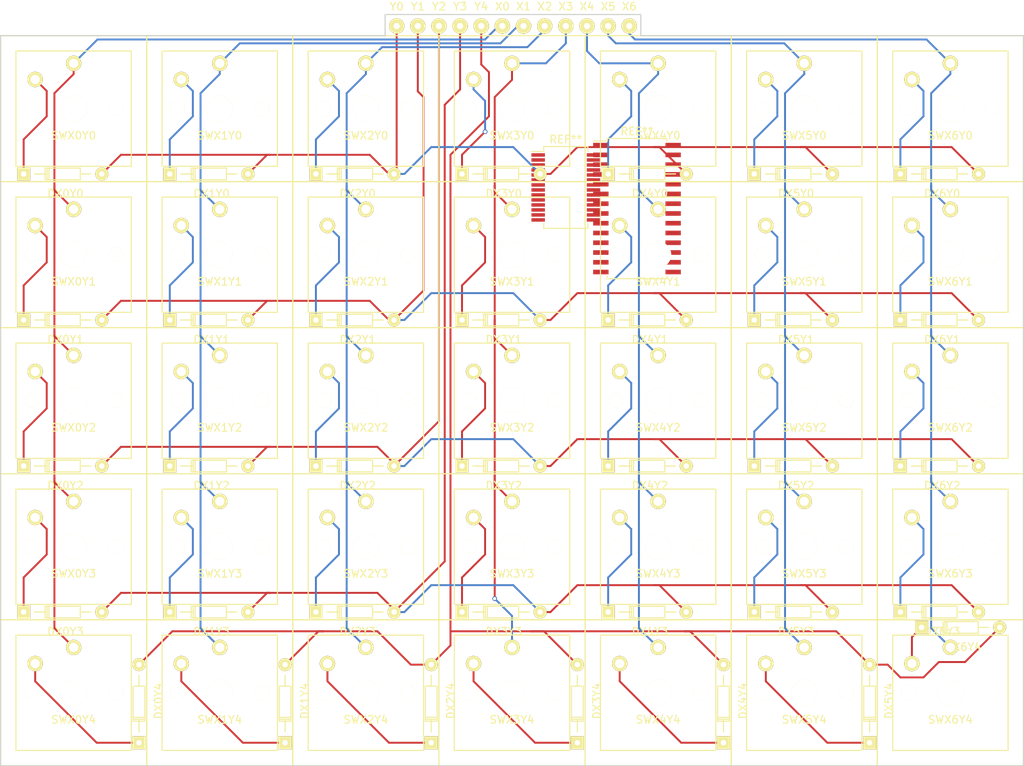
<source format=kicad_pcb>
(kicad_pcb (version 4) (host pcbnew 4.0.2+dfsg1-stable)

  (general
    (links 105)
    (no_connects 0)
    (area 36.724999 28.585 170.275001 128.775001)
    (thickness 1.6)
    (drawings 8)
    (tracks 378)
    (zones 0)
    (modules 84)
    (nets 48)
  )

  (page A4)
  (layers
    (0 F.Cu signal)
    (31 B.Cu signal)
    (32 B.Adhes user)
    (33 F.Adhes user)
    (34 B.Paste user)
    (35 F.Paste user)
    (36 B.SilkS user)
    (37 F.SilkS user)
    (38 B.Mask user)
    (39 F.Mask user)
    (40 Dwgs.User user)
    (41 Cmts.User user)
    (42 Eco1.User user)
    (43 Eco2.User user)
    (44 Edge.Cuts user)
    (45 Margin user)
    (46 B.CrtYd user)
    (47 F.CrtYd user)
    (48 B.Fab user)
    (49 F.Fab user)
  )

  (setup
    (last_trace_width 0.25)
    (trace_clearance 0.2)
    (zone_clearance 0.508)
    (zone_45_only no)
    (trace_min 0.2)
    (segment_width 0.2)
    (edge_width 0.15)
    (via_size 0.6)
    (via_drill 0.4)
    (via_min_size 0.4)
    (via_min_drill 0.3)
    (uvia_size 0.3)
    (uvia_drill 0.1)
    (uvias_allowed no)
    (uvia_min_size 0.2)
    (uvia_min_drill 0.1)
    (pcb_text_width 0.3)
    (pcb_text_size 1.5 1.5)
    (mod_edge_width 0.15)
    (mod_text_size 1 1)
    (mod_text_width 0.15)
    (pad_size 1.524 1.524)
    (pad_drill 0.762)
    (pad_to_mask_clearance 0.2)
    (aux_axis_origin 0 0)
    (visible_elements FFFFFFFF)
    (pcbplotparams
      (layerselection 0x00030_80000001)
      (usegerberextensions false)
      (excludeedgelayer true)
      (linewidth 0.100000)
      (plotframeref false)
      (viasonmask false)
      (mode 1)
      (useauxorigin false)
      (hpglpennumber 1)
      (hpglpenspeed 20)
      (hpglpendiameter 15)
      (hpglpenoverlay 2)
      (psnegative false)
      (psa4output false)
      (plotreference true)
      (plotvalue true)
      (plotinvisibletext false)
      (padsonsilk false)
      (subtractmaskfromsilk false)
      (outputformat 1)
      (mirror false)
      (drillshape 1)
      (scaleselection 1)
      (outputdirectory ""))
  )

  (net 0 "")
  (net 1 "Net-(DX0Y0-Pad2)")
  (net 2 "Net-(DX0Y0-Pad1)")
  (net 3 "Net-(DX0Y1-Pad2)")
  (net 4 "Net-(DX0Y1-Pad1)")
  (net 5 "Net-(DX0Y2-Pad2)")
  (net 6 "Net-(DX0Y2-Pad1)")
  (net 7 "Net-(DX0Y3-Pad2)")
  (net 8 "Net-(DX0Y3-Pad1)")
  (net 9 "Net-(DX0Y4-Pad2)")
  (net 10 "Net-(DX0Y4-Pad1)")
  (net 11 "Net-(DX1Y0-Pad1)")
  (net 12 "Net-(DX1Y1-Pad1)")
  (net 13 "Net-(DX1Y2-Pad1)")
  (net 14 "Net-(DX1Y3-Pad1)")
  (net 15 "Net-(DX1Y4-Pad1)")
  (net 16 "Net-(DX2Y0-Pad1)")
  (net 17 "Net-(DX2Y1-Pad1)")
  (net 18 "Net-(DX2Y2-Pad1)")
  (net 19 "Net-(DX2Y3-Pad1)")
  (net 20 "Net-(DX2Y4-Pad1)")
  (net 21 "Net-(DX3Y0-Pad1)")
  (net 22 "Net-(DX3Y1-Pad1)")
  (net 23 "Net-(DX3Y2-Pad1)")
  (net 24 "Net-(DX3Y3-Pad1)")
  (net 25 "Net-(DX4Y0-Pad1)")
  (net 26 "Net-(DX4Y1-Pad1)")
  (net 27 "Net-(DX4Y2-Pad1)")
  (net 28 "Net-(DX4Y3-Pad1)")
  (net 29 "Net-(DX4Y4-Pad1)")
  (net 30 "Net-(DX5Y0-Pad1)")
  (net 31 "Net-(DX5Y1-Pad1)")
  (net 32 "Net-(DX5Y2-Pad1)")
  (net 33 "Net-(DX5Y3-Pad1)")
  (net 34 "Net-(DX5Y4-Pad1)")
  (net 35 "Net-(DX6Y0-Pad1)")
  (net 36 "Net-(DX6Y1-Pad1)")
  (net 37 "Net-(DX6Y2-Pad1)")
  (net 38 "Net-(DX6Y3-Pad1)")
  (net 39 "Net-(DX6Y4-Pad1)")
  (net 40 "Net-(SWX0Y0-Pad1)")
  (net 41 "Net-(SWX1Y0-Pad1)")
  (net 42 "Net-(SWX2Y0-Pad1)")
  (net 43 "Net-(SWX3Y0-Pad1)")
  (net 44 "Net-(SWX4Y0-Pad1)")
  (net 45 "Net-(SWX5Y0-Pad1)")
  (net 46 "Net-(SWX6Y0-Pad1)")
  (net 47 "Net-(DX3Y4-Pad1)")

  (net_class Default "This is the default net class."
    (clearance 0.2)
    (trace_width 0.25)
    (via_dia 0.6)
    (via_drill 0.4)
    (uvia_dia 0.3)
    (uvia_drill 0.1)
    (add_net "Net-(DX0Y0-Pad1)")
    (add_net "Net-(DX0Y0-Pad2)")
    (add_net "Net-(DX0Y1-Pad1)")
    (add_net "Net-(DX0Y1-Pad2)")
    (add_net "Net-(DX0Y2-Pad1)")
    (add_net "Net-(DX0Y2-Pad2)")
    (add_net "Net-(DX0Y3-Pad1)")
    (add_net "Net-(DX0Y3-Pad2)")
    (add_net "Net-(DX0Y4-Pad1)")
    (add_net "Net-(DX0Y4-Pad2)")
    (add_net "Net-(DX1Y0-Pad1)")
    (add_net "Net-(DX1Y1-Pad1)")
    (add_net "Net-(DX1Y2-Pad1)")
    (add_net "Net-(DX1Y3-Pad1)")
    (add_net "Net-(DX1Y4-Pad1)")
    (add_net "Net-(DX2Y0-Pad1)")
    (add_net "Net-(DX2Y1-Pad1)")
    (add_net "Net-(DX2Y2-Pad1)")
    (add_net "Net-(DX2Y3-Pad1)")
    (add_net "Net-(DX2Y4-Pad1)")
    (add_net "Net-(DX3Y0-Pad1)")
    (add_net "Net-(DX3Y1-Pad1)")
    (add_net "Net-(DX3Y2-Pad1)")
    (add_net "Net-(DX3Y3-Pad1)")
    (add_net "Net-(DX3Y4-Pad1)")
    (add_net "Net-(DX4Y0-Pad1)")
    (add_net "Net-(DX4Y1-Pad1)")
    (add_net "Net-(DX4Y2-Pad1)")
    (add_net "Net-(DX4Y3-Pad1)")
    (add_net "Net-(DX4Y4-Pad1)")
    (add_net "Net-(DX5Y0-Pad1)")
    (add_net "Net-(DX5Y1-Pad1)")
    (add_net "Net-(DX5Y2-Pad1)")
    (add_net "Net-(DX5Y3-Pad1)")
    (add_net "Net-(DX5Y4-Pad1)")
    (add_net "Net-(DX6Y0-Pad1)")
    (add_net "Net-(DX6Y1-Pad1)")
    (add_net "Net-(DX6Y2-Pad1)")
    (add_net "Net-(DX6Y3-Pad1)")
    (add_net "Net-(DX6Y4-Pad1)")
    (add_net "Net-(SWX0Y0-Pad1)")
    (add_net "Net-(SWX1Y0-Pad1)")
    (add_net "Net-(SWX2Y0-Pad1)")
    (add_net "Net-(SWX3Y0-Pad1)")
    (add_net "Net-(SWX4Y0-Pad1)")
    (add_net "Net-(SWX5Y0-Pad1)")
    (add_net "Net-(SWX6Y0-Pad1)")
  )

  (module PG135001D01:PG135001D01 (layer F.Cu) (tedit 59C11CD2) (tstamp 59C3ADE3)
    (at 65.5 119)
    (path /59C3C1C9)
    (fp_text reference SWX1Y4 (at 0 3.5) (layer F.SilkS)
      (effects (font (size 1 1) (thickness 0.15)))
    )
    (fp_text value PG135001D01 (at 2 -3.5) (layer F.Fab)
      (effects (font (size 1 1) (thickness 0.15)))
    )
    (fp_line (start -9 -9.5) (end 9.5 -9.5) (layer F.SilkS) (width 0.15))
    (fp_line (start 9.5 -9.5) (end 9.5 9.5) (layer F.SilkS) (width 0.15))
    (fp_line (start 9.5 9.5) (end -9.5 9.5) (layer F.SilkS) (width 0.15))
    (fp_line (start -9.5 9.5) (end -9.5 -9.5) (layer F.SilkS) (width 0.15))
    (fp_line (start -9.5 -9.5) (end -9 -9.5) (layer F.SilkS) (width 0.15))
    (fp_line (start 7.5 -7.5) (end 7.5 7.5) (layer F.SilkS) (width 0.15))
    (fp_line (start 7.5 7.5) (end -7.5 7.5) (layer F.SilkS) (width 0.15))
    (fp_line (start -7.5 7.5) (end -7.5 -7.5) (layer F.SilkS) (width 0.15))
    (fp_line (start -7.5 -7.5) (end 7.5 -7.5) (layer F.SilkS) (width 0.15))
    (pad "" np_thru_hole circle (at 0 0) (size 3.4 3.4) (drill 3.4) (layers *.Cu *.Mask F.SilkS))
    (pad "" np_thru_hole circle (at 5.5 0) (size 1.9 1.9) (drill 1.9) (layers *.Cu *.Mask F.SilkS))
    (pad "" np_thru_hole circle (at -5.5 0) (size 1.9 1.9) (drill 1.9) (layers *.Cu *.Mask F.SilkS))
    (pad 1 thru_hole circle (at 0 -5.9) (size 2 2) (drill 1.2) (layers *.Cu *.Mask F.SilkS)
      (net 41 "Net-(SWX1Y0-Pad1)"))
    (pad 2 thru_hole circle (at -5 -3.8) (size 2 2) (drill 1.2) (layers *.Cu *.Mask F.SilkS)
      (net 15 "Net-(DX1Y4-Pad1)"))
  )

  (module PG135001D01:PG135001D01 (layer F.Cu) (tedit 59C11CD2) (tstamp 59C3ADF5)
    (at 84.5 43)
    (path /59C3D553)
    (fp_text reference SWX2Y0 (at 0 3.5) (layer F.SilkS)
      (effects (font (size 1 1) (thickness 0.15)))
    )
    (fp_text value PG135001D01 (at 2 -3.5) (layer F.Fab)
      (effects (font (size 1 1) (thickness 0.15)))
    )
    (fp_line (start -9 -9.5) (end 9.5 -9.5) (layer F.SilkS) (width 0.15))
    (fp_line (start 9.5 -9.5) (end 9.5 9.5) (layer F.SilkS) (width 0.15))
    (fp_line (start 9.5 9.5) (end -9.5 9.5) (layer F.SilkS) (width 0.15))
    (fp_line (start -9.5 9.5) (end -9.5 -9.5) (layer F.SilkS) (width 0.15))
    (fp_line (start -9.5 -9.5) (end -9 -9.5) (layer F.SilkS) (width 0.15))
    (fp_line (start 7.5 -7.5) (end 7.5 7.5) (layer F.SilkS) (width 0.15))
    (fp_line (start 7.5 7.5) (end -7.5 7.5) (layer F.SilkS) (width 0.15))
    (fp_line (start -7.5 7.5) (end -7.5 -7.5) (layer F.SilkS) (width 0.15))
    (fp_line (start -7.5 -7.5) (end 7.5 -7.5) (layer F.SilkS) (width 0.15))
    (pad "" np_thru_hole circle (at 0 0) (size 3.4 3.4) (drill 3.4) (layers *.Cu *.Mask F.SilkS))
    (pad "" np_thru_hole circle (at 5.5 0) (size 1.9 1.9) (drill 1.9) (layers *.Cu *.Mask F.SilkS))
    (pad "" np_thru_hole circle (at -5.5 0) (size 1.9 1.9) (drill 1.9) (layers *.Cu *.Mask F.SilkS))
    (pad 1 thru_hole circle (at 0 -5.9) (size 2 2) (drill 1.2) (layers *.Cu *.Mask F.SilkS)
      (net 42 "Net-(SWX2Y0-Pad1)"))
    (pad 2 thru_hole circle (at -5 -3.8) (size 2 2) (drill 1.2) (layers *.Cu *.Mask F.SilkS)
      (net 16 "Net-(DX2Y0-Pad1)"))
  )

  (module PG135001D01:PG135001D01 (layer F.Cu) (tedit 59C11CD2) (tstamp 59C3AF39)
    (at 141.5 119)
    (path /59C4341B)
    (fp_text reference SWX5Y4 (at 0 3.5) (layer F.SilkS)
      (effects (font (size 1 1) (thickness 0.15)))
    )
    (fp_text value PG135001D01 (at 2 -3.5) (layer F.Fab)
      (effects (font (size 1 1) (thickness 0.15)))
    )
    (fp_line (start -9 -9.5) (end 9.5 -9.5) (layer F.SilkS) (width 0.15))
    (fp_line (start 9.5 -9.5) (end 9.5 9.5) (layer F.SilkS) (width 0.15))
    (fp_line (start 9.5 9.5) (end -9.5 9.5) (layer F.SilkS) (width 0.15))
    (fp_line (start -9.5 9.5) (end -9.5 -9.5) (layer F.SilkS) (width 0.15))
    (fp_line (start -9.5 -9.5) (end -9 -9.5) (layer F.SilkS) (width 0.15))
    (fp_line (start 7.5 -7.5) (end 7.5 7.5) (layer F.SilkS) (width 0.15))
    (fp_line (start 7.5 7.5) (end -7.5 7.5) (layer F.SilkS) (width 0.15))
    (fp_line (start -7.5 7.5) (end -7.5 -7.5) (layer F.SilkS) (width 0.15))
    (fp_line (start -7.5 -7.5) (end 7.5 -7.5) (layer F.SilkS) (width 0.15))
    (pad "" np_thru_hole circle (at 0 0) (size 3.4 3.4) (drill 3.4) (layers *.Cu *.Mask F.SilkS))
    (pad "" np_thru_hole circle (at 5.5 0) (size 1.9 1.9) (drill 1.9) (layers *.Cu *.Mask F.SilkS))
    (pad "" np_thru_hole circle (at -5.5 0) (size 1.9 1.9) (drill 1.9) (layers *.Cu *.Mask F.SilkS))
    (pad 1 thru_hole circle (at 0 -5.9) (size 2 2) (drill 1.2) (layers *.Cu *.Mask F.SilkS)
      (net 45 "Net-(SWX5Y0-Pad1)"))
    (pad 2 thru_hole circle (at -5 -3.8) (size 2 2) (drill 1.2) (layers *.Cu *.Mask F.SilkS)
      (net 34 "Net-(DX5Y4-Pad1)"))
  )

  (module PG135001D01:PG135001D01 (layer F.Cu) (tedit 59C11CD2) (tstamp 59C3AF93)
    (at 160.5 119)
    (path /59C49CA4)
    (fp_text reference SWX6Y4 (at 0 3.5) (layer F.SilkS)
      (effects (font (size 1 1) (thickness 0.15)))
    )
    (fp_text value PG135001D01 (at 2 -3.5) (layer F.Fab)
      (effects (font (size 1 1) (thickness 0.15)))
    )
    (fp_line (start -9 -9.5) (end 9.5 -9.5) (layer F.SilkS) (width 0.15))
    (fp_line (start 9.5 -9.5) (end 9.5 9.5) (layer F.SilkS) (width 0.15))
    (fp_line (start 9.5 9.5) (end -9.5 9.5) (layer F.SilkS) (width 0.15))
    (fp_line (start -9.5 9.5) (end -9.5 -9.5) (layer F.SilkS) (width 0.15))
    (fp_line (start -9.5 -9.5) (end -9 -9.5) (layer F.SilkS) (width 0.15))
    (fp_line (start 7.5 -7.5) (end 7.5 7.5) (layer F.SilkS) (width 0.15))
    (fp_line (start 7.5 7.5) (end -7.5 7.5) (layer F.SilkS) (width 0.15))
    (fp_line (start -7.5 7.5) (end -7.5 -7.5) (layer F.SilkS) (width 0.15))
    (fp_line (start -7.5 -7.5) (end 7.5 -7.5) (layer F.SilkS) (width 0.15))
    (pad "" np_thru_hole circle (at 0 0) (size 3.4 3.4) (drill 3.4) (layers *.Cu *.Mask F.SilkS))
    (pad "" np_thru_hole circle (at 5.5 0) (size 1.9 1.9) (drill 1.9) (layers *.Cu *.Mask F.SilkS))
    (pad "" np_thru_hole circle (at -5.5 0) (size 1.9 1.9) (drill 1.9) (layers *.Cu *.Mask F.SilkS))
    (pad 1 thru_hole circle (at 0 -5.9) (size 2 2) (drill 1.2) (layers *.Cu *.Mask F.SilkS)
      (net 46 "Net-(SWX6Y0-Pad1)"))
    (pad 2 thru_hole circle (at -5 -3.8) (size 2 2) (drill 1.2) (layers *.Cu *.Mask F.SilkS)
      (net 39 "Net-(DX6Y4-Pad1)"))
  )

  (module PG135001D01:PG135001D01 (layer F.Cu) (tedit 59C11CD2) (tstamp 59C3AE97)
    (at 122.5 43)
    (path /59C40648)
    (fp_text reference SWX4Y0 (at 0 3.5) (layer F.SilkS)
      (effects (font (size 1 1) (thickness 0.15)))
    )
    (fp_text value PG135001D01 (at 2 -3.5) (layer F.Fab)
      (effects (font (size 1 1) (thickness 0.15)))
    )
    (fp_line (start -9 -9.5) (end 9.5 -9.5) (layer F.SilkS) (width 0.15))
    (fp_line (start 9.5 -9.5) (end 9.5 9.5) (layer F.SilkS) (width 0.15))
    (fp_line (start 9.5 9.5) (end -9.5 9.5) (layer F.SilkS) (width 0.15))
    (fp_line (start -9.5 9.5) (end -9.5 -9.5) (layer F.SilkS) (width 0.15))
    (fp_line (start -9.5 -9.5) (end -9 -9.5) (layer F.SilkS) (width 0.15))
    (fp_line (start 7.5 -7.5) (end 7.5 7.5) (layer F.SilkS) (width 0.15))
    (fp_line (start 7.5 7.5) (end -7.5 7.5) (layer F.SilkS) (width 0.15))
    (fp_line (start -7.5 7.5) (end -7.5 -7.5) (layer F.SilkS) (width 0.15))
    (fp_line (start -7.5 -7.5) (end 7.5 -7.5) (layer F.SilkS) (width 0.15))
    (pad "" np_thru_hole circle (at 0 0) (size 3.4 3.4) (drill 3.4) (layers *.Cu *.Mask F.SilkS))
    (pad "" np_thru_hole circle (at 5.5 0) (size 1.9 1.9) (drill 1.9) (layers *.Cu *.Mask F.SilkS))
    (pad "" np_thru_hole circle (at -5.5 0) (size 1.9 1.9) (drill 1.9) (layers *.Cu *.Mask F.SilkS))
    (pad 1 thru_hole circle (at 0 -5.9) (size 2 2) (drill 1.2) (layers *.Cu *.Mask F.SilkS)
      (net 44 "Net-(SWX4Y0-Pad1)"))
    (pad 2 thru_hole circle (at -5 -3.8) (size 2 2) (drill 1.2) (layers *.Cu *.Mask F.SilkS)
      (net 25 "Net-(DX4Y0-Pad1)"))
  )

  (module Diodes_ThroughHole:Diode_DO-35_SOD27_Horizontal_RM10 (layer F.Cu) (tedit 552FFC30) (tstamp 59C3AC69)
    (at 40 51.5)
    (descr "Diode, DO-35,  SOD27, Horizontal, RM 10mm")
    (tags "Diode, DO-35, SOD27, Horizontal, RM 10mm, 1N4148,")
    (path /59C3A78E)
    (fp_text reference DX0Y0 (at 5.43052 2.53746) (layer F.SilkS)
      (effects (font (size 1 1) (thickness 0.15)))
    )
    (fp_text value D (at 4.41452 -3.55854) (layer F.Fab)
      (effects (font (size 1 1) (thickness 0.15)))
    )
    (fp_line (start 7.36652 -0.00254) (end 8.76352 -0.00254) (layer F.SilkS) (width 0.15))
    (fp_line (start 2.92152 -0.00254) (end 1.39752 -0.00254) (layer F.SilkS) (width 0.15))
    (fp_line (start 3.30252 -0.76454) (end 3.30252 0.75946) (layer F.SilkS) (width 0.15))
    (fp_line (start 3.04852 -0.76454) (end 3.04852 0.75946) (layer F.SilkS) (width 0.15))
    (fp_line (start 2.79452 -0.00254) (end 2.79452 0.75946) (layer F.SilkS) (width 0.15))
    (fp_line (start 2.79452 0.75946) (end 7.36652 0.75946) (layer F.SilkS) (width 0.15))
    (fp_line (start 7.36652 0.75946) (end 7.36652 -0.76454) (layer F.SilkS) (width 0.15))
    (fp_line (start 7.36652 -0.76454) (end 2.79452 -0.76454) (layer F.SilkS) (width 0.15))
    (fp_line (start 2.79452 -0.76454) (end 2.79452 -0.00254) (layer F.SilkS) (width 0.15))
    (pad 2 thru_hole circle (at 10.16052 -0.00254 180) (size 1.69926 1.69926) (drill 0.70104) (layers *.Cu *.Mask F.SilkS)
      (net 1 "Net-(DX0Y0-Pad2)"))
    (pad 1 thru_hole rect (at 0.00052 -0.00254 180) (size 1.69926 1.69926) (drill 0.70104) (layers *.Cu *.Mask F.SilkS)
      (net 2 "Net-(DX0Y0-Pad1)"))
    (model Diodes_ThroughHole.3dshapes/Diode_DO-35_SOD27_Horizontal_RM10.wrl
      (at (xyz 0.2 0 0))
      (scale (xyz 0.4 0.4 0.4))
      (rotate (xyz 0 0 180))
    )
  )

  (module Diodes_ThroughHole:Diode_DO-35_SOD27_Horizontal_RM10 (layer F.Cu) (tedit 552FFC30) (tstamp 59C3AC6F)
    (at 40 70.5)
    (descr "Diode, DO-35,  SOD27, Horizontal, RM 10mm")
    (tags "Diode, DO-35, SOD27, Horizontal, RM 10mm, 1N4148,")
    (path /59C3A839)
    (fp_text reference DX0Y1 (at 5.43052 2.53746) (layer F.SilkS)
      (effects (font (size 1 1) (thickness 0.15)))
    )
    (fp_text value D (at 4.41452 -3.55854) (layer F.Fab)
      (effects (font (size 1 1) (thickness 0.15)))
    )
    (fp_line (start 7.36652 -0.00254) (end 8.76352 -0.00254) (layer F.SilkS) (width 0.15))
    (fp_line (start 2.92152 -0.00254) (end 1.39752 -0.00254) (layer F.SilkS) (width 0.15))
    (fp_line (start 3.30252 -0.76454) (end 3.30252 0.75946) (layer F.SilkS) (width 0.15))
    (fp_line (start 3.04852 -0.76454) (end 3.04852 0.75946) (layer F.SilkS) (width 0.15))
    (fp_line (start 2.79452 -0.00254) (end 2.79452 0.75946) (layer F.SilkS) (width 0.15))
    (fp_line (start 2.79452 0.75946) (end 7.36652 0.75946) (layer F.SilkS) (width 0.15))
    (fp_line (start 7.36652 0.75946) (end 7.36652 -0.76454) (layer F.SilkS) (width 0.15))
    (fp_line (start 7.36652 -0.76454) (end 2.79452 -0.76454) (layer F.SilkS) (width 0.15))
    (fp_line (start 2.79452 -0.76454) (end 2.79452 -0.00254) (layer F.SilkS) (width 0.15))
    (pad 2 thru_hole circle (at 10.16052 -0.00254 180) (size 1.69926 1.69926) (drill 0.70104) (layers *.Cu *.Mask F.SilkS)
      (net 3 "Net-(DX0Y1-Pad2)"))
    (pad 1 thru_hole rect (at 0.00052 -0.00254 180) (size 1.69926 1.69926) (drill 0.70104) (layers *.Cu *.Mask F.SilkS)
      (net 4 "Net-(DX0Y1-Pad1)"))
    (model Diodes_ThroughHole.3dshapes/Diode_DO-35_SOD27_Horizontal_RM10.wrl
      (at (xyz 0.2 0 0))
      (scale (xyz 0.4 0.4 0.4))
      (rotate (xyz 0 0 180))
    )
  )

  (module Diodes_ThroughHole:Diode_DO-35_SOD27_Horizontal_RM10 (layer F.Cu) (tedit 552FFC30) (tstamp 59C3AC75)
    (at 40 89.5)
    (descr "Diode, DO-35,  SOD27, Horizontal, RM 10mm")
    (tags "Diode, DO-35, SOD27, Horizontal, RM 10mm, 1N4148,")
    (path /59C3A892)
    (fp_text reference DX0Y2 (at 5.43052 2.53746) (layer F.SilkS)
      (effects (font (size 1 1) (thickness 0.15)))
    )
    (fp_text value D (at 4.41452 -3.55854) (layer F.Fab)
      (effects (font (size 1 1) (thickness 0.15)))
    )
    (fp_line (start 7.36652 -0.00254) (end 8.76352 -0.00254) (layer F.SilkS) (width 0.15))
    (fp_line (start 2.92152 -0.00254) (end 1.39752 -0.00254) (layer F.SilkS) (width 0.15))
    (fp_line (start 3.30252 -0.76454) (end 3.30252 0.75946) (layer F.SilkS) (width 0.15))
    (fp_line (start 3.04852 -0.76454) (end 3.04852 0.75946) (layer F.SilkS) (width 0.15))
    (fp_line (start 2.79452 -0.00254) (end 2.79452 0.75946) (layer F.SilkS) (width 0.15))
    (fp_line (start 2.79452 0.75946) (end 7.36652 0.75946) (layer F.SilkS) (width 0.15))
    (fp_line (start 7.36652 0.75946) (end 7.36652 -0.76454) (layer F.SilkS) (width 0.15))
    (fp_line (start 7.36652 -0.76454) (end 2.79452 -0.76454) (layer F.SilkS) (width 0.15))
    (fp_line (start 2.79452 -0.76454) (end 2.79452 -0.00254) (layer F.SilkS) (width 0.15))
    (pad 2 thru_hole circle (at 10.16052 -0.00254 180) (size 1.69926 1.69926) (drill 0.70104) (layers *.Cu *.Mask F.SilkS)
      (net 5 "Net-(DX0Y2-Pad2)"))
    (pad 1 thru_hole rect (at 0.00052 -0.00254 180) (size 1.69926 1.69926) (drill 0.70104) (layers *.Cu *.Mask F.SilkS)
      (net 6 "Net-(DX0Y2-Pad1)"))
    (model Diodes_ThroughHole.3dshapes/Diode_DO-35_SOD27_Horizontal_RM10.wrl
      (at (xyz 0.2 0 0))
      (scale (xyz 0.4 0.4 0.4))
      (rotate (xyz 0 0 180))
    )
  )

  (module Diodes_ThroughHole:Diode_DO-35_SOD27_Horizontal_RM10 (layer F.Cu) (tedit 552FFC30) (tstamp 59C3AC7B)
    (at 40 108.5)
    (descr "Diode, DO-35,  SOD27, Horizontal, RM 10mm")
    (tags "Diode, DO-35, SOD27, Horizontal, RM 10mm, 1N4148,")
    (path /59C3A8E7)
    (fp_text reference DX0Y3 (at 5.43052 2.53746) (layer F.SilkS)
      (effects (font (size 1 1) (thickness 0.15)))
    )
    (fp_text value D (at 4.41452 -3.55854) (layer F.Fab)
      (effects (font (size 1 1) (thickness 0.15)))
    )
    (fp_line (start 7.36652 -0.00254) (end 8.76352 -0.00254) (layer F.SilkS) (width 0.15))
    (fp_line (start 2.92152 -0.00254) (end 1.39752 -0.00254) (layer F.SilkS) (width 0.15))
    (fp_line (start 3.30252 -0.76454) (end 3.30252 0.75946) (layer F.SilkS) (width 0.15))
    (fp_line (start 3.04852 -0.76454) (end 3.04852 0.75946) (layer F.SilkS) (width 0.15))
    (fp_line (start 2.79452 -0.00254) (end 2.79452 0.75946) (layer F.SilkS) (width 0.15))
    (fp_line (start 2.79452 0.75946) (end 7.36652 0.75946) (layer F.SilkS) (width 0.15))
    (fp_line (start 7.36652 0.75946) (end 7.36652 -0.76454) (layer F.SilkS) (width 0.15))
    (fp_line (start 7.36652 -0.76454) (end 2.79452 -0.76454) (layer F.SilkS) (width 0.15))
    (fp_line (start 2.79452 -0.76454) (end 2.79452 -0.00254) (layer F.SilkS) (width 0.15))
    (pad 2 thru_hole circle (at 10.16052 -0.00254 180) (size 1.69926 1.69926) (drill 0.70104) (layers *.Cu *.Mask F.SilkS)
      (net 7 "Net-(DX0Y3-Pad2)"))
    (pad 1 thru_hole rect (at 0.00052 -0.00254 180) (size 1.69926 1.69926) (drill 0.70104) (layers *.Cu *.Mask F.SilkS)
      (net 8 "Net-(DX0Y3-Pad1)"))
    (model Diodes_ThroughHole.3dshapes/Diode_DO-35_SOD27_Horizontal_RM10.wrl
      (at (xyz 0.2 0 0))
      (scale (xyz 0.4 0.4 0.4))
      (rotate (xyz 0 0 180))
    )
  )

  (module Diodes_ThroughHole:Diode_DO-35_SOD27_Horizontal_RM10 (layer F.Cu) (tedit 552FFC30) (tstamp 59C3AC81)
    (at 55 125.5 90)
    (descr "Diode, DO-35,  SOD27, Horizontal, RM 10mm")
    (tags "Diode, DO-35, SOD27, Horizontal, RM 10mm, 1N4148,")
    (path /59C3A946)
    (fp_text reference DX0Y4 (at 5.43052 2.53746 90) (layer F.SilkS)
      (effects (font (size 1 1) (thickness 0.15)))
    )
    (fp_text value D (at 4.41452 -3.55854 90) (layer F.Fab)
      (effects (font (size 1 1) (thickness 0.15)))
    )
    (fp_line (start 7.36652 -0.00254) (end 8.76352 -0.00254) (layer F.SilkS) (width 0.15))
    (fp_line (start 2.92152 -0.00254) (end 1.39752 -0.00254) (layer F.SilkS) (width 0.15))
    (fp_line (start 3.30252 -0.76454) (end 3.30252 0.75946) (layer F.SilkS) (width 0.15))
    (fp_line (start 3.04852 -0.76454) (end 3.04852 0.75946) (layer F.SilkS) (width 0.15))
    (fp_line (start 2.79452 -0.00254) (end 2.79452 0.75946) (layer F.SilkS) (width 0.15))
    (fp_line (start 2.79452 0.75946) (end 7.36652 0.75946) (layer F.SilkS) (width 0.15))
    (fp_line (start 7.36652 0.75946) (end 7.36652 -0.76454) (layer F.SilkS) (width 0.15))
    (fp_line (start 7.36652 -0.76454) (end 2.79452 -0.76454) (layer F.SilkS) (width 0.15))
    (fp_line (start 2.79452 -0.76454) (end 2.79452 -0.00254) (layer F.SilkS) (width 0.15))
    (pad 2 thru_hole circle (at 10.16052 -0.00254 270) (size 1.69926 1.69926) (drill 0.70104) (layers *.Cu *.Mask F.SilkS)
      (net 9 "Net-(DX0Y4-Pad2)"))
    (pad 1 thru_hole rect (at 0.00052 -0.00254 270) (size 1.69926 1.69926) (drill 0.70104) (layers *.Cu *.Mask F.SilkS)
      (net 10 "Net-(DX0Y4-Pad1)"))
    (model Diodes_ThroughHole.3dshapes/Diode_DO-35_SOD27_Horizontal_RM10.wrl
      (at (xyz 0.2 0 0))
      (scale (xyz 0.4 0.4 0.4))
      (rotate (xyz 0 0 180))
    )
  )

  (module Diodes_ThroughHole:Diode_DO-35_SOD27_Horizontal_RM10 (layer F.Cu) (tedit 552FFC30) (tstamp 59C3AC87)
    (at 59 51.5)
    (descr "Diode, DO-35,  SOD27, Horizontal, RM 10mm")
    (tags "Diode, DO-35, SOD27, Horizontal, RM 10mm, 1N4148,")
    (path /59C3C1CF)
    (fp_text reference DX1Y0 (at 5.43052 2.53746) (layer F.SilkS)
      (effects (font (size 1 1) (thickness 0.15)))
    )
    (fp_text value D (at 4.41452 -3.55854) (layer F.Fab)
      (effects (font (size 1 1) (thickness 0.15)))
    )
    (fp_line (start 7.36652 -0.00254) (end 8.76352 -0.00254) (layer F.SilkS) (width 0.15))
    (fp_line (start 2.92152 -0.00254) (end 1.39752 -0.00254) (layer F.SilkS) (width 0.15))
    (fp_line (start 3.30252 -0.76454) (end 3.30252 0.75946) (layer F.SilkS) (width 0.15))
    (fp_line (start 3.04852 -0.76454) (end 3.04852 0.75946) (layer F.SilkS) (width 0.15))
    (fp_line (start 2.79452 -0.00254) (end 2.79452 0.75946) (layer F.SilkS) (width 0.15))
    (fp_line (start 2.79452 0.75946) (end 7.36652 0.75946) (layer F.SilkS) (width 0.15))
    (fp_line (start 7.36652 0.75946) (end 7.36652 -0.76454) (layer F.SilkS) (width 0.15))
    (fp_line (start 7.36652 -0.76454) (end 2.79452 -0.76454) (layer F.SilkS) (width 0.15))
    (fp_line (start 2.79452 -0.76454) (end 2.79452 -0.00254) (layer F.SilkS) (width 0.15))
    (pad 2 thru_hole circle (at 10.16052 -0.00254 180) (size 1.69926 1.69926) (drill 0.70104) (layers *.Cu *.Mask F.SilkS)
      (net 1 "Net-(DX0Y0-Pad2)"))
    (pad 1 thru_hole rect (at 0.00052 -0.00254 180) (size 1.69926 1.69926) (drill 0.70104) (layers *.Cu *.Mask F.SilkS)
      (net 11 "Net-(DX1Y0-Pad1)"))
    (model Diodes_ThroughHole.3dshapes/Diode_DO-35_SOD27_Horizontal_RM10.wrl
      (at (xyz 0.2 0 0))
      (scale (xyz 0.4 0.4 0.4))
      (rotate (xyz 0 0 180))
    )
  )

  (module Diodes_ThroughHole:Diode_DO-35_SOD27_Horizontal_RM10 (layer F.Cu) (tedit 552FFC30) (tstamp 59C3AC8D)
    (at 59 70.5)
    (descr "Diode, DO-35,  SOD27, Horizontal, RM 10mm")
    (tags "Diode, DO-35, SOD27, Horizontal, RM 10mm, 1N4148,")
    (path /59C3C1D5)
    (fp_text reference DX1Y1 (at 5.43052 2.53746) (layer F.SilkS)
      (effects (font (size 1 1) (thickness 0.15)))
    )
    (fp_text value D (at 4.41452 -3.55854) (layer F.Fab)
      (effects (font (size 1 1) (thickness 0.15)))
    )
    (fp_line (start 7.36652 -0.00254) (end 8.76352 -0.00254) (layer F.SilkS) (width 0.15))
    (fp_line (start 2.92152 -0.00254) (end 1.39752 -0.00254) (layer F.SilkS) (width 0.15))
    (fp_line (start 3.30252 -0.76454) (end 3.30252 0.75946) (layer F.SilkS) (width 0.15))
    (fp_line (start 3.04852 -0.76454) (end 3.04852 0.75946) (layer F.SilkS) (width 0.15))
    (fp_line (start 2.79452 -0.00254) (end 2.79452 0.75946) (layer F.SilkS) (width 0.15))
    (fp_line (start 2.79452 0.75946) (end 7.36652 0.75946) (layer F.SilkS) (width 0.15))
    (fp_line (start 7.36652 0.75946) (end 7.36652 -0.76454) (layer F.SilkS) (width 0.15))
    (fp_line (start 7.36652 -0.76454) (end 2.79452 -0.76454) (layer F.SilkS) (width 0.15))
    (fp_line (start 2.79452 -0.76454) (end 2.79452 -0.00254) (layer F.SilkS) (width 0.15))
    (pad 2 thru_hole circle (at 10.16052 -0.00254 180) (size 1.69926 1.69926) (drill 0.70104) (layers *.Cu *.Mask F.SilkS)
      (net 3 "Net-(DX0Y1-Pad2)"))
    (pad 1 thru_hole rect (at 0.00052 -0.00254 180) (size 1.69926 1.69926) (drill 0.70104) (layers *.Cu *.Mask F.SilkS)
      (net 12 "Net-(DX1Y1-Pad1)"))
    (model Diodes_ThroughHole.3dshapes/Diode_DO-35_SOD27_Horizontal_RM10.wrl
      (at (xyz 0.2 0 0))
      (scale (xyz 0.4 0.4 0.4))
      (rotate (xyz 0 0 180))
    )
  )

  (module Diodes_ThroughHole:Diode_DO-35_SOD27_Horizontal_RM10 (layer F.Cu) (tedit 552FFC30) (tstamp 59C3AC93)
    (at 59 89.5)
    (descr "Diode, DO-35,  SOD27, Horizontal, RM 10mm")
    (tags "Diode, DO-35, SOD27, Horizontal, RM 10mm, 1N4148,")
    (path /59C3C1DB)
    (fp_text reference DX1Y2 (at 5.43052 2.53746) (layer F.SilkS)
      (effects (font (size 1 1) (thickness 0.15)))
    )
    (fp_text value D (at 4.41452 -3.55854) (layer F.Fab)
      (effects (font (size 1 1) (thickness 0.15)))
    )
    (fp_line (start 7.36652 -0.00254) (end 8.76352 -0.00254) (layer F.SilkS) (width 0.15))
    (fp_line (start 2.92152 -0.00254) (end 1.39752 -0.00254) (layer F.SilkS) (width 0.15))
    (fp_line (start 3.30252 -0.76454) (end 3.30252 0.75946) (layer F.SilkS) (width 0.15))
    (fp_line (start 3.04852 -0.76454) (end 3.04852 0.75946) (layer F.SilkS) (width 0.15))
    (fp_line (start 2.79452 -0.00254) (end 2.79452 0.75946) (layer F.SilkS) (width 0.15))
    (fp_line (start 2.79452 0.75946) (end 7.36652 0.75946) (layer F.SilkS) (width 0.15))
    (fp_line (start 7.36652 0.75946) (end 7.36652 -0.76454) (layer F.SilkS) (width 0.15))
    (fp_line (start 7.36652 -0.76454) (end 2.79452 -0.76454) (layer F.SilkS) (width 0.15))
    (fp_line (start 2.79452 -0.76454) (end 2.79452 -0.00254) (layer F.SilkS) (width 0.15))
    (pad 2 thru_hole circle (at 10.16052 -0.00254 180) (size 1.69926 1.69926) (drill 0.70104) (layers *.Cu *.Mask F.SilkS)
      (net 5 "Net-(DX0Y2-Pad2)"))
    (pad 1 thru_hole rect (at 0.00052 -0.00254 180) (size 1.69926 1.69926) (drill 0.70104) (layers *.Cu *.Mask F.SilkS)
      (net 13 "Net-(DX1Y2-Pad1)"))
    (model Diodes_ThroughHole.3dshapes/Diode_DO-35_SOD27_Horizontal_RM10.wrl
      (at (xyz 0.2 0 0))
      (scale (xyz 0.4 0.4 0.4))
      (rotate (xyz 0 0 180))
    )
  )

  (module Diodes_ThroughHole:Diode_DO-35_SOD27_Horizontal_RM10 (layer F.Cu) (tedit 552FFC30) (tstamp 59C3AC99)
    (at 59 108.5)
    (descr "Diode, DO-35,  SOD27, Horizontal, RM 10mm")
    (tags "Diode, DO-35, SOD27, Horizontal, RM 10mm, 1N4148,")
    (path /59C3C1E1)
    (fp_text reference DX1Y3 (at 5.43052 2.53746) (layer F.SilkS)
      (effects (font (size 1 1) (thickness 0.15)))
    )
    (fp_text value D (at 4.41452 -3.55854) (layer F.Fab)
      (effects (font (size 1 1) (thickness 0.15)))
    )
    (fp_line (start 7.36652 -0.00254) (end 8.76352 -0.00254) (layer F.SilkS) (width 0.15))
    (fp_line (start 2.92152 -0.00254) (end 1.39752 -0.00254) (layer F.SilkS) (width 0.15))
    (fp_line (start 3.30252 -0.76454) (end 3.30252 0.75946) (layer F.SilkS) (width 0.15))
    (fp_line (start 3.04852 -0.76454) (end 3.04852 0.75946) (layer F.SilkS) (width 0.15))
    (fp_line (start 2.79452 -0.00254) (end 2.79452 0.75946) (layer F.SilkS) (width 0.15))
    (fp_line (start 2.79452 0.75946) (end 7.36652 0.75946) (layer F.SilkS) (width 0.15))
    (fp_line (start 7.36652 0.75946) (end 7.36652 -0.76454) (layer F.SilkS) (width 0.15))
    (fp_line (start 7.36652 -0.76454) (end 2.79452 -0.76454) (layer F.SilkS) (width 0.15))
    (fp_line (start 2.79452 -0.76454) (end 2.79452 -0.00254) (layer F.SilkS) (width 0.15))
    (pad 2 thru_hole circle (at 10.16052 -0.00254 180) (size 1.69926 1.69926) (drill 0.70104) (layers *.Cu *.Mask F.SilkS)
      (net 7 "Net-(DX0Y3-Pad2)"))
    (pad 1 thru_hole rect (at 0.00052 -0.00254 180) (size 1.69926 1.69926) (drill 0.70104) (layers *.Cu *.Mask F.SilkS)
      (net 14 "Net-(DX1Y3-Pad1)"))
    (model Diodes_ThroughHole.3dshapes/Diode_DO-35_SOD27_Horizontal_RM10.wrl
      (at (xyz 0.2 0 0))
      (scale (xyz 0.4 0.4 0.4))
      (rotate (xyz 0 0 180))
    )
  )

  (module Diodes_ThroughHole:Diode_DO-35_SOD27_Horizontal_RM10 (layer F.Cu) (tedit 552FFC30) (tstamp 59C3AC9F)
    (at 74 125.5 90)
    (descr "Diode, DO-35,  SOD27, Horizontal, RM 10mm")
    (tags "Diode, DO-35, SOD27, Horizontal, RM 10mm, 1N4148,")
    (path /59C3C1E7)
    (fp_text reference DX1Y4 (at 5.43052 2.53746 90) (layer F.SilkS)
      (effects (font (size 1 1) (thickness 0.15)))
    )
    (fp_text value D (at 4.41452 -3.55854 90) (layer F.Fab)
      (effects (font (size 1 1) (thickness 0.15)))
    )
    (fp_line (start 7.36652 -0.00254) (end 8.76352 -0.00254) (layer F.SilkS) (width 0.15))
    (fp_line (start 2.92152 -0.00254) (end 1.39752 -0.00254) (layer F.SilkS) (width 0.15))
    (fp_line (start 3.30252 -0.76454) (end 3.30252 0.75946) (layer F.SilkS) (width 0.15))
    (fp_line (start 3.04852 -0.76454) (end 3.04852 0.75946) (layer F.SilkS) (width 0.15))
    (fp_line (start 2.79452 -0.00254) (end 2.79452 0.75946) (layer F.SilkS) (width 0.15))
    (fp_line (start 2.79452 0.75946) (end 7.36652 0.75946) (layer F.SilkS) (width 0.15))
    (fp_line (start 7.36652 0.75946) (end 7.36652 -0.76454) (layer F.SilkS) (width 0.15))
    (fp_line (start 7.36652 -0.76454) (end 2.79452 -0.76454) (layer F.SilkS) (width 0.15))
    (fp_line (start 2.79452 -0.76454) (end 2.79452 -0.00254) (layer F.SilkS) (width 0.15))
    (pad 2 thru_hole circle (at 10.16052 -0.00254 270) (size 1.69926 1.69926) (drill 0.70104) (layers *.Cu *.Mask F.SilkS)
      (net 9 "Net-(DX0Y4-Pad2)"))
    (pad 1 thru_hole rect (at 0.00052 -0.00254 270) (size 1.69926 1.69926) (drill 0.70104) (layers *.Cu *.Mask F.SilkS)
      (net 15 "Net-(DX1Y4-Pad1)"))
    (model Diodes_ThroughHole.3dshapes/Diode_DO-35_SOD27_Horizontal_RM10.wrl
      (at (xyz 0.2 0 0))
      (scale (xyz 0.4 0.4 0.4))
      (rotate (xyz 0 0 180))
    )
  )

  (module Diodes_ThroughHole:Diode_DO-35_SOD27_Horizontal_RM10 (layer F.Cu) (tedit 552FFC30) (tstamp 59C3ACA5)
    (at 78 51.5)
    (descr "Diode, DO-35,  SOD27, Horizontal, RM 10mm")
    (tags "Diode, DO-35, SOD27, Horizontal, RM 10mm, 1N4148,")
    (path /59C3D571)
    (fp_text reference DX2Y0 (at 5.43052 2.53746) (layer F.SilkS)
      (effects (font (size 1 1) (thickness 0.15)))
    )
    (fp_text value D (at 4.41452 -3.55854) (layer F.Fab)
      (effects (font (size 1 1) (thickness 0.15)))
    )
    (fp_line (start 7.36652 -0.00254) (end 8.76352 -0.00254) (layer F.SilkS) (width 0.15))
    (fp_line (start 2.92152 -0.00254) (end 1.39752 -0.00254) (layer F.SilkS) (width 0.15))
    (fp_line (start 3.30252 -0.76454) (end 3.30252 0.75946) (layer F.SilkS) (width 0.15))
    (fp_line (start 3.04852 -0.76454) (end 3.04852 0.75946) (layer F.SilkS) (width 0.15))
    (fp_line (start 2.79452 -0.00254) (end 2.79452 0.75946) (layer F.SilkS) (width 0.15))
    (fp_line (start 2.79452 0.75946) (end 7.36652 0.75946) (layer F.SilkS) (width 0.15))
    (fp_line (start 7.36652 0.75946) (end 7.36652 -0.76454) (layer F.SilkS) (width 0.15))
    (fp_line (start 7.36652 -0.76454) (end 2.79452 -0.76454) (layer F.SilkS) (width 0.15))
    (fp_line (start 2.79452 -0.76454) (end 2.79452 -0.00254) (layer F.SilkS) (width 0.15))
    (pad 2 thru_hole circle (at 10.16052 -0.00254 180) (size 1.69926 1.69926) (drill 0.70104) (layers *.Cu *.Mask F.SilkS)
      (net 1 "Net-(DX0Y0-Pad2)"))
    (pad 1 thru_hole rect (at 0.00052 -0.00254 180) (size 1.69926 1.69926) (drill 0.70104) (layers *.Cu *.Mask F.SilkS)
      (net 16 "Net-(DX2Y0-Pad1)"))
    (model Diodes_ThroughHole.3dshapes/Diode_DO-35_SOD27_Horizontal_RM10.wrl
      (at (xyz 0.2 0 0))
      (scale (xyz 0.4 0.4 0.4))
      (rotate (xyz 0 0 180))
    )
  )

  (module Diodes_ThroughHole:Diode_DO-35_SOD27_Horizontal_RM10 (layer F.Cu) (tedit 552FFC30) (tstamp 59C3ACAB)
    (at 78 70.5)
    (descr "Diode, DO-35,  SOD27, Horizontal, RM 10mm")
    (tags "Diode, DO-35, SOD27, Horizontal, RM 10mm, 1N4148,")
    (path /59C3D577)
    (fp_text reference DX2Y1 (at 5.43052 2.53746) (layer F.SilkS)
      (effects (font (size 1 1) (thickness 0.15)))
    )
    (fp_text value D (at 4.41452 -3.55854) (layer F.Fab)
      (effects (font (size 1 1) (thickness 0.15)))
    )
    (fp_line (start 7.36652 -0.00254) (end 8.76352 -0.00254) (layer F.SilkS) (width 0.15))
    (fp_line (start 2.92152 -0.00254) (end 1.39752 -0.00254) (layer F.SilkS) (width 0.15))
    (fp_line (start 3.30252 -0.76454) (end 3.30252 0.75946) (layer F.SilkS) (width 0.15))
    (fp_line (start 3.04852 -0.76454) (end 3.04852 0.75946) (layer F.SilkS) (width 0.15))
    (fp_line (start 2.79452 -0.00254) (end 2.79452 0.75946) (layer F.SilkS) (width 0.15))
    (fp_line (start 2.79452 0.75946) (end 7.36652 0.75946) (layer F.SilkS) (width 0.15))
    (fp_line (start 7.36652 0.75946) (end 7.36652 -0.76454) (layer F.SilkS) (width 0.15))
    (fp_line (start 7.36652 -0.76454) (end 2.79452 -0.76454) (layer F.SilkS) (width 0.15))
    (fp_line (start 2.79452 -0.76454) (end 2.79452 -0.00254) (layer F.SilkS) (width 0.15))
    (pad 2 thru_hole circle (at 10.16052 -0.00254 180) (size 1.69926 1.69926) (drill 0.70104) (layers *.Cu *.Mask F.SilkS)
      (net 3 "Net-(DX0Y1-Pad2)"))
    (pad 1 thru_hole rect (at 0.00052 -0.00254 180) (size 1.69926 1.69926) (drill 0.70104) (layers *.Cu *.Mask F.SilkS)
      (net 17 "Net-(DX2Y1-Pad1)"))
    (model Diodes_ThroughHole.3dshapes/Diode_DO-35_SOD27_Horizontal_RM10.wrl
      (at (xyz 0.2 0 0))
      (scale (xyz 0.4 0.4 0.4))
      (rotate (xyz 0 0 180))
    )
  )

  (module Diodes_ThroughHole:Diode_DO-35_SOD27_Horizontal_RM10 (layer F.Cu) (tedit 552FFC30) (tstamp 59C3ACB1)
    (at 78 89.5)
    (descr "Diode, DO-35,  SOD27, Horizontal, RM 10mm")
    (tags "Diode, DO-35, SOD27, Horizontal, RM 10mm, 1N4148,")
    (path /59C3D57D)
    (fp_text reference DX2Y2 (at 5.43052 2.53746) (layer F.SilkS)
      (effects (font (size 1 1) (thickness 0.15)))
    )
    (fp_text value D (at 4.41452 -3.55854) (layer F.Fab)
      (effects (font (size 1 1) (thickness 0.15)))
    )
    (fp_line (start 7.36652 -0.00254) (end 8.76352 -0.00254) (layer F.SilkS) (width 0.15))
    (fp_line (start 2.92152 -0.00254) (end 1.39752 -0.00254) (layer F.SilkS) (width 0.15))
    (fp_line (start 3.30252 -0.76454) (end 3.30252 0.75946) (layer F.SilkS) (width 0.15))
    (fp_line (start 3.04852 -0.76454) (end 3.04852 0.75946) (layer F.SilkS) (width 0.15))
    (fp_line (start 2.79452 -0.00254) (end 2.79452 0.75946) (layer F.SilkS) (width 0.15))
    (fp_line (start 2.79452 0.75946) (end 7.36652 0.75946) (layer F.SilkS) (width 0.15))
    (fp_line (start 7.36652 0.75946) (end 7.36652 -0.76454) (layer F.SilkS) (width 0.15))
    (fp_line (start 7.36652 -0.76454) (end 2.79452 -0.76454) (layer F.SilkS) (width 0.15))
    (fp_line (start 2.79452 -0.76454) (end 2.79452 -0.00254) (layer F.SilkS) (width 0.15))
    (pad 2 thru_hole circle (at 10.16052 -0.00254 180) (size 1.69926 1.69926) (drill 0.70104) (layers *.Cu *.Mask F.SilkS)
      (net 5 "Net-(DX0Y2-Pad2)"))
    (pad 1 thru_hole rect (at 0.00052 -0.00254 180) (size 1.69926 1.69926) (drill 0.70104) (layers *.Cu *.Mask F.SilkS)
      (net 18 "Net-(DX2Y2-Pad1)"))
    (model Diodes_ThroughHole.3dshapes/Diode_DO-35_SOD27_Horizontal_RM10.wrl
      (at (xyz 0.2 0 0))
      (scale (xyz 0.4 0.4 0.4))
      (rotate (xyz 0 0 180))
    )
  )

  (module Diodes_ThroughHole:Diode_DO-35_SOD27_Horizontal_RM10 (layer F.Cu) (tedit 552FFC30) (tstamp 59C3ACB7)
    (at 78 108.5)
    (descr "Diode, DO-35,  SOD27, Horizontal, RM 10mm")
    (tags "Diode, DO-35, SOD27, Horizontal, RM 10mm, 1N4148,")
    (path /59C3D583)
    (fp_text reference DX2Y3 (at 5.43052 2.53746) (layer F.SilkS)
      (effects (font (size 1 1) (thickness 0.15)))
    )
    (fp_text value D (at 4.41452 -3.55854) (layer F.Fab)
      (effects (font (size 1 1) (thickness 0.15)))
    )
    (fp_line (start 7.36652 -0.00254) (end 8.76352 -0.00254) (layer F.SilkS) (width 0.15))
    (fp_line (start 2.92152 -0.00254) (end 1.39752 -0.00254) (layer F.SilkS) (width 0.15))
    (fp_line (start 3.30252 -0.76454) (end 3.30252 0.75946) (layer F.SilkS) (width 0.15))
    (fp_line (start 3.04852 -0.76454) (end 3.04852 0.75946) (layer F.SilkS) (width 0.15))
    (fp_line (start 2.79452 -0.00254) (end 2.79452 0.75946) (layer F.SilkS) (width 0.15))
    (fp_line (start 2.79452 0.75946) (end 7.36652 0.75946) (layer F.SilkS) (width 0.15))
    (fp_line (start 7.36652 0.75946) (end 7.36652 -0.76454) (layer F.SilkS) (width 0.15))
    (fp_line (start 7.36652 -0.76454) (end 2.79452 -0.76454) (layer F.SilkS) (width 0.15))
    (fp_line (start 2.79452 -0.76454) (end 2.79452 -0.00254) (layer F.SilkS) (width 0.15))
    (pad 2 thru_hole circle (at 10.16052 -0.00254 180) (size 1.69926 1.69926) (drill 0.70104) (layers *.Cu *.Mask F.SilkS)
      (net 7 "Net-(DX0Y3-Pad2)"))
    (pad 1 thru_hole rect (at 0.00052 -0.00254 180) (size 1.69926 1.69926) (drill 0.70104) (layers *.Cu *.Mask F.SilkS)
      (net 19 "Net-(DX2Y3-Pad1)"))
    (model Diodes_ThroughHole.3dshapes/Diode_DO-35_SOD27_Horizontal_RM10.wrl
      (at (xyz 0.2 0 0))
      (scale (xyz 0.4 0.4 0.4))
      (rotate (xyz 0 0 180))
    )
  )

  (module Diodes_ThroughHole:Diode_DO-35_SOD27_Horizontal_RM10 (layer F.Cu) (tedit 552FFC30) (tstamp 59C3ACBD)
    (at 93 125.5 90)
    (descr "Diode, DO-35,  SOD27, Horizontal, RM 10mm")
    (tags "Diode, DO-35, SOD27, Horizontal, RM 10mm, 1N4148,")
    (path /59C3D589)
    (fp_text reference DX2Y4 (at 5.43052 2.53746 90) (layer F.SilkS)
      (effects (font (size 1 1) (thickness 0.15)))
    )
    (fp_text value D (at 4.41452 -3.55854 90) (layer F.Fab)
      (effects (font (size 1 1) (thickness 0.15)))
    )
    (fp_line (start 7.36652 -0.00254) (end 8.76352 -0.00254) (layer F.SilkS) (width 0.15))
    (fp_line (start 2.92152 -0.00254) (end 1.39752 -0.00254) (layer F.SilkS) (width 0.15))
    (fp_line (start 3.30252 -0.76454) (end 3.30252 0.75946) (layer F.SilkS) (width 0.15))
    (fp_line (start 3.04852 -0.76454) (end 3.04852 0.75946) (layer F.SilkS) (width 0.15))
    (fp_line (start 2.79452 -0.00254) (end 2.79452 0.75946) (layer F.SilkS) (width 0.15))
    (fp_line (start 2.79452 0.75946) (end 7.36652 0.75946) (layer F.SilkS) (width 0.15))
    (fp_line (start 7.36652 0.75946) (end 7.36652 -0.76454) (layer F.SilkS) (width 0.15))
    (fp_line (start 7.36652 -0.76454) (end 2.79452 -0.76454) (layer F.SilkS) (width 0.15))
    (fp_line (start 2.79452 -0.76454) (end 2.79452 -0.00254) (layer F.SilkS) (width 0.15))
    (pad 2 thru_hole circle (at 10.16052 -0.00254 270) (size 1.69926 1.69926) (drill 0.70104) (layers *.Cu *.Mask F.SilkS)
      (net 9 "Net-(DX0Y4-Pad2)"))
    (pad 1 thru_hole rect (at 0.00052 -0.00254 270) (size 1.69926 1.69926) (drill 0.70104) (layers *.Cu *.Mask F.SilkS)
      (net 20 "Net-(DX2Y4-Pad1)"))
    (model Diodes_ThroughHole.3dshapes/Diode_DO-35_SOD27_Horizontal_RM10.wrl
      (at (xyz 0.2 0 0))
      (scale (xyz 0.4 0.4 0.4))
      (rotate (xyz 0 0 180))
    )
  )

  (module Diodes_ThroughHole:Diode_DO-35_SOD27_Horizontal_RM10 (layer F.Cu) (tedit 552FFC30) (tstamp 59C3ACC3)
    (at 97 51.5)
    (descr "Diode, DO-35,  SOD27, Horizontal, RM 10mm")
    (tags "Diode, DO-35, SOD27, Horizontal, RM 10mm, 1N4148,")
    (path /59C3E0C6)
    (fp_text reference DX3Y0 (at 5.43052 2.53746) (layer F.SilkS)
      (effects (font (size 1 1) (thickness 0.15)))
    )
    (fp_text value D (at 4.41452 -3.55854) (layer F.Fab)
      (effects (font (size 1 1) (thickness 0.15)))
    )
    (fp_line (start 7.36652 -0.00254) (end 8.76352 -0.00254) (layer F.SilkS) (width 0.15))
    (fp_line (start 2.92152 -0.00254) (end 1.39752 -0.00254) (layer F.SilkS) (width 0.15))
    (fp_line (start 3.30252 -0.76454) (end 3.30252 0.75946) (layer F.SilkS) (width 0.15))
    (fp_line (start 3.04852 -0.76454) (end 3.04852 0.75946) (layer F.SilkS) (width 0.15))
    (fp_line (start 2.79452 -0.00254) (end 2.79452 0.75946) (layer F.SilkS) (width 0.15))
    (fp_line (start 2.79452 0.75946) (end 7.36652 0.75946) (layer F.SilkS) (width 0.15))
    (fp_line (start 7.36652 0.75946) (end 7.36652 -0.76454) (layer F.SilkS) (width 0.15))
    (fp_line (start 7.36652 -0.76454) (end 2.79452 -0.76454) (layer F.SilkS) (width 0.15))
    (fp_line (start 2.79452 -0.76454) (end 2.79452 -0.00254) (layer F.SilkS) (width 0.15))
    (pad 2 thru_hole circle (at 10.16052 -0.00254 180) (size 1.69926 1.69926) (drill 0.70104) (layers *.Cu *.Mask F.SilkS)
      (net 1 "Net-(DX0Y0-Pad2)"))
    (pad 1 thru_hole rect (at 0.00052 -0.00254 180) (size 1.69926 1.69926) (drill 0.70104) (layers *.Cu *.Mask F.SilkS)
      (net 21 "Net-(DX3Y0-Pad1)"))
    (model Diodes_ThroughHole.3dshapes/Diode_DO-35_SOD27_Horizontal_RM10.wrl
      (at (xyz 0.2 0 0))
      (scale (xyz 0.4 0.4 0.4))
      (rotate (xyz 0 0 180))
    )
  )

  (module Diodes_ThroughHole:Diode_DO-35_SOD27_Horizontal_RM10 (layer F.Cu) (tedit 552FFC30) (tstamp 59C3ACC9)
    (at 97 70.5)
    (descr "Diode, DO-35,  SOD27, Horizontal, RM 10mm")
    (tags "Diode, DO-35, SOD27, Horizontal, RM 10mm, 1N4148,")
    (path /59C3E0CC)
    (fp_text reference DX3Y1 (at 5.43052 2.53746) (layer F.SilkS)
      (effects (font (size 1 1) (thickness 0.15)))
    )
    (fp_text value D (at 4.41452 -3.55854) (layer F.Fab)
      (effects (font (size 1 1) (thickness 0.15)))
    )
    (fp_line (start 7.36652 -0.00254) (end 8.76352 -0.00254) (layer F.SilkS) (width 0.15))
    (fp_line (start 2.92152 -0.00254) (end 1.39752 -0.00254) (layer F.SilkS) (width 0.15))
    (fp_line (start 3.30252 -0.76454) (end 3.30252 0.75946) (layer F.SilkS) (width 0.15))
    (fp_line (start 3.04852 -0.76454) (end 3.04852 0.75946) (layer F.SilkS) (width 0.15))
    (fp_line (start 2.79452 -0.00254) (end 2.79452 0.75946) (layer F.SilkS) (width 0.15))
    (fp_line (start 2.79452 0.75946) (end 7.36652 0.75946) (layer F.SilkS) (width 0.15))
    (fp_line (start 7.36652 0.75946) (end 7.36652 -0.76454) (layer F.SilkS) (width 0.15))
    (fp_line (start 7.36652 -0.76454) (end 2.79452 -0.76454) (layer F.SilkS) (width 0.15))
    (fp_line (start 2.79452 -0.76454) (end 2.79452 -0.00254) (layer F.SilkS) (width 0.15))
    (pad 2 thru_hole circle (at 10.16052 -0.00254 180) (size 1.69926 1.69926) (drill 0.70104) (layers *.Cu *.Mask F.SilkS)
      (net 3 "Net-(DX0Y1-Pad2)"))
    (pad 1 thru_hole rect (at 0.00052 -0.00254 180) (size 1.69926 1.69926) (drill 0.70104) (layers *.Cu *.Mask F.SilkS)
      (net 22 "Net-(DX3Y1-Pad1)"))
    (model Diodes_ThroughHole.3dshapes/Diode_DO-35_SOD27_Horizontal_RM10.wrl
      (at (xyz 0.2 0 0))
      (scale (xyz 0.4 0.4 0.4))
      (rotate (xyz 0 0 180))
    )
  )

  (module Diodes_ThroughHole:Diode_DO-35_SOD27_Horizontal_RM10 (layer F.Cu) (tedit 552FFC30) (tstamp 59C3ACCF)
    (at 97 89.5)
    (descr "Diode, DO-35,  SOD27, Horizontal, RM 10mm")
    (tags "Diode, DO-35, SOD27, Horizontal, RM 10mm, 1N4148,")
    (path /59C3E0D2)
    (fp_text reference DX3Y2 (at 5.43052 2.53746) (layer F.SilkS)
      (effects (font (size 1 1) (thickness 0.15)))
    )
    (fp_text value D (at 4.41452 -3.55854) (layer F.Fab)
      (effects (font (size 1 1) (thickness 0.15)))
    )
    (fp_line (start 7.36652 -0.00254) (end 8.76352 -0.00254) (layer F.SilkS) (width 0.15))
    (fp_line (start 2.92152 -0.00254) (end 1.39752 -0.00254) (layer F.SilkS) (width 0.15))
    (fp_line (start 3.30252 -0.76454) (end 3.30252 0.75946) (layer F.SilkS) (width 0.15))
    (fp_line (start 3.04852 -0.76454) (end 3.04852 0.75946) (layer F.SilkS) (width 0.15))
    (fp_line (start 2.79452 -0.00254) (end 2.79452 0.75946) (layer F.SilkS) (width 0.15))
    (fp_line (start 2.79452 0.75946) (end 7.36652 0.75946) (layer F.SilkS) (width 0.15))
    (fp_line (start 7.36652 0.75946) (end 7.36652 -0.76454) (layer F.SilkS) (width 0.15))
    (fp_line (start 7.36652 -0.76454) (end 2.79452 -0.76454) (layer F.SilkS) (width 0.15))
    (fp_line (start 2.79452 -0.76454) (end 2.79452 -0.00254) (layer F.SilkS) (width 0.15))
    (pad 2 thru_hole circle (at 10.16052 -0.00254 180) (size 1.69926 1.69926) (drill 0.70104) (layers *.Cu *.Mask F.SilkS)
      (net 5 "Net-(DX0Y2-Pad2)"))
    (pad 1 thru_hole rect (at 0.00052 -0.00254 180) (size 1.69926 1.69926) (drill 0.70104) (layers *.Cu *.Mask F.SilkS)
      (net 23 "Net-(DX3Y2-Pad1)"))
    (model Diodes_ThroughHole.3dshapes/Diode_DO-35_SOD27_Horizontal_RM10.wrl
      (at (xyz 0.2 0 0))
      (scale (xyz 0.4 0.4 0.4))
      (rotate (xyz 0 0 180))
    )
  )

  (module Diodes_ThroughHole:Diode_DO-35_SOD27_Horizontal_RM10 (layer F.Cu) (tedit 552FFC30) (tstamp 59C3ACD5)
    (at 97 108.5)
    (descr "Diode, DO-35,  SOD27, Horizontal, RM 10mm")
    (tags "Diode, DO-35, SOD27, Horizontal, RM 10mm, 1N4148,")
    (path /59C3E0D8)
    (fp_text reference DX3Y3 (at 5.43052 2.53746) (layer F.SilkS)
      (effects (font (size 1 1) (thickness 0.15)))
    )
    (fp_text value D (at 4.41452 -3.55854) (layer F.Fab)
      (effects (font (size 1 1) (thickness 0.15)))
    )
    (fp_line (start 7.36652 -0.00254) (end 8.76352 -0.00254) (layer F.SilkS) (width 0.15))
    (fp_line (start 2.92152 -0.00254) (end 1.39752 -0.00254) (layer F.SilkS) (width 0.15))
    (fp_line (start 3.30252 -0.76454) (end 3.30252 0.75946) (layer F.SilkS) (width 0.15))
    (fp_line (start 3.04852 -0.76454) (end 3.04852 0.75946) (layer F.SilkS) (width 0.15))
    (fp_line (start 2.79452 -0.00254) (end 2.79452 0.75946) (layer F.SilkS) (width 0.15))
    (fp_line (start 2.79452 0.75946) (end 7.36652 0.75946) (layer F.SilkS) (width 0.15))
    (fp_line (start 7.36652 0.75946) (end 7.36652 -0.76454) (layer F.SilkS) (width 0.15))
    (fp_line (start 7.36652 -0.76454) (end 2.79452 -0.76454) (layer F.SilkS) (width 0.15))
    (fp_line (start 2.79452 -0.76454) (end 2.79452 -0.00254) (layer F.SilkS) (width 0.15))
    (pad 2 thru_hole circle (at 10.16052 -0.00254 180) (size 1.69926 1.69926) (drill 0.70104) (layers *.Cu *.Mask F.SilkS)
      (net 7 "Net-(DX0Y3-Pad2)"))
    (pad 1 thru_hole rect (at 0.00052 -0.00254 180) (size 1.69926 1.69926) (drill 0.70104) (layers *.Cu *.Mask F.SilkS)
      (net 24 "Net-(DX3Y3-Pad1)"))
    (model Diodes_ThroughHole.3dshapes/Diode_DO-35_SOD27_Horizontal_RM10.wrl
      (at (xyz 0.2 0 0))
      (scale (xyz 0.4 0.4 0.4))
      (rotate (xyz 0 0 180))
    )
  )

  (module Diodes_ThroughHole:Diode_DO-35_SOD27_Horizontal_RM10 (layer F.Cu) (tedit 552FFC30) (tstamp 59C3ACDB)
    (at 116 51.5)
    (descr "Diode, DO-35,  SOD27, Horizontal, RM 10mm")
    (tags "Diode, DO-35, SOD27, Horizontal, RM 10mm, 1N4148,")
    (path /59C40660)
    (fp_text reference DX4Y0 (at 5.43052 2.53746) (layer F.SilkS)
      (effects (font (size 1 1) (thickness 0.15)))
    )
    (fp_text value D (at 4.41452 -3.55854) (layer F.Fab)
      (effects (font (size 1 1) (thickness 0.15)))
    )
    (fp_line (start 7.36652 -0.00254) (end 8.76352 -0.00254) (layer F.SilkS) (width 0.15))
    (fp_line (start 2.92152 -0.00254) (end 1.39752 -0.00254) (layer F.SilkS) (width 0.15))
    (fp_line (start 3.30252 -0.76454) (end 3.30252 0.75946) (layer F.SilkS) (width 0.15))
    (fp_line (start 3.04852 -0.76454) (end 3.04852 0.75946) (layer F.SilkS) (width 0.15))
    (fp_line (start 2.79452 -0.00254) (end 2.79452 0.75946) (layer F.SilkS) (width 0.15))
    (fp_line (start 2.79452 0.75946) (end 7.36652 0.75946) (layer F.SilkS) (width 0.15))
    (fp_line (start 7.36652 0.75946) (end 7.36652 -0.76454) (layer F.SilkS) (width 0.15))
    (fp_line (start 7.36652 -0.76454) (end 2.79452 -0.76454) (layer F.SilkS) (width 0.15))
    (fp_line (start 2.79452 -0.76454) (end 2.79452 -0.00254) (layer F.SilkS) (width 0.15))
    (pad 2 thru_hole circle (at 10.16052 -0.00254 180) (size 1.69926 1.69926) (drill 0.70104) (layers *.Cu *.Mask F.SilkS)
      (net 1 "Net-(DX0Y0-Pad2)"))
    (pad 1 thru_hole rect (at 0.00052 -0.00254 180) (size 1.69926 1.69926) (drill 0.70104) (layers *.Cu *.Mask F.SilkS)
      (net 25 "Net-(DX4Y0-Pad1)"))
    (model Diodes_ThroughHole.3dshapes/Diode_DO-35_SOD27_Horizontal_RM10.wrl
      (at (xyz 0.2 0 0))
      (scale (xyz 0.4 0.4 0.4))
      (rotate (xyz 0 0 180))
    )
  )

  (module Diodes_ThroughHole:Diode_DO-35_SOD27_Horizontal_RM10 (layer F.Cu) (tedit 552FFC30) (tstamp 59C3ACE1)
    (at 116 70.5)
    (descr "Diode, DO-35,  SOD27, Horizontal, RM 10mm")
    (tags "Diode, DO-35, SOD27, Horizontal, RM 10mm, 1N4148,")
    (path /59C40666)
    (fp_text reference DX4Y1 (at 5.43052 2.53746) (layer F.SilkS)
      (effects (font (size 1 1) (thickness 0.15)))
    )
    (fp_text value D (at 4.41452 -3.55854) (layer F.Fab)
      (effects (font (size 1 1) (thickness 0.15)))
    )
    (fp_line (start 7.36652 -0.00254) (end 8.76352 -0.00254) (layer F.SilkS) (width 0.15))
    (fp_line (start 2.92152 -0.00254) (end 1.39752 -0.00254) (layer F.SilkS) (width 0.15))
    (fp_line (start 3.30252 -0.76454) (end 3.30252 0.75946) (layer F.SilkS) (width 0.15))
    (fp_line (start 3.04852 -0.76454) (end 3.04852 0.75946) (layer F.SilkS) (width 0.15))
    (fp_line (start 2.79452 -0.00254) (end 2.79452 0.75946) (layer F.SilkS) (width 0.15))
    (fp_line (start 2.79452 0.75946) (end 7.36652 0.75946) (layer F.SilkS) (width 0.15))
    (fp_line (start 7.36652 0.75946) (end 7.36652 -0.76454) (layer F.SilkS) (width 0.15))
    (fp_line (start 7.36652 -0.76454) (end 2.79452 -0.76454) (layer F.SilkS) (width 0.15))
    (fp_line (start 2.79452 -0.76454) (end 2.79452 -0.00254) (layer F.SilkS) (width 0.15))
    (pad 2 thru_hole circle (at 10.16052 -0.00254 180) (size 1.69926 1.69926) (drill 0.70104) (layers *.Cu *.Mask F.SilkS)
      (net 3 "Net-(DX0Y1-Pad2)"))
    (pad 1 thru_hole rect (at 0.00052 -0.00254 180) (size 1.69926 1.69926) (drill 0.70104) (layers *.Cu *.Mask F.SilkS)
      (net 26 "Net-(DX4Y1-Pad1)"))
    (model Diodes_ThroughHole.3dshapes/Diode_DO-35_SOD27_Horizontal_RM10.wrl
      (at (xyz 0.2 0 0))
      (scale (xyz 0.4 0.4 0.4))
      (rotate (xyz 0 0 180))
    )
  )

  (module Diodes_ThroughHole:Diode_DO-35_SOD27_Horizontal_RM10 (layer F.Cu) (tedit 552FFC30) (tstamp 59C3ACE7)
    (at 116 89.5)
    (descr "Diode, DO-35,  SOD27, Horizontal, RM 10mm")
    (tags "Diode, DO-35, SOD27, Horizontal, RM 10mm, 1N4148,")
    (path /59C4066C)
    (fp_text reference DX4Y2 (at 5.43052 2.53746) (layer F.SilkS)
      (effects (font (size 1 1) (thickness 0.15)))
    )
    (fp_text value D (at 4.41452 -3.55854) (layer F.Fab)
      (effects (font (size 1 1) (thickness 0.15)))
    )
    (fp_line (start 7.36652 -0.00254) (end 8.76352 -0.00254) (layer F.SilkS) (width 0.15))
    (fp_line (start 2.92152 -0.00254) (end 1.39752 -0.00254) (layer F.SilkS) (width 0.15))
    (fp_line (start 3.30252 -0.76454) (end 3.30252 0.75946) (layer F.SilkS) (width 0.15))
    (fp_line (start 3.04852 -0.76454) (end 3.04852 0.75946) (layer F.SilkS) (width 0.15))
    (fp_line (start 2.79452 -0.00254) (end 2.79452 0.75946) (layer F.SilkS) (width 0.15))
    (fp_line (start 2.79452 0.75946) (end 7.36652 0.75946) (layer F.SilkS) (width 0.15))
    (fp_line (start 7.36652 0.75946) (end 7.36652 -0.76454) (layer F.SilkS) (width 0.15))
    (fp_line (start 7.36652 -0.76454) (end 2.79452 -0.76454) (layer F.SilkS) (width 0.15))
    (fp_line (start 2.79452 -0.76454) (end 2.79452 -0.00254) (layer F.SilkS) (width 0.15))
    (pad 2 thru_hole circle (at 10.16052 -0.00254 180) (size 1.69926 1.69926) (drill 0.70104) (layers *.Cu *.Mask F.SilkS)
      (net 5 "Net-(DX0Y2-Pad2)"))
    (pad 1 thru_hole rect (at 0.00052 -0.00254 180) (size 1.69926 1.69926) (drill 0.70104) (layers *.Cu *.Mask F.SilkS)
      (net 27 "Net-(DX4Y2-Pad1)"))
    (model Diodes_ThroughHole.3dshapes/Diode_DO-35_SOD27_Horizontal_RM10.wrl
      (at (xyz 0.2 0 0))
      (scale (xyz 0.4 0.4 0.4))
      (rotate (xyz 0 0 180))
    )
  )

  (module Diodes_ThroughHole:Diode_DO-35_SOD27_Horizontal_RM10 (layer F.Cu) (tedit 552FFC30) (tstamp 59C3ACED)
    (at 116 108.5)
    (descr "Diode, DO-35,  SOD27, Horizontal, RM 10mm")
    (tags "Diode, DO-35, SOD27, Horizontal, RM 10mm, 1N4148,")
    (path /59C40672)
    (fp_text reference DX4Y3 (at 5.43052 2.53746) (layer F.SilkS)
      (effects (font (size 1 1) (thickness 0.15)))
    )
    (fp_text value D (at 4.41452 -3.55854) (layer F.Fab)
      (effects (font (size 1 1) (thickness 0.15)))
    )
    (fp_line (start 7.36652 -0.00254) (end 8.76352 -0.00254) (layer F.SilkS) (width 0.15))
    (fp_line (start 2.92152 -0.00254) (end 1.39752 -0.00254) (layer F.SilkS) (width 0.15))
    (fp_line (start 3.30252 -0.76454) (end 3.30252 0.75946) (layer F.SilkS) (width 0.15))
    (fp_line (start 3.04852 -0.76454) (end 3.04852 0.75946) (layer F.SilkS) (width 0.15))
    (fp_line (start 2.79452 -0.00254) (end 2.79452 0.75946) (layer F.SilkS) (width 0.15))
    (fp_line (start 2.79452 0.75946) (end 7.36652 0.75946) (layer F.SilkS) (width 0.15))
    (fp_line (start 7.36652 0.75946) (end 7.36652 -0.76454) (layer F.SilkS) (width 0.15))
    (fp_line (start 7.36652 -0.76454) (end 2.79452 -0.76454) (layer F.SilkS) (width 0.15))
    (fp_line (start 2.79452 -0.76454) (end 2.79452 -0.00254) (layer F.SilkS) (width 0.15))
    (pad 2 thru_hole circle (at 10.16052 -0.00254 180) (size 1.69926 1.69926) (drill 0.70104) (layers *.Cu *.Mask F.SilkS)
      (net 7 "Net-(DX0Y3-Pad2)"))
    (pad 1 thru_hole rect (at 0.00052 -0.00254 180) (size 1.69926 1.69926) (drill 0.70104) (layers *.Cu *.Mask F.SilkS)
      (net 28 "Net-(DX4Y3-Pad1)"))
    (model Diodes_ThroughHole.3dshapes/Diode_DO-35_SOD27_Horizontal_RM10.wrl
      (at (xyz 0.2 0 0))
      (scale (xyz 0.4 0.4 0.4))
      (rotate (xyz 0 0 180))
    )
  )

  (module Diodes_ThroughHole:Diode_DO-35_SOD27_Horizontal_RM10 (layer F.Cu) (tedit 552FFC30) (tstamp 59C3ACF3)
    (at 131 125.5 90)
    (descr "Diode, DO-35,  SOD27, Horizontal, RM 10mm")
    (tags "Diode, DO-35, SOD27, Horizontal, RM 10mm, 1N4148,")
    (path /59C48B5D)
    (fp_text reference DX4Y4 (at 5.43052 2.53746 90) (layer F.SilkS)
      (effects (font (size 1 1) (thickness 0.15)))
    )
    (fp_text value D (at 4.41452 -3.55854 90) (layer F.Fab)
      (effects (font (size 1 1) (thickness 0.15)))
    )
    (fp_line (start 7.36652 -0.00254) (end 8.76352 -0.00254) (layer F.SilkS) (width 0.15))
    (fp_line (start 2.92152 -0.00254) (end 1.39752 -0.00254) (layer F.SilkS) (width 0.15))
    (fp_line (start 3.30252 -0.76454) (end 3.30252 0.75946) (layer F.SilkS) (width 0.15))
    (fp_line (start 3.04852 -0.76454) (end 3.04852 0.75946) (layer F.SilkS) (width 0.15))
    (fp_line (start 2.79452 -0.00254) (end 2.79452 0.75946) (layer F.SilkS) (width 0.15))
    (fp_line (start 2.79452 0.75946) (end 7.36652 0.75946) (layer F.SilkS) (width 0.15))
    (fp_line (start 7.36652 0.75946) (end 7.36652 -0.76454) (layer F.SilkS) (width 0.15))
    (fp_line (start 7.36652 -0.76454) (end 2.79452 -0.76454) (layer F.SilkS) (width 0.15))
    (fp_line (start 2.79452 -0.76454) (end 2.79452 -0.00254) (layer F.SilkS) (width 0.15))
    (pad 2 thru_hole circle (at 10.16052 -0.00254 270) (size 1.69926 1.69926) (drill 0.70104) (layers *.Cu *.Mask F.SilkS)
      (net 9 "Net-(DX0Y4-Pad2)"))
    (pad 1 thru_hole rect (at 0.00052 -0.00254 270) (size 1.69926 1.69926) (drill 0.70104) (layers *.Cu *.Mask F.SilkS)
      (net 29 "Net-(DX4Y4-Pad1)"))
    (model Diodes_ThroughHole.3dshapes/Diode_DO-35_SOD27_Horizontal_RM10.wrl
      (at (xyz 0.2 0 0))
      (scale (xyz 0.4 0.4 0.4))
      (rotate (xyz 0 0 180))
    )
  )

  (module Diodes_ThroughHole:Diode_DO-35_SOD27_Horizontal_RM10 (layer F.Cu) (tedit 552FFC30) (tstamp 59C3ACF9)
    (at 135 51.5)
    (descr "Diode, DO-35,  SOD27, Horizontal, RM 10mm")
    (tags "Diode, DO-35, SOD27, Horizontal, RM 10mm, 1N4148,")
    (path /59C43421)
    (fp_text reference DX5Y0 (at 5.43052 2.53746) (layer F.SilkS)
      (effects (font (size 1 1) (thickness 0.15)))
    )
    (fp_text value D (at 4.41452 -3.55854) (layer F.Fab)
      (effects (font (size 1 1) (thickness 0.15)))
    )
    (fp_line (start 7.36652 -0.00254) (end 8.76352 -0.00254) (layer F.SilkS) (width 0.15))
    (fp_line (start 2.92152 -0.00254) (end 1.39752 -0.00254) (layer F.SilkS) (width 0.15))
    (fp_line (start 3.30252 -0.76454) (end 3.30252 0.75946) (layer F.SilkS) (width 0.15))
    (fp_line (start 3.04852 -0.76454) (end 3.04852 0.75946) (layer F.SilkS) (width 0.15))
    (fp_line (start 2.79452 -0.00254) (end 2.79452 0.75946) (layer F.SilkS) (width 0.15))
    (fp_line (start 2.79452 0.75946) (end 7.36652 0.75946) (layer F.SilkS) (width 0.15))
    (fp_line (start 7.36652 0.75946) (end 7.36652 -0.76454) (layer F.SilkS) (width 0.15))
    (fp_line (start 7.36652 -0.76454) (end 2.79452 -0.76454) (layer F.SilkS) (width 0.15))
    (fp_line (start 2.79452 -0.76454) (end 2.79452 -0.00254) (layer F.SilkS) (width 0.15))
    (pad 2 thru_hole circle (at 10.16052 -0.00254 180) (size 1.69926 1.69926) (drill 0.70104) (layers *.Cu *.Mask F.SilkS)
      (net 1 "Net-(DX0Y0-Pad2)"))
    (pad 1 thru_hole rect (at 0.00052 -0.00254 180) (size 1.69926 1.69926) (drill 0.70104) (layers *.Cu *.Mask F.SilkS)
      (net 30 "Net-(DX5Y0-Pad1)"))
    (model Diodes_ThroughHole.3dshapes/Diode_DO-35_SOD27_Horizontal_RM10.wrl
      (at (xyz 0.2 0 0))
      (scale (xyz 0.4 0.4 0.4))
      (rotate (xyz 0 0 180))
    )
  )

  (module Diodes_ThroughHole:Diode_DO-35_SOD27_Horizontal_RM10 (layer F.Cu) (tedit 552FFC30) (tstamp 59C3ACFF)
    (at 135 70.5)
    (descr "Diode, DO-35,  SOD27, Horizontal, RM 10mm")
    (tags "Diode, DO-35, SOD27, Horizontal, RM 10mm, 1N4148,")
    (path /59C43427)
    (fp_text reference DX5Y1 (at 5.43052 2.53746) (layer F.SilkS)
      (effects (font (size 1 1) (thickness 0.15)))
    )
    (fp_text value D (at 4.41452 -3.55854) (layer F.Fab)
      (effects (font (size 1 1) (thickness 0.15)))
    )
    (fp_line (start 7.36652 -0.00254) (end 8.76352 -0.00254) (layer F.SilkS) (width 0.15))
    (fp_line (start 2.92152 -0.00254) (end 1.39752 -0.00254) (layer F.SilkS) (width 0.15))
    (fp_line (start 3.30252 -0.76454) (end 3.30252 0.75946) (layer F.SilkS) (width 0.15))
    (fp_line (start 3.04852 -0.76454) (end 3.04852 0.75946) (layer F.SilkS) (width 0.15))
    (fp_line (start 2.79452 -0.00254) (end 2.79452 0.75946) (layer F.SilkS) (width 0.15))
    (fp_line (start 2.79452 0.75946) (end 7.36652 0.75946) (layer F.SilkS) (width 0.15))
    (fp_line (start 7.36652 0.75946) (end 7.36652 -0.76454) (layer F.SilkS) (width 0.15))
    (fp_line (start 7.36652 -0.76454) (end 2.79452 -0.76454) (layer F.SilkS) (width 0.15))
    (fp_line (start 2.79452 -0.76454) (end 2.79452 -0.00254) (layer F.SilkS) (width 0.15))
    (pad 2 thru_hole circle (at 10.16052 -0.00254 180) (size 1.69926 1.69926) (drill 0.70104) (layers *.Cu *.Mask F.SilkS)
      (net 3 "Net-(DX0Y1-Pad2)"))
    (pad 1 thru_hole rect (at 0.00052 -0.00254 180) (size 1.69926 1.69926) (drill 0.70104) (layers *.Cu *.Mask F.SilkS)
      (net 31 "Net-(DX5Y1-Pad1)"))
    (model Diodes_ThroughHole.3dshapes/Diode_DO-35_SOD27_Horizontal_RM10.wrl
      (at (xyz 0.2 0 0))
      (scale (xyz 0.4 0.4 0.4))
      (rotate (xyz 0 0 180))
    )
  )

  (module Diodes_ThroughHole:Diode_DO-35_SOD27_Horizontal_RM10 (layer F.Cu) (tedit 552FFC30) (tstamp 59C3AD05)
    (at 135 89.5)
    (descr "Diode, DO-35,  SOD27, Horizontal, RM 10mm")
    (tags "Diode, DO-35, SOD27, Horizontal, RM 10mm, 1N4148,")
    (path /59C4342D)
    (fp_text reference DX5Y2 (at 5.43052 2.53746) (layer F.SilkS)
      (effects (font (size 1 1) (thickness 0.15)))
    )
    (fp_text value D (at 4.41452 -3.55854) (layer F.Fab)
      (effects (font (size 1 1) (thickness 0.15)))
    )
    (fp_line (start 7.36652 -0.00254) (end 8.76352 -0.00254) (layer F.SilkS) (width 0.15))
    (fp_line (start 2.92152 -0.00254) (end 1.39752 -0.00254) (layer F.SilkS) (width 0.15))
    (fp_line (start 3.30252 -0.76454) (end 3.30252 0.75946) (layer F.SilkS) (width 0.15))
    (fp_line (start 3.04852 -0.76454) (end 3.04852 0.75946) (layer F.SilkS) (width 0.15))
    (fp_line (start 2.79452 -0.00254) (end 2.79452 0.75946) (layer F.SilkS) (width 0.15))
    (fp_line (start 2.79452 0.75946) (end 7.36652 0.75946) (layer F.SilkS) (width 0.15))
    (fp_line (start 7.36652 0.75946) (end 7.36652 -0.76454) (layer F.SilkS) (width 0.15))
    (fp_line (start 7.36652 -0.76454) (end 2.79452 -0.76454) (layer F.SilkS) (width 0.15))
    (fp_line (start 2.79452 -0.76454) (end 2.79452 -0.00254) (layer F.SilkS) (width 0.15))
    (pad 2 thru_hole circle (at 10.16052 -0.00254 180) (size 1.69926 1.69926) (drill 0.70104) (layers *.Cu *.Mask F.SilkS)
      (net 5 "Net-(DX0Y2-Pad2)"))
    (pad 1 thru_hole rect (at 0.00052 -0.00254 180) (size 1.69926 1.69926) (drill 0.70104) (layers *.Cu *.Mask F.SilkS)
      (net 32 "Net-(DX5Y2-Pad1)"))
    (model Diodes_ThroughHole.3dshapes/Diode_DO-35_SOD27_Horizontal_RM10.wrl
      (at (xyz 0.2 0 0))
      (scale (xyz 0.4 0.4 0.4))
      (rotate (xyz 0 0 180))
    )
  )

  (module Diodes_ThroughHole:Diode_DO-35_SOD27_Horizontal_RM10 (layer F.Cu) (tedit 552FFC30) (tstamp 59C3AD0B)
    (at 135 108.5)
    (descr "Diode, DO-35,  SOD27, Horizontal, RM 10mm")
    (tags "Diode, DO-35, SOD27, Horizontal, RM 10mm, 1N4148,")
    (path /59C43433)
    (fp_text reference DX5Y3 (at 5.43052 2.53746) (layer F.SilkS)
      (effects (font (size 1 1) (thickness 0.15)))
    )
    (fp_text value D (at 4.41452 -3.55854) (layer F.Fab)
      (effects (font (size 1 1) (thickness 0.15)))
    )
    (fp_line (start 7.36652 -0.00254) (end 8.76352 -0.00254) (layer F.SilkS) (width 0.15))
    (fp_line (start 2.92152 -0.00254) (end 1.39752 -0.00254) (layer F.SilkS) (width 0.15))
    (fp_line (start 3.30252 -0.76454) (end 3.30252 0.75946) (layer F.SilkS) (width 0.15))
    (fp_line (start 3.04852 -0.76454) (end 3.04852 0.75946) (layer F.SilkS) (width 0.15))
    (fp_line (start 2.79452 -0.00254) (end 2.79452 0.75946) (layer F.SilkS) (width 0.15))
    (fp_line (start 2.79452 0.75946) (end 7.36652 0.75946) (layer F.SilkS) (width 0.15))
    (fp_line (start 7.36652 0.75946) (end 7.36652 -0.76454) (layer F.SilkS) (width 0.15))
    (fp_line (start 7.36652 -0.76454) (end 2.79452 -0.76454) (layer F.SilkS) (width 0.15))
    (fp_line (start 2.79452 -0.76454) (end 2.79452 -0.00254) (layer F.SilkS) (width 0.15))
    (pad 2 thru_hole circle (at 10.16052 -0.00254 180) (size 1.69926 1.69926) (drill 0.70104) (layers *.Cu *.Mask F.SilkS)
      (net 7 "Net-(DX0Y3-Pad2)"))
    (pad 1 thru_hole rect (at 0.00052 -0.00254 180) (size 1.69926 1.69926) (drill 0.70104) (layers *.Cu *.Mask F.SilkS)
      (net 33 "Net-(DX5Y3-Pad1)"))
    (model Diodes_ThroughHole.3dshapes/Diode_DO-35_SOD27_Horizontal_RM10.wrl
      (at (xyz 0.2 0 0))
      (scale (xyz 0.4 0.4 0.4))
      (rotate (xyz 0 0 180))
    )
  )

  (module Diodes_ThroughHole:Diode_DO-35_SOD27_Horizontal_RM10 (layer F.Cu) (tedit 552FFC30) (tstamp 59C3AD11)
    (at 150 125.5 90)
    (descr "Diode, DO-35,  SOD27, Horizontal, RM 10mm")
    (tags "Diode, DO-35, SOD27, Horizontal, RM 10mm, 1N4148,")
    (path /59C43439)
    (fp_text reference DX5Y4 (at 5.43052 2.53746 90) (layer F.SilkS)
      (effects (font (size 1 1) (thickness 0.15)))
    )
    (fp_text value D (at 4.41452 -3.55854 90) (layer F.Fab)
      (effects (font (size 1 1) (thickness 0.15)))
    )
    (fp_line (start 7.36652 -0.00254) (end 8.76352 -0.00254) (layer F.SilkS) (width 0.15))
    (fp_line (start 2.92152 -0.00254) (end 1.39752 -0.00254) (layer F.SilkS) (width 0.15))
    (fp_line (start 3.30252 -0.76454) (end 3.30252 0.75946) (layer F.SilkS) (width 0.15))
    (fp_line (start 3.04852 -0.76454) (end 3.04852 0.75946) (layer F.SilkS) (width 0.15))
    (fp_line (start 2.79452 -0.00254) (end 2.79452 0.75946) (layer F.SilkS) (width 0.15))
    (fp_line (start 2.79452 0.75946) (end 7.36652 0.75946) (layer F.SilkS) (width 0.15))
    (fp_line (start 7.36652 0.75946) (end 7.36652 -0.76454) (layer F.SilkS) (width 0.15))
    (fp_line (start 7.36652 -0.76454) (end 2.79452 -0.76454) (layer F.SilkS) (width 0.15))
    (fp_line (start 2.79452 -0.76454) (end 2.79452 -0.00254) (layer F.SilkS) (width 0.15))
    (pad 2 thru_hole circle (at 10.16052 -0.00254 270) (size 1.69926 1.69926) (drill 0.70104) (layers *.Cu *.Mask F.SilkS)
      (net 9 "Net-(DX0Y4-Pad2)"))
    (pad 1 thru_hole rect (at 0.00052 -0.00254 270) (size 1.69926 1.69926) (drill 0.70104) (layers *.Cu *.Mask F.SilkS)
      (net 34 "Net-(DX5Y4-Pad1)"))
    (model Diodes_ThroughHole.3dshapes/Diode_DO-35_SOD27_Horizontal_RM10.wrl
      (at (xyz 0.2 0 0))
      (scale (xyz 0.4 0.4 0.4))
      (rotate (xyz 0 0 180))
    )
  )

  (module Diodes_ThroughHole:Diode_DO-35_SOD27_Horizontal_RM10 (layer F.Cu) (tedit 552FFC30) (tstamp 59C3AD17)
    (at 154 51.5)
    (descr "Diode, DO-35,  SOD27, Horizontal, RM 10mm")
    (tags "Diode, DO-35, SOD27, Horizontal, RM 10mm, 1N4148,")
    (path /59C49CAA)
    (fp_text reference DX6Y0 (at 5.43052 2.53746) (layer F.SilkS)
      (effects (font (size 1 1) (thickness 0.15)))
    )
    (fp_text value D (at 4.41452 -3.55854) (layer F.Fab)
      (effects (font (size 1 1) (thickness 0.15)))
    )
    (fp_line (start 7.36652 -0.00254) (end 8.76352 -0.00254) (layer F.SilkS) (width 0.15))
    (fp_line (start 2.92152 -0.00254) (end 1.39752 -0.00254) (layer F.SilkS) (width 0.15))
    (fp_line (start 3.30252 -0.76454) (end 3.30252 0.75946) (layer F.SilkS) (width 0.15))
    (fp_line (start 3.04852 -0.76454) (end 3.04852 0.75946) (layer F.SilkS) (width 0.15))
    (fp_line (start 2.79452 -0.00254) (end 2.79452 0.75946) (layer F.SilkS) (width 0.15))
    (fp_line (start 2.79452 0.75946) (end 7.36652 0.75946) (layer F.SilkS) (width 0.15))
    (fp_line (start 7.36652 0.75946) (end 7.36652 -0.76454) (layer F.SilkS) (width 0.15))
    (fp_line (start 7.36652 -0.76454) (end 2.79452 -0.76454) (layer F.SilkS) (width 0.15))
    (fp_line (start 2.79452 -0.76454) (end 2.79452 -0.00254) (layer F.SilkS) (width 0.15))
    (pad 2 thru_hole circle (at 10.16052 -0.00254 180) (size 1.69926 1.69926) (drill 0.70104) (layers *.Cu *.Mask F.SilkS)
      (net 1 "Net-(DX0Y0-Pad2)"))
    (pad 1 thru_hole rect (at 0.00052 -0.00254 180) (size 1.69926 1.69926) (drill 0.70104) (layers *.Cu *.Mask F.SilkS)
      (net 35 "Net-(DX6Y0-Pad1)"))
    (model Diodes_ThroughHole.3dshapes/Diode_DO-35_SOD27_Horizontal_RM10.wrl
      (at (xyz 0.2 0 0))
      (scale (xyz 0.4 0.4 0.4))
      (rotate (xyz 0 0 180))
    )
  )

  (module Diodes_ThroughHole:Diode_DO-35_SOD27_Horizontal_RM10 (layer F.Cu) (tedit 552FFC30) (tstamp 59C3AD1D)
    (at 154 70.5)
    (descr "Diode, DO-35,  SOD27, Horizontal, RM 10mm")
    (tags "Diode, DO-35, SOD27, Horizontal, RM 10mm, 1N4148,")
    (path /59C49CB0)
    (fp_text reference DX6Y1 (at 5.43052 2.53746) (layer F.SilkS)
      (effects (font (size 1 1) (thickness 0.15)))
    )
    (fp_text value D (at 4.41452 -3.55854) (layer F.Fab)
      (effects (font (size 1 1) (thickness 0.15)))
    )
    (fp_line (start 7.36652 -0.00254) (end 8.76352 -0.00254) (layer F.SilkS) (width 0.15))
    (fp_line (start 2.92152 -0.00254) (end 1.39752 -0.00254) (layer F.SilkS) (width 0.15))
    (fp_line (start 3.30252 -0.76454) (end 3.30252 0.75946) (layer F.SilkS) (width 0.15))
    (fp_line (start 3.04852 -0.76454) (end 3.04852 0.75946) (layer F.SilkS) (width 0.15))
    (fp_line (start 2.79452 -0.00254) (end 2.79452 0.75946) (layer F.SilkS) (width 0.15))
    (fp_line (start 2.79452 0.75946) (end 7.36652 0.75946) (layer F.SilkS) (width 0.15))
    (fp_line (start 7.36652 0.75946) (end 7.36652 -0.76454) (layer F.SilkS) (width 0.15))
    (fp_line (start 7.36652 -0.76454) (end 2.79452 -0.76454) (layer F.SilkS) (width 0.15))
    (fp_line (start 2.79452 -0.76454) (end 2.79452 -0.00254) (layer F.SilkS) (width 0.15))
    (pad 2 thru_hole circle (at 10.16052 -0.00254 180) (size 1.69926 1.69926) (drill 0.70104) (layers *.Cu *.Mask F.SilkS)
      (net 3 "Net-(DX0Y1-Pad2)"))
    (pad 1 thru_hole rect (at 0.00052 -0.00254 180) (size 1.69926 1.69926) (drill 0.70104) (layers *.Cu *.Mask F.SilkS)
      (net 36 "Net-(DX6Y1-Pad1)"))
    (model Diodes_ThroughHole.3dshapes/Diode_DO-35_SOD27_Horizontal_RM10.wrl
      (at (xyz 0.2 0 0))
      (scale (xyz 0.4 0.4 0.4))
      (rotate (xyz 0 0 180))
    )
  )

  (module Diodes_ThroughHole:Diode_DO-35_SOD27_Horizontal_RM10 (layer F.Cu) (tedit 552FFC30) (tstamp 59C3AD23)
    (at 154 89.5)
    (descr "Diode, DO-35,  SOD27, Horizontal, RM 10mm")
    (tags "Diode, DO-35, SOD27, Horizontal, RM 10mm, 1N4148,")
    (path /59C49CB6)
    (fp_text reference DX6Y2 (at 5.43052 2.53746) (layer F.SilkS)
      (effects (font (size 1 1) (thickness 0.15)))
    )
    (fp_text value D (at 4.41452 -3.55854) (layer F.Fab)
      (effects (font (size 1 1) (thickness 0.15)))
    )
    (fp_line (start 7.36652 -0.00254) (end 8.76352 -0.00254) (layer F.SilkS) (width 0.15))
    (fp_line (start 2.92152 -0.00254) (end 1.39752 -0.00254) (layer F.SilkS) (width 0.15))
    (fp_line (start 3.30252 -0.76454) (end 3.30252 0.75946) (layer F.SilkS) (width 0.15))
    (fp_line (start 3.04852 -0.76454) (end 3.04852 0.75946) (layer F.SilkS) (width 0.15))
    (fp_line (start 2.79452 -0.00254) (end 2.79452 0.75946) (layer F.SilkS) (width 0.15))
    (fp_line (start 2.79452 0.75946) (end 7.36652 0.75946) (layer F.SilkS) (width 0.15))
    (fp_line (start 7.36652 0.75946) (end 7.36652 -0.76454) (layer F.SilkS) (width 0.15))
    (fp_line (start 7.36652 -0.76454) (end 2.79452 -0.76454) (layer F.SilkS) (width 0.15))
    (fp_line (start 2.79452 -0.76454) (end 2.79452 -0.00254) (layer F.SilkS) (width 0.15))
    (pad 2 thru_hole circle (at 10.16052 -0.00254 180) (size 1.69926 1.69926) (drill 0.70104) (layers *.Cu *.Mask F.SilkS)
      (net 5 "Net-(DX0Y2-Pad2)"))
    (pad 1 thru_hole rect (at 0.00052 -0.00254 180) (size 1.69926 1.69926) (drill 0.70104) (layers *.Cu *.Mask F.SilkS)
      (net 37 "Net-(DX6Y2-Pad1)"))
    (model Diodes_ThroughHole.3dshapes/Diode_DO-35_SOD27_Horizontal_RM10.wrl
      (at (xyz 0.2 0 0))
      (scale (xyz 0.4 0.4 0.4))
      (rotate (xyz 0 0 180))
    )
  )

  (module Diodes_ThroughHole:Diode_DO-35_SOD27_Horizontal_RM10 (layer F.Cu) (tedit 552FFC30) (tstamp 59C3AD29)
    (at 154 108.5)
    (descr "Diode, DO-35,  SOD27, Horizontal, RM 10mm")
    (tags "Diode, DO-35, SOD27, Horizontal, RM 10mm, 1N4148,")
    (path /59C49CBC)
    (fp_text reference DX6Y3 (at 5.43052 2.53746) (layer F.SilkS)
      (effects (font (size 1 1) (thickness 0.15)))
    )
    (fp_text value D (at 4.41452 -3.55854) (layer F.Fab)
      (effects (font (size 1 1) (thickness 0.15)))
    )
    (fp_line (start 7.36652 -0.00254) (end 8.76352 -0.00254) (layer F.SilkS) (width 0.15))
    (fp_line (start 2.92152 -0.00254) (end 1.39752 -0.00254) (layer F.SilkS) (width 0.15))
    (fp_line (start 3.30252 -0.76454) (end 3.30252 0.75946) (layer F.SilkS) (width 0.15))
    (fp_line (start 3.04852 -0.76454) (end 3.04852 0.75946) (layer F.SilkS) (width 0.15))
    (fp_line (start 2.79452 -0.00254) (end 2.79452 0.75946) (layer F.SilkS) (width 0.15))
    (fp_line (start 2.79452 0.75946) (end 7.36652 0.75946) (layer F.SilkS) (width 0.15))
    (fp_line (start 7.36652 0.75946) (end 7.36652 -0.76454) (layer F.SilkS) (width 0.15))
    (fp_line (start 7.36652 -0.76454) (end 2.79452 -0.76454) (layer F.SilkS) (width 0.15))
    (fp_line (start 2.79452 -0.76454) (end 2.79452 -0.00254) (layer F.SilkS) (width 0.15))
    (pad 2 thru_hole circle (at 10.16052 -0.00254 180) (size 1.69926 1.69926) (drill 0.70104) (layers *.Cu *.Mask F.SilkS)
      (net 7 "Net-(DX0Y3-Pad2)"))
    (pad 1 thru_hole rect (at 0.00052 -0.00254 180) (size 1.69926 1.69926) (drill 0.70104) (layers *.Cu *.Mask F.SilkS)
      (net 38 "Net-(DX6Y3-Pad1)"))
    (model Diodes_ThroughHole.3dshapes/Diode_DO-35_SOD27_Horizontal_RM10.wrl
      (at (xyz 0.2 0 0))
      (scale (xyz 0.4 0.4 0.4))
      (rotate (xyz 0 0 180))
    )
  )

  (module Diodes_ThroughHole:Diode_DO-35_SOD27_Horizontal_RM10 (layer F.Cu) (tedit 552FFC30) (tstamp 59C3AD2F)
    (at 156.75 110.5)
    (descr "Diode, DO-35,  SOD27, Horizontal, RM 10mm")
    (tags "Diode, DO-35, SOD27, Horizontal, RM 10mm, 1N4148,")
    (path /59C49CC2)
    (fp_text reference DX6Y4 (at 5.43052 2.53746) (layer F.SilkS)
      (effects (font (size 1 1) (thickness 0.15)))
    )
    (fp_text value D (at 4.41452 -3.55854) (layer F.Fab)
      (effects (font (size 1 1) (thickness 0.15)))
    )
    (fp_line (start 7.36652 -0.00254) (end 8.76352 -0.00254) (layer F.SilkS) (width 0.15))
    (fp_line (start 2.92152 -0.00254) (end 1.39752 -0.00254) (layer F.SilkS) (width 0.15))
    (fp_line (start 3.30252 -0.76454) (end 3.30252 0.75946) (layer F.SilkS) (width 0.15))
    (fp_line (start 3.04852 -0.76454) (end 3.04852 0.75946) (layer F.SilkS) (width 0.15))
    (fp_line (start 2.79452 -0.00254) (end 2.79452 0.75946) (layer F.SilkS) (width 0.15))
    (fp_line (start 2.79452 0.75946) (end 7.36652 0.75946) (layer F.SilkS) (width 0.15))
    (fp_line (start 7.36652 0.75946) (end 7.36652 -0.76454) (layer F.SilkS) (width 0.15))
    (fp_line (start 7.36652 -0.76454) (end 2.79452 -0.76454) (layer F.SilkS) (width 0.15))
    (fp_line (start 2.79452 -0.76454) (end 2.79452 -0.00254) (layer F.SilkS) (width 0.15))
    (pad 2 thru_hole circle (at 10.16052 -0.00254 180) (size 1.69926 1.69926) (drill 0.70104) (layers *.Cu *.Mask F.SilkS)
      (net 9 "Net-(DX0Y4-Pad2)"))
    (pad 1 thru_hole rect (at 0.00052 -0.00254 180) (size 1.69926 1.69926) (drill 0.70104) (layers *.Cu *.Mask F.SilkS)
      (net 39 "Net-(DX6Y4-Pad1)"))
    (model Diodes_ThroughHole.3dshapes/Diode_DO-35_SOD27_Horizontal_RM10.wrl
      (at (xyz 0.2 0 0))
      (scale (xyz 0.4 0.4 0.4))
      (rotate (xyz 0 0 180))
    )
  )

  (module PG135001D01:PG135001D01 (layer F.Cu) (tedit 59C11CD2) (tstamp 59C3AD41)
    (at 46.5 43)
    (path /59C3A17D)
    (fp_text reference SWX0Y0 (at 0 3.5) (layer F.SilkS)
      (effects (font (size 1 1) (thickness 0.15)))
    )
    (fp_text value PG135001D01 (at 2 -3.5) (layer F.Fab)
      (effects (font (size 1 1) (thickness 0.15)))
    )
    (fp_line (start -9 -9.5) (end 9.5 -9.5) (layer F.SilkS) (width 0.15))
    (fp_line (start 9.5 -9.5) (end 9.5 9.5) (layer F.SilkS) (width 0.15))
    (fp_line (start 9.5 9.5) (end -9.5 9.5) (layer F.SilkS) (width 0.15))
    (fp_line (start -9.5 9.5) (end -9.5 -9.5) (layer F.SilkS) (width 0.15))
    (fp_line (start -9.5 -9.5) (end -9 -9.5) (layer F.SilkS) (width 0.15))
    (fp_line (start 7.5 -7.5) (end 7.5 7.5) (layer F.SilkS) (width 0.15))
    (fp_line (start 7.5 7.5) (end -7.5 7.5) (layer F.SilkS) (width 0.15))
    (fp_line (start -7.5 7.5) (end -7.5 -7.5) (layer F.SilkS) (width 0.15))
    (fp_line (start -7.5 -7.5) (end 7.5 -7.5) (layer F.SilkS) (width 0.15))
    (pad "" np_thru_hole circle (at 0 0) (size 3.4 3.4) (drill 3.4) (layers *.Cu *.Mask F.SilkS))
    (pad "" np_thru_hole circle (at 5.5 0) (size 1.9 1.9) (drill 1.9) (layers *.Cu *.Mask F.SilkS))
    (pad "" np_thru_hole circle (at -5.5 0) (size 1.9 1.9) (drill 1.9) (layers *.Cu *.Mask F.SilkS))
    (pad 1 thru_hole circle (at 0 -5.9) (size 2 2) (drill 1.2) (layers *.Cu *.Mask F.SilkS)
      (net 40 "Net-(SWX0Y0-Pad1)"))
    (pad 2 thru_hole circle (at -5 -3.8) (size 2 2) (drill 1.2) (layers *.Cu *.Mask F.SilkS)
      (net 2 "Net-(DX0Y0-Pad1)"))
  )

  (module PG135001D01:PG135001D01 (layer F.Cu) (tedit 59C11CD2) (tstamp 59C3AD53)
    (at 46.5 62)
    (path /59C3A258)
    (fp_text reference SWX0Y1 (at 0 3.5) (layer F.SilkS)
      (effects (font (size 1 1) (thickness 0.15)))
    )
    (fp_text value PG135001D01 (at 2 -3.5) (layer F.Fab)
      (effects (font (size 1 1) (thickness 0.15)))
    )
    (fp_line (start -9 -9.5) (end 9.5 -9.5) (layer F.SilkS) (width 0.15))
    (fp_line (start 9.5 -9.5) (end 9.5 9.5) (layer F.SilkS) (width 0.15))
    (fp_line (start 9.5 9.5) (end -9.5 9.5) (layer F.SilkS) (width 0.15))
    (fp_line (start -9.5 9.5) (end -9.5 -9.5) (layer F.SilkS) (width 0.15))
    (fp_line (start -9.5 -9.5) (end -9 -9.5) (layer F.SilkS) (width 0.15))
    (fp_line (start 7.5 -7.5) (end 7.5 7.5) (layer F.SilkS) (width 0.15))
    (fp_line (start 7.5 7.5) (end -7.5 7.5) (layer F.SilkS) (width 0.15))
    (fp_line (start -7.5 7.5) (end -7.5 -7.5) (layer F.SilkS) (width 0.15))
    (fp_line (start -7.5 -7.5) (end 7.5 -7.5) (layer F.SilkS) (width 0.15))
    (pad "" np_thru_hole circle (at 0 0) (size 3.4 3.4) (drill 3.4) (layers *.Cu *.Mask F.SilkS))
    (pad "" np_thru_hole circle (at 5.5 0) (size 1.9 1.9) (drill 1.9) (layers *.Cu *.Mask F.SilkS))
    (pad "" np_thru_hole circle (at -5.5 0) (size 1.9 1.9) (drill 1.9) (layers *.Cu *.Mask F.SilkS))
    (pad 1 thru_hole circle (at 0 -5.9) (size 2 2) (drill 1.2) (layers *.Cu *.Mask F.SilkS)
      (net 40 "Net-(SWX0Y0-Pad1)"))
    (pad 2 thru_hole circle (at -5 -3.8) (size 2 2) (drill 1.2) (layers *.Cu *.Mask F.SilkS)
      (net 4 "Net-(DX0Y1-Pad1)"))
  )

  (module PG135001D01:PG135001D01 (layer F.Cu) (tedit 59C11CD2) (tstamp 59C3AD65)
    (at 46.5 81)
    (path /59C3A2DD)
    (fp_text reference SWX0Y2 (at 0 3.5) (layer F.SilkS)
      (effects (font (size 1 1) (thickness 0.15)))
    )
    (fp_text value PG135001D01 (at 2 -3.5) (layer F.Fab)
      (effects (font (size 1 1) (thickness 0.15)))
    )
    (fp_line (start -9 -9.5) (end 9.5 -9.5) (layer F.SilkS) (width 0.15))
    (fp_line (start 9.5 -9.5) (end 9.5 9.5) (layer F.SilkS) (width 0.15))
    (fp_line (start 9.5 9.5) (end -9.5 9.5) (layer F.SilkS) (width 0.15))
    (fp_line (start -9.5 9.5) (end -9.5 -9.5) (layer F.SilkS) (width 0.15))
    (fp_line (start -9.5 -9.5) (end -9 -9.5) (layer F.SilkS) (width 0.15))
    (fp_line (start 7.5 -7.5) (end 7.5 7.5) (layer F.SilkS) (width 0.15))
    (fp_line (start 7.5 7.5) (end -7.5 7.5) (layer F.SilkS) (width 0.15))
    (fp_line (start -7.5 7.5) (end -7.5 -7.5) (layer F.SilkS) (width 0.15))
    (fp_line (start -7.5 -7.5) (end 7.5 -7.5) (layer F.SilkS) (width 0.15))
    (pad "" np_thru_hole circle (at 0 0) (size 3.4 3.4) (drill 3.4) (layers *.Cu *.Mask F.SilkS))
    (pad "" np_thru_hole circle (at 5.5 0) (size 1.9 1.9) (drill 1.9) (layers *.Cu *.Mask F.SilkS))
    (pad "" np_thru_hole circle (at -5.5 0) (size 1.9 1.9) (drill 1.9) (layers *.Cu *.Mask F.SilkS))
    (pad 1 thru_hole circle (at 0 -5.9) (size 2 2) (drill 1.2) (layers *.Cu *.Mask F.SilkS)
      (net 40 "Net-(SWX0Y0-Pad1)"))
    (pad 2 thru_hole circle (at -5 -3.8) (size 2 2) (drill 1.2) (layers *.Cu *.Mask F.SilkS)
      (net 6 "Net-(DX0Y2-Pad1)"))
  )

  (module PG135001D01:PG135001D01 (layer F.Cu) (tedit 59C11CD2) (tstamp 59C3AD77)
    (at 46.5 100)
    (path /59C3A349)
    (fp_text reference SWX0Y3 (at 0 3.5) (layer F.SilkS)
      (effects (font (size 1 1) (thickness 0.15)))
    )
    (fp_text value PG135001D01 (at 2 -3.5) (layer F.Fab)
      (effects (font (size 1 1) (thickness 0.15)))
    )
    (fp_line (start -9 -9.5) (end 9.5 -9.5) (layer F.SilkS) (width 0.15))
    (fp_line (start 9.5 -9.5) (end 9.5 9.5) (layer F.SilkS) (width 0.15))
    (fp_line (start 9.5 9.5) (end -9.5 9.5) (layer F.SilkS) (width 0.15))
    (fp_line (start -9.5 9.5) (end -9.5 -9.5) (layer F.SilkS) (width 0.15))
    (fp_line (start -9.5 -9.5) (end -9 -9.5) (layer F.SilkS) (width 0.15))
    (fp_line (start 7.5 -7.5) (end 7.5 7.5) (layer F.SilkS) (width 0.15))
    (fp_line (start 7.5 7.5) (end -7.5 7.5) (layer F.SilkS) (width 0.15))
    (fp_line (start -7.5 7.5) (end -7.5 -7.5) (layer F.SilkS) (width 0.15))
    (fp_line (start -7.5 -7.5) (end 7.5 -7.5) (layer F.SilkS) (width 0.15))
    (pad "" np_thru_hole circle (at 0 0) (size 3.4 3.4) (drill 3.4) (layers *.Cu *.Mask F.SilkS))
    (pad "" np_thru_hole circle (at 5.5 0) (size 1.9 1.9) (drill 1.9) (layers *.Cu *.Mask F.SilkS))
    (pad "" np_thru_hole circle (at -5.5 0) (size 1.9 1.9) (drill 1.9) (layers *.Cu *.Mask F.SilkS))
    (pad 1 thru_hole circle (at 0 -5.9) (size 2 2) (drill 1.2) (layers *.Cu *.Mask F.SilkS)
      (net 40 "Net-(SWX0Y0-Pad1)"))
    (pad 2 thru_hole circle (at -5 -3.8) (size 2 2) (drill 1.2) (layers *.Cu *.Mask F.SilkS)
      (net 8 "Net-(DX0Y3-Pad1)"))
  )

  (module PG135001D01:PG135001D01 (layer F.Cu) (tedit 59C11CD2) (tstamp 59C3AD89)
    (at 46.5 119)
    (path /59C3A3AC)
    (fp_text reference SWX0Y4 (at 0 3.5) (layer F.SilkS)
      (effects (font (size 1 1) (thickness 0.15)))
    )
    (fp_text value PG135001D01 (at 2 -3.5) (layer F.Fab)
      (effects (font (size 1 1) (thickness 0.15)))
    )
    (fp_line (start -9 -9.5) (end 9.5 -9.5) (layer F.SilkS) (width 0.15))
    (fp_line (start 9.5 -9.5) (end 9.5 9.5) (layer F.SilkS) (width 0.15))
    (fp_line (start 9.5 9.5) (end -9.5 9.5) (layer F.SilkS) (width 0.15))
    (fp_line (start -9.5 9.5) (end -9.5 -9.5) (layer F.SilkS) (width 0.15))
    (fp_line (start -9.5 -9.5) (end -9 -9.5) (layer F.SilkS) (width 0.15))
    (fp_line (start 7.5 -7.5) (end 7.5 7.5) (layer F.SilkS) (width 0.15))
    (fp_line (start 7.5 7.5) (end -7.5 7.5) (layer F.SilkS) (width 0.15))
    (fp_line (start -7.5 7.5) (end -7.5 -7.5) (layer F.SilkS) (width 0.15))
    (fp_line (start -7.5 -7.5) (end 7.5 -7.5) (layer F.SilkS) (width 0.15))
    (pad "" np_thru_hole circle (at 0 0) (size 3.4 3.4) (drill 3.4) (layers *.Cu *.Mask F.SilkS))
    (pad "" np_thru_hole circle (at 5.5 0) (size 1.9 1.9) (drill 1.9) (layers *.Cu *.Mask F.SilkS))
    (pad "" np_thru_hole circle (at -5.5 0) (size 1.9 1.9) (drill 1.9) (layers *.Cu *.Mask F.SilkS))
    (pad 1 thru_hole circle (at 0 -5.9) (size 2 2) (drill 1.2) (layers *.Cu *.Mask F.SilkS)
      (net 40 "Net-(SWX0Y0-Pad1)"))
    (pad 2 thru_hole circle (at -5 -3.8) (size 2 2) (drill 1.2) (layers *.Cu *.Mask F.SilkS)
      (net 10 "Net-(DX0Y4-Pad1)"))
  )

  (module PG135001D01:PG135001D01 (layer F.Cu) (tedit 59C11CD2) (tstamp 59C3AD9B)
    (at 65.5 43)
    (path /59C3C1B1)
    (fp_text reference SWX1Y0 (at 0 3.5) (layer F.SilkS)
      (effects (font (size 1 1) (thickness 0.15)))
    )
    (fp_text value PG135001D01 (at 2 -3.5) (layer F.Fab)
      (effects (font (size 1 1) (thickness 0.15)))
    )
    (fp_line (start -9 -9.5) (end 9.5 -9.5) (layer F.SilkS) (width 0.15))
    (fp_line (start 9.5 -9.5) (end 9.5 9.5) (layer F.SilkS) (width 0.15))
    (fp_line (start 9.5 9.5) (end -9.5 9.5) (layer F.SilkS) (width 0.15))
    (fp_line (start -9.5 9.5) (end -9.5 -9.5) (layer F.SilkS) (width 0.15))
    (fp_line (start -9.5 -9.5) (end -9 -9.5) (layer F.SilkS) (width 0.15))
    (fp_line (start 7.5 -7.5) (end 7.5 7.5) (layer F.SilkS) (width 0.15))
    (fp_line (start 7.5 7.5) (end -7.5 7.5) (layer F.SilkS) (width 0.15))
    (fp_line (start -7.5 7.5) (end -7.5 -7.5) (layer F.SilkS) (width 0.15))
    (fp_line (start -7.5 -7.5) (end 7.5 -7.5) (layer F.SilkS) (width 0.15))
    (pad "" np_thru_hole circle (at 0 0) (size 3.4 3.4) (drill 3.4) (layers *.Cu *.Mask F.SilkS))
    (pad "" np_thru_hole circle (at 5.5 0) (size 1.9 1.9) (drill 1.9) (layers *.Cu *.Mask F.SilkS))
    (pad "" np_thru_hole circle (at -5.5 0) (size 1.9 1.9) (drill 1.9) (layers *.Cu *.Mask F.SilkS))
    (pad 1 thru_hole circle (at 0 -5.9) (size 2 2) (drill 1.2) (layers *.Cu *.Mask F.SilkS)
      (net 41 "Net-(SWX1Y0-Pad1)"))
    (pad 2 thru_hole circle (at -5 -3.8) (size 2 2) (drill 1.2) (layers *.Cu *.Mask F.SilkS)
      (net 11 "Net-(DX1Y0-Pad1)"))
  )

  (module PG135001D01:PG135001D01 (layer F.Cu) (tedit 59C11CD2) (tstamp 59C3ADAD)
    (at 65.5 62)
    (path /59C3C1B7)
    (fp_text reference SWX1Y1 (at 0 3.5) (layer F.SilkS)
      (effects (font (size 1 1) (thickness 0.15)))
    )
    (fp_text value PG135001D01 (at 2 -3.5) (layer F.Fab)
      (effects (font (size 1 1) (thickness 0.15)))
    )
    (fp_line (start -9 -9.5) (end 9.5 -9.5) (layer F.SilkS) (width 0.15))
    (fp_line (start 9.5 -9.5) (end 9.5 9.5) (layer F.SilkS) (width 0.15))
    (fp_line (start 9.5 9.5) (end -9.5 9.5) (layer F.SilkS) (width 0.15))
    (fp_line (start -9.5 9.5) (end -9.5 -9.5) (layer F.SilkS) (width 0.15))
    (fp_line (start -9.5 -9.5) (end -9 -9.5) (layer F.SilkS) (width 0.15))
    (fp_line (start 7.5 -7.5) (end 7.5 7.5) (layer F.SilkS) (width 0.15))
    (fp_line (start 7.5 7.5) (end -7.5 7.5) (layer F.SilkS) (width 0.15))
    (fp_line (start -7.5 7.5) (end -7.5 -7.5) (layer F.SilkS) (width 0.15))
    (fp_line (start -7.5 -7.5) (end 7.5 -7.5) (layer F.SilkS) (width 0.15))
    (pad "" np_thru_hole circle (at 0 0) (size 3.4 3.4) (drill 3.4) (layers *.Cu *.Mask F.SilkS))
    (pad "" np_thru_hole circle (at 5.5 0) (size 1.9 1.9) (drill 1.9) (layers *.Cu *.Mask F.SilkS))
    (pad "" np_thru_hole circle (at -5.5 0) (size 1.9 1.9) (drill 1.9) (layers *.Cu *.Mask F.SilkS))
    (pad 1 thru_hole circle (at 0 -5.9) (size 2 2) (drill 1.2) (layers *.Cu *.Mask F.SilkS)
      (net 41 "Net-(SWX1Y0-Pad1)"))
    (pad 2 thru_hole circle (at -5 -3.8) (size 2 2) (drill 1.2) (layers *.Cu *.Mask F.SilkS)
      (net 12 "Net-(DX1Y1-Pad1)"))
  )

  (module PG135001D01:PG135001D01 (layer F.Cu) (tedit 59C11CD2) (tstamp 59C3ADBF)
    (at 65.5 81)
    (path /59C3C1BD)
    (fp_text reference SWX1Y2 (at 0 3.5) (layer F.SilkS)
      (effects (font (size 1 1) (thickness 0.15)))
    )
    (fp_text value PG135001D01 (at 2 -3.5) (layer F.Fab)
      (effects (font (size 1 1) (thickness 0.15)))
    )
    (fp_line (start -9 -9.5) (end 9.5 -9.5) (layer F.SilkS) (width 0.15))
    (fp_line (start 9.5 -9.5) (end 9.5 9.5) (layer F.SilkS) (width 0.15))
    (fp_line (start 9.5 9.5) (end -9.5 9.5) (layer F.SilkS) (width 0.15))
    (fp_line (start -9.5 9.5) (end -9.5 -9.5) (layer F.SilkS) (width 0.15))
    (fp_line (start -9.5 -9.5) (end -9 -9.5) (layer F.SilkS) (width 0.15))
    (fp_line (start 7.5 -7.5) (end 7.5 7.5) (layer F.SilkS) (width 0.15))
    (fp_line (start 7.5 7.5) (end -7.5 7.5) (layer F.SilkS) (width 0.15))
    (fp_line (start -7.5 7.5) (end -7.5 -7.5) (layer F.SilkS) (width 0.15))
    (fp_line (start -7.5 -7.5) (end 7.5 -7.5) (layer F.SilkS) (width 0.15))
    (pad "" np_thru_hole circle (at 0 0) (size 3.4 3.4) (drill 3.4) (layers *.Cu *.Mask F.SilkS))
    (pad "" np_thru_hole circle (at 5.5 0) (size 1.9 1.9) (drill 1.9) (layers *.Cu *.Mask F.SilkS))
    (pad "" np_thru_hole circle (at -5.5 0) (size 1.9 1.9) (drill 1.9) (layers *.Cu *.Mask F.SilkS))
    (pad 1 thru_hole circle (at 0 -5.9) (size 2 2) (drill 1.2) (layers *.Cu *.Mask F.SilkS)
      (net 41 "Net-(SWX1Y0-Pad1)"))
    (pad 2 thru_hole circle (at -5 -3.8) (size 2 2) (drill 1.2) (layers *.Cu *.Mask F.SilkS)
      (net 13 "Net-(DX1Y2-Pad1)"))
  )

  (module PG135001D01:PG135001D01 (layer F.Cu) (tedit 59C11CD2) (tstamp 59C3ADD1)
    (at 65.5 100)
    (path /59C3C1C3)
    (fp_text reference SWX1Y3 (at 0 3.5) (layer F.SilkS)
      (effects (font (size 1 1) (thickness 0.15)))
    )
    (fp_text value PG135001D01 (at 2 -3.5) (layer F.Fab)
      (effects (font (size 1 1) (thickness 0.15)))
    )
    (fp_line (start -9 -9.5) (end 9.5 -9.5) (layer F.SilkS) (width 0.15))
    (fp_line (start 9.5 -9.5) (end 9.5 9.5) (layer F.SilkS) (width 0.15))
    (fp_line (start 9.5 9.5) (end -9.5 9.5) (layer F.SilkS) (width 0.15))
    (fp_line (start -9.5 9.5) (end -9.5 -9.5) (layer F.SilkS) (width 0.15))
    (fp_line (start -9.5 -9.5) (end -9 -9.5) (layer F.SilkS) (width 0.15))
    (fp_line (start 7.5 -7.5) (end 7.5 7.5) (layer F.SilkS) (width 0.15))
    (fp_line (start 7.5 7.5) (end -7.5 7.5) (layer F.SilkS) (width 0.15))
    (fp_line (start -7.5 7.5) (end -7.5 -7.5) (layer F.SilkS) (width 0.15))
    (fp_line (start -7.5 -7.5) (end 7.5 -7.5) (layer F.SilkS) (width 0.15))
    (pad "" np_thru_hole circle (at 0 0) (size 3.4 3.4) (drill 3.4) (layers *.Cu *.Mask F.SilkS))
    (pad "" np_thru_hole circle (at 5.5 0) (size 1.9 1.9) (drill 1.9) (layers *.Cu *.Mask F.SilkS))
    (pad "" np_thru_hole circle (at -5.5 0) (size 1.9 1.9) (drill 1.9) (layers *.Cu *.Mask F.SilkS))
    (pad 1 thru_hole circle (at 0 -5.9) (size 2 2) (drill 1.2) (layers *.Cu *.Mask F.SilkS)
      (net 41 "Net-(SWX1Y0-Pad1)"))
    (pad 2 thru_hole circle (at -5 -3.8) (size 2 2) (drill 1.2) (layers *.Cu *.Mask F.SilkS)
      (net 14 "Net-(DX1Y3-Pad1)"))
  )

  (module PG135001D01:PG135001D01 (layer F.Cu) (tedit 59C11CD2) (tstamp 59C3AE07)
    (at 84.5 62)
    (path /59C3D559)
    (fp_text reference SWX2Y1 (at 0 3.5) (layer F.SilkS)
      (effects (font (size 1 1) (thickness 0.15)))
    )
    (fp_text value PG135001D01 (at 2 -3.5) (layer F.Fab)
      (effects (font (size 1 1) (thickness 0.15)))
    )
    (fp_line (start -9 -9.5) (end 9.5 -9.5) (layer F.SilkS) (width 0.15))
    (fp_line (start 9.5 -9.5) (end 9.5 9.5) (layer F.SilkS) (width 0.15))
    (fp_line (start 9.5 9.5) (end -9.5 9.5) (layer F.SilkS) (width 0.15))
    (fp_line (start -9.5 9.5) (end -9.5 -9.5) (layer F.SilkS) (width 0.15))
    (fp_line (start -9.5 -9.5) (end -9 -9.5) (layer F.SilkS) (width 0.15))
    (fp_line (start 7.5 -7.5) (end 7.5 7.5) (layer F.SilkS) (width 0.15))
    (fp_line (start 7.5 7.5) (end -7.5 7.5) (layer F.SilkS) (width 0.15))
    (fp_line (start -7.5 7.5) (end -7.5 -7.5) (layer F.SilkS) (width 0.15))
    (fp_line (start -7.5 -7.5) (end 7.5 -7.5) (layer F.SilkS) (width 0.15))
    (pad "" np_thru_hole circle (at 0 0) (size 3.4 3.4) (drill 3.4) (layers *.Cu *.Mask F.SilkS))
    (pad "" np_thru_hole circle (at 5.5 0) (size 1.9 1.9) (drill 1.9) (layers *.Cu *.Mask F.SilkS))
    (pad "" np_thru_hole circle (at -5.5 0) (size 1.9 1.9) (drill 1.9) (layers *.Cu *.Mask F.SilkS))
    (pad 1 thru_hole circle (at 0 -5.9) (size 2 2) (drill 1.2) (layers *.Cu *.Mask F.SilkS)
      (net 42 "Net-(SWX2Y0-Pad1)"))
    (pad 2 thru_hole circle (at -5 -3.8) (size 2 2) (drill 1.2) (layers *.Cu *.Mask F.SilkS)
      (net 17 "Net-(DX2Y1-Pad1)"))
  )

  (module PG135001D01:PG135001D01 (layer F.Cu) (tedit 59C11CD2) (tstamp 59C3AE19)
    (at 84.5 81)
    (path /59C3D55F)
    (fp_text reference SWX2Y2 (at 0 3.5) (layer F.SilkS)
      (effects (font (size 1 1) (thickness 0.15)))
    )
    (fp_text value PG135001D01 (at 2 -3.5) (layer F.Fab)
      (effects (font (size 1 1) (thickness 0.15)))
    )
    (fp_line (start -9 -9.5) (end 9.5 -9.5) (layer F.SilkS) (width 0.15))
    (fp_line (start 9.5 -9.5) (end 9.5 9.5) (layer F.SilkS) (width 0.15))
    (fp_line (start 9.5 9.5) (end -9.5 9.5) (layer F.SilkS) (width 0.15))
    (fp_line (start -9.5 9.5) (end -9.5 -9.5) (layer F.SilkS) (width 0.15))
    (fp_line (start -9.5 -9.5) (end -9 -9.5) (layer F.SilkS) (width 0.15))
    (fp_line (start 7.5 -7.5) (end 7.5 7.5) (layer F.SilkS) (width 0.15))
    (fp_line (start 7.5 7.5) (end -7.5 7.5) (layer F.SilkS) (width 0.15))
    (fp_line (start -7.5 7.5) (end -7.5 -7.5) (layer F.SilkS) (width 0.15))
    (fp_line (start -7.5 -7.5) (end 7.5 -7.5) (layer F.SilkS) (width 0.15))
    (pad "" np_thru_hole circle (at 0 0) (size 3.4 3.4) (drill 3.4) (layers *.Cu *.Mask F.SilkS))
    (pad "" np_thru_hole circle (at 5.5 0) (size 1.9 1.9) (drill 1.9) (layers *.Cu *.Mask F.SilkS))
    (pad "" np_thru_hole circle (at -5.5 0) (size 1.9 1.9) (drill 1.9) (layers *.Cu *.Mask F.SilkS))
    (pad 1 thru_hole circle (at 0 -5.9) (size 2 2) (drill 1.2) (layers *.Cu *.Mask F.SilkS)
      (net 42 "Net-(SWX2Y0-Pad1)"))
    (pad 2 thru_hole circle (at -5 -3.8) (size 2 2) (drill 1.2) (layers *.Cu *.Mask F.SilkS)
      (net 18 "Net-(DX2Y2-Pad1)"))
  )

  (module PG135001D01:PG135001D01 (layer F.Cu) (tedit 59C11CD2) (tstamp 59C3AE2B)
    (at 84.5 100)
    (path /59C3D565)
    (fp_text reference SWX2Y3 (at 0 3.5) (layer F.SilkS)
      (effects (font (size 1 1) (thickness 0.15)))
    )
    (fp_text value PG135001D01 (at 2 -3.5) (layer F.Fab)
      (effects (font (size 1 1) (thickness 0.15)))
    )
    (fp_line (start -9 -9.5) (end 9.5 -9.5) (layer F.SilkS) (width 0.15))
    (fp_line (start 9.5 -9.5) (end 9.5 9.5) (layer F.SilkS) (width 0.15))
    (fp_line (start 9.5 9.5) (end -9.5 9.5) (layer F.SilkS) (width 0.15))
    (fp_line (start -9.5 9.5) (end -9.5 -9.5) (layer F.SilkS) (width 0.15))
    (fp_line (start -9.5 -9.5) (end -9 -9.5) (layer F.SilkS) (width 0.15))
    (fp_line (start 7.5 -7.5) (end 7.5 7.5) (layer F.SilkS) (width 0.15))
    (fp_line (start 7.5 7.5) (end -7.5 7.5) (layer F.SilkS) (width 0.15))
    (fp_line (start -7.5 7.5) (end -7.5 -7.5) (layer F.SilkS) (width 0.15))
    (fp_line (start -7.5 -7.5) (end 7.5 -7.5) (layer F.SilkS) (width 0.15))
    (pad "" np_thru_hole circle (at 0 0) (size 3.4 3.4) (drill 3.4) (layers *.Cu *.Mask F.SilkS))
    (pad "" np_thru_hole circle (at 5.5 0) (size 1.9 1.9) (drill 1.9) (layers *.Cu *.Mask F.SilkS))
    (pad "" np_thru_hole circle (at -5.5 0) (size 1.9 1.9) (drill 1.9) (layers *.Cu *.Mask F.SilkS))
    (pad 1 thru_hole circle (at 0 -5.9) (size 2 2) (drill 1.2) (layers *.Cu *.Mask F.SilkS)
      (net 42 "Net-(SWX2Y0-Pad1)"))
    (pad 2 thru_hole circle (at -5 -3.8) (size 2 2) (drill 1.2) (layers *.Cu *.Mask F.SilkS)
      (net 19 "Net-(DX2Y3-Pad1)"))
  )

  (module PG135001D01:PG135001D01 (layer F.Cu) (tedit 59C11CD2) (tstamp 59C3AE3D)
    (at 84.5 119)
    (path /59C3D56B)
    (fp_text reference SWX2Y4 (at 0 3.5) (layer F.SilkS)
      (effects (font (size 1 1) (thickness 0.15)))
    )
    (fp_text value PG135001D01 (at 2 -3.5) (layer F.Fab)
      (effects (font (size 1 1) (thickness 0.15)))
    )
    (fp_line (start -9 -9.5) (end 9.5 -9.5) (layer F.SilkS) (width 0.15))
    (fp_line (start 9.5 -9.5) (end 9.5 9.5) (layer F.SilkS) (width 0.15))
    (fp_line (start 9.5 9.5) (end -9.5 9.5) (layer F.SilkS) (width 0.15))
    (fp_line (start -9.5 9.5) (end -9.5 -9.5) (layer F.SilkS) (width 0.15))
    (fp_line (start -9.5 -9.5) (end -9 -9.5) (layer F.SilkS) (width 0.15))
    (fp_line (start 7.5 -7.5) (end 7.5 7.5) (layer F.SilkS) (width 0.15))
    (fp_line (start 7.5 7.5) (end -7.5 7.5) (layer F.SilkS) (width 0.15))
    (fp_line (start -7.5 7.5) (end -7.5 -7.5) (layer F.SilkS) (width 0.15))
    (fp_line (start -7.5 -7.5) (end 7.5 -7.5) (layer F.SilkS) (width 0.15))
    (pad "" np_thru_hole circle (at 0 0) (size 3.4 3.4) (drill 3.4) (layers *.Cu *.Mask F.SilkS))
    (pad "" np_thru_hole circle (at 5.5 0) (size 1.9 1.9) (drill 1.9) (layers *.Cu *.Mask F.SilkS))
    (pad "" np_thru_hole circle (at -5.5 0) (size 1.9 1.9) (drill 1.9) (layers *.Cu *.Mask F.SilkS))
    (pad 1 thru_hole circle (at 0 -5.9) (size 2 2) (drill 1.2) (layers *.Cu *.Mask F.SilkS)
      (net 42 "Net-(SWX2Y0-Pad1)"))
    (pad 2 thru_hole circle (at -5 -3.8) (size 2 2) (drill 1.2) (layers *.Cu *.Mask F.SilkS)
      (net 20 "Net-(DX2Y4-Pad1)"))
  )

  (module PG135001D01:PG135001D01 (layer F.Cu) (tedit 59C11CD2) (tstamp 59C3AE4F)
    (at 103.5 43)
    (path /59C3E0A8)
    (fp_text reference SWX3Y0 (at 0 3.5) (layer F.SilkS)
      (effects (font (size 1 1) (thickness 0.15)))
    )
    (fp_text value PG135001D01 (at 2 -3.5) (layer F.Fab)
      (effects (font (size 1 1) (thickness 0.15)))
    )
    (fp_line (start -9 -9.5) (end 9.5 -9.5) (layer F.SilkS) (width 0.15))
    (fp_line (start 9.5 -9.5) (end 9.5 9.5) (layer F.SilkS) (width 0.15))
    (fp_line (start 9.5 9.5) (end -9.5 9.5) (layer F.SilkS) (width 0.15))
    (fp_line (start -9.5 9.5) (end -9.5 -9.5) (layer F.SilkS) (width 0.15))
    (fp_line (start -9.5 -9.5) (end -9 -9.5) (layer F.SilkS) (width 0.15))
    (fp_line (start 7.5 -7.5) (end 7.5 7.5) (layer F.SilkS) (width 0.15))
    (fp_line (start 7.5 7.5) (end -7.5 7.5) (layer F.SilkS) (width 0.15))
    (fp_line (start -7.5 7.5) (end -7.5 -7.5) (layer F.SilkS) (width 0.15))
    (fp_line (start -7.5 -7.5) (end 7.5 -7.5) (layer F.SilkS) (width 0.15))
    (pad "" np_thru_hole circle (at 0 0) (size 3.4 3.4) (drill 3.4) (layers *.Cu *.Mask F.SilkS))
    (pad "" np_thru_hole circle (at 5.5 0) (size 1.9 1.9) (drill 1.9) (layers *.Cu *.Mask F.SilkS))
    (pad "" np_thru_hole circle (at -5.5 0) (size 1.9 1.9) (drill 1.9) (layers *.Cu *.Mask F.SilkS))
    (pad 1 thru_hole circle (at 0 -5.9) (size 2 2) (drill 1.2) (layers *.Cu *.Mask F.SilkS)
      (net 43 "Net-(SWX3Y0-Pad1)"))
    (pad 2 thru_hole circle (at -5 -3.8) (size 2 2) (drill 1.2) (layers *.Cu *.Mask F.SilkS)
      (net 21 "Net-(DX3Y0-Pad1)"))
  )

  (module PG135001D01:PG135001D01 (layer F.Cu) (tedit 59C11CD2) (tstamp 59C3AE61)
    (at 103.5 62)
    (path /59C3E0AE)
    (fp_text reference SWX3Y1 (at 0 3.5) (layer F.SilkS)
      (effects (font (size 1 1) (thickness 0.15)))
    )
    (fp_text value PG135001D01 (at 2 -3.5) (layer F.Fab)
      (effects (font (size 1 1) (thickness 0.15)))
    )
    (fp_line (start -9 -9.5) (end 9.5 -9.5) (layer F.SilkS) (width 0.15))
    (fp_line (start 9.5 -9.5) (end 9.5 9.5) (layer F.SilkS) (width 0.15))
    (fp_line (start 9.5 9.5) (end -9.5 9.5) (layer F.SilkS) (width 0.15))
    (fp_line (start -9.5 9.5) (end -9.5 -9.5) (layer F.SilkS) (width 0.15))
    (fp_line (start -9.5 -9.5) (end -9 -9.5) (layer F.SilkS) (width 0.15))
    (fp_line (start 7.5 -7.5) (end 7.5 7.5) (layer F.SilkS) (width 0.15))
    (fp_line (start 7.5 7.5) (end -7.5 7.5) (layer F.SilkS) (width 0.15))
    (fp_line (start -7.5 7.5) (end -7.5 -7.5) (layer F.SilkS) (width 0.15))
    (fp_line (start -7.5 -7.5) (end 7.5 -7.5) (layer F.SilkS) (width 0.15))
    (pad "" np_thru_hole circle (at 0 0) (size 3.4 3.4) (drill 3.4) (layers *.Cu *.Mask F.SilkS))
    (pad "" np_thru_hole circle (at 5.5 0) (size 1.9 1.9) (drill 1.9) (layers *.Cu *.Mask F.SilkS))
    (pad "" np_thru_hole circle (at -5.5 0) (size 1.9 1.9) (drill 1.9) (layers *.Cu *.Mask F.SilkS))
    (pad 1 thru_hole circle (at 0 -5.9) (size 2 2) (drill 1.2) (layers *.Cu *.Mask F.SilkS)
      (net 43 "Net-(SWX3Y0-Pad1)"))
    (pad 2 thru_hole circle (at -5 -3.8) (size 2 2) (drill 1.2) (layers *.Cu *.Mask F.SilkS)
      (net 22 "Net-(DX3Y1-Pad1)"))
  )

  (module PG135001D01:PG135001D01 (layer F.Cu) (tedit 59C11CD2) (tstamp 59C3AE73)
    (at 103.5 81)
    (path /59C3E0B4)
    (fp_text reference SWX3Y2 (at 0 3.5) (layer F.SilkS)
      (effects (font (size 1 1) (thickness 0.15)))
    )
    (fp_text value PG135001D01 (at 2 -3.5) (layer F.Fab)
      (effects (font (size 1 1) (thickness 0.15)))
    )
    (fp_line (start -9 -9.5) (end 9.5 -9.5) (layer F.SilkS) (width 0.15))
    (fp_line (start 9.5 -9.5) (end 9.5 9.5) (layer F.SilkS) (width 0.15))
    (fp_line (start 9.5 9.5) (end -9.5 9.5) (layer F.SilkS) (width 0.15))
    (fp_line (start -9.5 9.5) (end -9.5 -9.5) (layer F.SilkS) (width 0.15))
    (fp_line (start -9.5 -9.5) (end -9 -9.5) (layer F.SilkS) (width 0.15))
    (fp_line (start 7.5 -7.5) (end 7.5 7.5) (layer F.SilkS) (width 0.15))
    (fp_line (start 7.5 7.5) (end -7.5 7.5) (layer F.SilkS) (width 0.15))
    (fp_line (start -7.5 7.5) (end -7.5 -7.5) (layer F.SilkS) (width 0.15))
    (fp_line (start -7.5 -7.5) (end 7.5 -7.5) (layer F.SilkS) (width 0.15))
    (pad "" np_thru_hole circle (at 0 0) (size 3.4 3.4) (drill 3.4) (layers *.Cu *.Mask F.SilkS))
    (pad "" np_thru_hole circle (at 5.5 0) (size 1.9 1.9) (drill 1.9) (layers *.Cu *.Mask F.SilkS))
    (pad "" np_thru_hole circle (at -5.5 0) (size 1.9 1.9) (drill 1.9) (layers *.Cu *.Mask F.SilkS))
    (pad 1 thru_hole circle (at 0 -5.9) (size 2 2) (drill 1.2) (layers *.Cu *.Mask F.SilkS)
      (net 43 "Net-(SWX3Y0-Pad1)"))
    (pad 2 thru_hole circle (at -5 -3.8) (size 2 2) (drill 1.2) (layers *.Cu *.Mask F.SilkS)
      (net 23 "Net-(DX3Y2-Pad1)"))
  )

  (module PG135001D01:PG135001D01 (layer F.Cu) (tedit 59C11CD2) (tstamp 59C3AE85)
    (at 103.5 100)
    (path /59C3E0BA)
    (fp_text reference SWX3Y3 (at 0 3.5) (layer F.SilkS)
      (effects (font (size 1 1) (thickness 0.15)))
    )
    (fp_text value PG135001D01 (at 2 -3.5) (layer F.Fab)
      (effects (font (size 1 1) (thickness 0.15)))
    )
    (fp_line (start -9 -9.5) (end 9.5 -9.5) (layer F.SilkS) (width 0.15))
    (fp_line (start 9.5 -9.5) (end 9.5 9.5) (layer F.SilkS) (width 0.15))
    (fp_line (start 9.5 9.5) (end -9.5 9.5) (layer F.SilkS) (width 0.15))
    (fp_line (start -9.5 9.5) (end -9.5 -9.5) (layer F.SilkS) (width 0.15))
    (fp_line (start -9.5 -9.5) (end -9 -9.5) (layer F.SilkS) (width 0.15))
    (fp_line (start 7.5 -7.5) (end 7.5 7.5) (layer F.SilkS) (width 0.15))
    (fp_line (start 7.5 7.5) (end -7.5 7.5) (layer F.SilkS) (width 0.15))
    (fp_line (start -7.5 7.5) (end -7.5 -7.5) (layer F.SilkS) (width 0.15))
    (fp_line (start -7.5 -7.5) (end 7.5 -7.5) (layer F.SilkS) (width 0.15))
    (pad "" np_thru_hole circle (at 0 0) (size 3.4 3.4) (drill 3.4) (layers *.Cu *.Mask F.SilkS))
    (pad "" np_thru_hole circle (at 5.5 0) (size 1.9 1.9) (drill 1.9) (layers *.Cu *.Mask F.SilkS))
    (pad "" np_thru_hole circle (at -5.5 0) (size 1.9 1.9) (drill 1.9) (layers *.Cu *.Mask F.SilkS))
    (pad 1 thru_hole circle (at 0 -5.9) (size 2 2) (drill 1.2) (layers *.Cu *.Mask F.SilkS)
      (net 43 "Net-(SWX3Y0-Pad1)"))
    (pad 2 thru_hole circle (at -5 -3.8) (size 2 2) (drill 1.2) (layers *.Cu *.Mask F.SilkS)
      (net 24 "Net-(DX3Y3-Pad1)"))
  )

  (module PG135001D01:PG135001D01 (layer F.Cu) (tedit 59C11CD2) (tstamp 59C3AEA9)
    (at 122.5 62)
    (path /59C4064E)
    (fp_text reference SWX4Y1 (at 0 3.5) (layer F.SilkS)
      (effects (font (size 1 1) (thickness 0.15)))
    )
    (fp_text value PG135001D01 (at 2 -3.5) (layer F.Fab)
      (effects (font (size 1 1) (thickness 0.15)))
    )
    (fp_line (start -9 -9.5) (end 9.5 -9.5) (layer F.SilkS) (width 0.15))
    (fp_line (start 9.5 -9.5) (end 9.5 9.5) (layer F.SilkS) (width 0.15))
    (fp_line (start 9.5 9.5) (end -9.5 9.5) (layer F.SilkS) (width 0.15))
    (fp_line (start -9.5 9.5) (end -9.5 -9.5) (layer F.SilkS) (width 0.15))
    (fp_line (start -9.5 -9.5) (end -9 -9.5) (layer F.SilkS) (width 0.15))
    (fp_line (start 7.5 -7.5) (end 7.5 7.5) (layer F.SilkS) (width 0.15))
    (fp_line (start 7.5 7.5) (end -7.5 7.5) (layer F.SilkS) (width 0.15))
    (fp_line (start -7.5 7.5) (end -7.5 -7.5) (layer F.SilkS) (width 0.15))
    (fp_line (start -7.5 -7.5) (end 7.5 -7.5) (layer F.SilkS) (width 0.15))
    (pad "" np_thru_hole circle (at 0 0) (size 3.4 3.4) (drill 3.4) (layers *.Cu *.Mask F.SilkS))
    (pad "" np_thru_hole circle (at 5.5 0) (size 1.9 1.9) (drill 1.9) (layers *.Cu *.Mask F.SilkS))
    (pad "" np_thru_hole circle (at -5.5 0) (size 1.9 1.9) (drill 1.9) (layers *.Cu *.Mask F.SilkS))
    (pad 1 thru_hole circle (at 0 -5.9) (size 2 2) (drill 1.2) (layers *.Cu *.Mask F.SilkS)
      (net 44 "Net-(SWX4Y0-Pad1)"))
    (pad 2 thru_hole circle (at -5 -3.8) (size 2 2) (drill 1.2) (layers *.Cu *.Mask F.SilkS)
      (net 26 "Net-(DX4Y1-Pad1)"))
  )

  (module PG135001D01:PG135001D01 (layer F.Cu) (tedit 59C11CD2) (tstamp 59C3AEBB)
    (at 122.5 81)
    (path /59C40654)
    (fp_text reference SWX4Y2 (at 0 3.5) (layer F.SilkS)
      (effects (font (size 1 1) (thickness 0.15)))
    )
    (fp_text value PG135001D01 (at 2 -3.5) (layer F.Fab)
      (effects (font (size 1 1) (thickness 0.15)))
    )
    (fp_line (start -9 -9.5) (end 9.5 -9.5) (layer F.SilkS) (width 0.15))
    (fp_line (start 9.5 -9.5) (end 9.5 9.5) (layer F.SilkS) (width 0.15))
    (fp_line (start 9.5 9.5) (end -9.5 9.5) (layer F.SilkS) (width 0.15))
    (fp_line (start -9.5 9.5) (end -9.5 -9.5) (layer F.SilkS) (width 0.15))
    (fp_line (start -9.5 -9.5) (end -9 -9.5) (layer F.SilkS) (width 0.15))
    (fp_line (start 7.5 -7.5) (end 7.5 7.5) (layer F.SilkS) (width 0.15))
    (fp_line (start 7.5 7.5) (end -7.5 7.5) (layer F.SilkS) (width 0.15))
    (fp_line (start -7.5 7.5) (end -7.5 -7.5) (layer F.SilkS) (width 0.15))
    (fp_line (start -7.5 -7.5) (end 7.5 -7.5) (layer F.SilkS) (width 0.15))
    (pad "" np_thru_hole circle (at 0 0) (size 3.4 3.4) (drill 3.4) (layers *.Cu *.Mask F.SilkS))
    (pad "" np_thru_hole circle (at 5.5 0) (size 1.9 1.9) (drill 1.9) (layers *.Cu *.Mask F.SilkS))
    (pad "" np_thru_hole circle (at -5.5 0) (size 1.9 1.9) (drill 1.9) (layers *.Cu *.Mask F.SilkS))
    (pad 1 thru_hole circle (at 0 -5.9) (size 2 2) (drill 1.2) (layers *.Cu *.Mask F.SilkS)
      (net 44 "Net-(SWX4Y0-Pad1)"))
    (pad 2 thru_hole circle (at -5 -3.8) (size 2 2) (drill 1.2) (layers *.Cu *.Mask F.SilkS)
      (net 27 "Net-(DX4Y2-Pad1)"))
  )

  (module PG135001D01:PG135001D01 (layer F.Cu) (tedit 59C11CD2) (tstamp 59C3AECD)
    (at 122.5 100)
    (path /59C4065A)
    (fp_text reference SWX4Y3 (at 0 3.5) (layer F.SilkS)
      (effects (font (size 1 1) (thickness 0.15)))
    )
    (fp_text value PG135001D01 (at 2 -3.5) (layer F.Fab)
      (effects (font (size 1 1) (thickness 0.15)))
    )
    (fp_line (start -9 -9.5) (end 9.5 -9.5) (layer F.SilkS) (width 0.15))
    (fp_line (start 9.5 -9.5) (end 9.5 9.5) (layer F.SilkS) (width 0.15))
    (fp_line (start 9.5 9.5) (end -9.5 9.5) (layer F.SilkS) (width 0.15))
    (fp_line (start -9.5 9.5) (end -9.5 -9.5) (layer F.SilkS) (width 0.15))
    (fp_line (start -9.5 -9.5) (end -9 -9.5) (layer F.SilkS) (width 0.15))
    (fp_line (start 7.5 -7.5) (end 7.5 7.5) (layer F.SilkS) (width 0.15))
    (fp_line (start 7.5 7.5) (end -7.5 7.5) (layer F.SilkS) (width 0.15))
    (fp_line (start -7.5 7.5) (end -7.5 -7.5) (layer F.SilkS) (width 0.15))
    (fp_line (start -7.5 -7.5) (end 7.5 -7.5) (layer F.SilkS) (width 0.15))
    (pad "" np_thru_hole circle (at 0 0) (size 3.4 3.4) (drill 3.4) (layers *.Cu *.Mask F.SilkS))
    (pad "" np_thru_hole circle (at 5.5 0) (size 1.9 1.9) (drill 1.9) (layers *.Cu *.Mask F.SilkS))
    (pad "" np_thru_hole circle (at -5.5 0) (size 1.9 1.9) (drill 1.9) (layers *.Cu *.Mask F.SilkS))
    (pad 1 thru_hole circle (at 0 -5.9) (size 2 2) (drill 1.2) (layers *.Cu *.Mask F.SilkS)
      (net 44 "Net-(SWX4Y0-Pad1)"))
    (pad 2 thru_hole circle (at -5 -3.8) (size 2 2) (drill 1.2) (layers *.Cu *.Mask F.SilkS)
      (net 28 "Net-(DX4Y3-Pad1)"))
  )

  (module PG135001D01:PG135001D01 (layer F.Cu) (tedit 59C11CD2) (tstamp 59C3AEDF)
    (at 122.5 119)
    (path /59C48B57)
    (fp_text reference SWX4Y4 (at 0 3.5) (layer F.SilkS)
      (effects (font (size 1 1) (thickness 0.15)))
    )
    (fp_text value PG135001D01 (at 2 -3.5) (layer F.Fab)
      (effects (font (size 1 1) (thickness 0.15)))
    )
    (fp_line (start -9 -9.5) (end 9.5 -9.5) (layer F.SilkS) (width 0.15))
    (fp_line (start 9.5 -9.5) (end 9.5 9.5) (layer F.SilkS) (width 0.15))
    (fp_line (start 9.5 9.5) (end -9.5 9.5) (layer F.SilkS) (width 0.15))
    (fp_line (start -9.5 9.5) (end -9.5 -9.5) (layer F.SilkS) (width 0.15))
    (fp_line (start -9.5 -9.5) (end -9 -9.5) (layer F.SilkS) (width 0.15))
    (fp_line (start 7.5 -7.5) (end 7.5 7.5) (layer F.SilkS) (width 0.15))
    (fp_line (start 7.5 7.5) (end -7.5 7.5) (layer F.SilkS) (width 0.15))
    (fp_line (start -7.5 7.5) (end -7.5 -7.5) (layer F.SilkS) (width 0.15))
    (fp_line (start -7.5 -7.5) (end 7.5 -7.5) (layer F.SilkS) (width 0.15))
    (pad "" np_thru_hole circle (at 0 0) (size 3.4 3.4) (drill 3.4) (layers *.Cu *.Mask F.SilkS))
    (pad "" np_thru_hole circle (at 5.5 0) (size 1.9 1.9) (drill 1.9) (layers *.Cu *.Mask F.SilkS))
    (pad "" np_thru_hole circle (at -5.5 0) (size 1.9 1.9) (drill 1.9) (layers *.Cu *.Mask F.SilkS))
    (pad 1 thru_hole circle (at 0 -5.9) (size 2 2) (drill 1.2) (layers *.Cu *.Mask F.SilkS)
      (net 44 "Net-(SWX4Y0-Pad1)"))
    (pad 2 thru_hole circle (at -5 -3.8) (size 2 2) (drill 1.2) (layers *.Cu *.Mask F.SilkS)
      (net 29 "Net-(DX4Y4-Pad1)"))
  )

  (module PG135001D01:PG135001D01 (layer F.Cu) (tedit 59C11CD2) (tstamp 59C3AEF1)
    (at 141.5 43)
    (path /59C43403)
    (fp_text reference SWX5Y0 (at 0 3.5) (layer F.SilkS)
      (effects (font (size 1 1) (thickness 0.15)))
    )
    (fp_text value PG135001D01 (at 2 -3.5) (layer F.Fab)
      (effects (font (size 1 1) (thickness 0.15)))
    )
    (fp_line (start -9 -9.5) (end 9.5 -9.5) (layer F.SilkS) (width 0.15))
    (fp_line (start 9.5 -9.5) (end 9.5 9.5) (layer F.SilkS) (width 0.15))
    (fp_line (start 9.5 9.5) (end -9.5 9.5) (layer F.SilkS) (width 0.15))
    (fp_line (start -9.5 9.5) (end -9.5 -9.5) (layer F.SilkS) (width 0.15))
    (fp_line (start -9.5 -9.5) (end -9 -9.5) (layer F.SilkS) (width 0.15))
    (fp_line (start 7.5 -7.5) (end 7.5 7.5) (layer F.SilkS) (width 0.15))
    (fp_line (start 7.5 7.5) (end -7.5 7.5) (layer F.SilkS) (width 0.15))
    (fp_line (start -7.5 7.5) (end -7.5 -7.5) (layer F.SilkS) (width 0.15))
    (fp_line (start -7.5 -7.5) (end 7.5 -7.5) (layer F.SilkS) (width 0.15))
    (pad "" np_thru_hole circle (at 0 0) (size 3.4 3.4) (drill 3.4) (layers *.Cu *.Mask F.SilkS))
    (pad "" np_thru_hole circle (at 5.5 0) (size 1.9 1.9) (drill 1.9) (layers *.Cu *.Mask F.SilkS))
    (pad "" np_thru_hole circle (at -5.5 0) (size 1.9 1.9) (drill 1.9) (layers *.Cu *.Mask F.SilkS))
    (pad 1 thru_hole circle (at 0 -5.9) (size 2 2) (drill 1.2) (layers *.Cu *.Mask F.SilkS)
      (net 45 "Net-(SWX5Y0-Pad1)"))
    (pad 2 thru_hole circle (at -5 -3.8) (size 2 2) (drill 1.2) (layers *.Cu *.Mask F.SilkS)
      (net 30 "Net-(DX5Y0-Pad1)"))
  )

  (module PG135001D01:PG135001D01 (layer F.Cu) (tedit 59C11CD2) (tstamp 59C3AF03)
    (at 141.5 62)
    (path /59C43409)
    (fp_text reference SWX5Y1 (at 0 3.5) (layer F.SilkS)
      (effects (font (size 1 1) (thickness 0.15)))
    )
    (fp_text value PG135001D01 (at 2 -3.5) (layer F.Fab)
      (effects (font (size 1 1) (thickness 0.15)))
    )
    (fp_line (start -9 -9.5) (end 9.5 -9.5) (layer F.SilkS) (width 0.15))
    (fp_line (start 9.5 -9.5) (end 9.5 9.5) (layer F.SilkS) (width 0.15))
    (fp_line (start 9.5 9.5) (end -9.5 9.5) (layer F.SilkS) (width 0.15))
    (fp_line (start -9.5 9.5) (end -9.5 -9.5) (layer F.SilkS) (width 0.15))
    (fp_line (start -9.5 -9.5) (end -9 -9.5) (layer F.SilkS) (width 0.15))
    (fp_line (start 7.5 -7.5) (end 7.5 7.5) (layer F.SilkS) (width 0.15))
    (fp_line (start 7.5 7.5) (end -7.5 7.5) (layer F.SilkS) (width 0.15))
    (fp_line (start -7.5 7.5) (end -7.5 -7.5) (layer F.SilkS) (width 0.15))
    (fp_line (start -7.5 -7.5) (end 7.5 -7.5) (layer F.SilkS) (width 0.15))
    (pad "" np_thru_hole circle (at 0 0) (size 3.4 3.4) (drill 3.4) (layers *.Cu *.Mask F.SilkS))
    (pad "" np_thru_hole circle (at 5.5 0) (size 1.9 1.9) (drill 1.9) (layers *.Cu *.Mask F.SilkS))
    (pad "" np_thru_hole circle (at -5.5 0) (size 1.9 1.9) (drill 1.9) (layers *.Cu *.Mask F.SilkS))
    (pad 1 thru_hole circle (at 0 -5.9) (size 2 2) (drill 1.2) (layers *.Cu *.Mask F.SilkS)
      (net 45 "Net-(SWX5Y0-Pad1)"))
    (pad 2 thru_hole circle (at -5 -3.8) (size 2 2) (drill 1.2) (layers *.Cu *.Mask F.SilkS)
      (net 31 "Net-(DX5Y1-Pad1)"))
  )

  (module PG135001D01:PG135001D01 (layer F.Cu) (tedit 59C11CD2) (tstamp 59C3AF15)
    (at 141.5 81)
    (path /59C4340F)
    (fp_text reference SWX5Y2 (at 0 3.5) (layer F.SilkS)
      (effects (font (size 1 1) (thickness 0.15)))
    )
    (fp_text value PG135001D01 (at 2 -3.5) (layer F.Fab)
      (effects (font (size 1 1) (thickness 0.15)))
    )
    (fp_line (start -9 -9.5) (end 9.5 -9.5) (layer F.SilkS) (width 0.15))
    (fp_line (start 9.5 -9.5) (end 9.5 9.5) (layer F.SilkS) (width 0.15))
    (fp_line (start 9.5 9.5) (end -9.5 9.5) (layer F.SilkS) (width 0.15))
    (fp_line (start -9.5 9.5) (end -9.5 -9.5) (layer F.SilkS) (width 0.15))
    (fp_line (start -9.5 -9.5) (end -9 -9.5) (layer F.SilkS) (width 0.15))
    (fp_line (start 7.5 -7.5) (end 7.5 7.5) (layer F.SilkS) (width 0.15))
    (fp_line (start 7.5 7.5) (end -7.5 7.5) (layer F.SilkS) (width 0.15))
    (fp_line (start -7.5 7.5) (end -7.5 -7.5) (layer F.SilkS) (width 0.15))
    (fp_line (start -7.5 -7.5) (end 7.5 -7.5) (layer F.SilkS) (width 0.15))
    (pad "" np_thru_hole circle (at 0 0) (size 3.4 3.4) (drill 3.4) (layers *.Cu *.Mask F.SilkS))
    (pad "" np_thru_hole circle (at 5.5 0) (size 1.9 1.9) (drill 1.9) (layers *.Cu *.Mask F.SilkS))
    (pad "" np_thru_hole circle (at -5.5 0) (size 1.9 1.9) (drill 1.9) (layers *.Cu *.Mask F.SilkS))
    (pad 1 thru_hole circle (at 0 -5.9) (size 2 2) (drill 1.2) (layers *.Cu *.Mask F.SilkS)
      (net 45 "Net-(SWX5Y0-Pad1)"))
    (pad 2 thru_hole circle (at -5 -3.8) (size 2 2) (drill 1.2) (layers *.Cu *.Mask F.SilkS)
      (net 32 "Net-(DX5Y2-Pad1)"))
  )

  (module PG135001D01:PG135001D01 (layer F.Cu) (tedit 59C11CD2) (tstamp 59C3AF27)
    (at 141.5 100)
    (path /59C43415)
    (fp_text reference SWX5Y3 (at 0 3.5) (layer F.SilkS)
      (effects (font (size 1 1) (thickness 0.15)))
    )
    (fp_text value PG135001D01 (at 2 -3.5) (layer F.Fab)
      (effects (font (size 1 1) (thickness 0.15)))
    )
    (fp_line (start -9 -9.5) (end 9.5 -9.5) (layer F.SilkS) (width 0.15))
    (fp_line (start 9.5 -9.5) (end 9.5 9.5) (layer F.SilkS) (width 0.15))
    (fp_line (start 9.5 9.5) (end -9.5 9.5) (layer F.SilkS) (width 0.15))
    (fp_line (start -9.5 9.5) (end -9.5 -9.5) (layer F.SilkS) (width 0.15))
    (fp_line (start -9.5 -9.5) (end -9 -9.5) (layer F.SilkS) (width 0.15))
    (fp_line (start 7.5 -7.5) (end 7.5 7.5) (layer F.SilkS) (width 0.15))
    (fp_line (start 7.5 7.5) (end -7.5 7.5) (layer F.SilkS) (width 0.15))
    (fp_line (start -7.5 7.5) (end -7.5 -7.5) (layer F.SilkS) (width 0.15))
    (fp_line (start -7.5 -7.5) (end 7.5 -7.5) (layer F.SilkS) (width 0.15))
    (pad "" np_thru_hole circle (at 0 0) (size 3.4 3.4) (drill 3.4) (layers *.Cu *.Mask F.SilkS))
    (pad "" np_thru_hole circle (at 5.5 0) (size 1.9 1.9) (drill 1.9) (layers *.Cu *.Mask F.SilkS))
    (pad "" np_thru_hole circle (at -5.5 0) (size 1.9 1.9) (drill 1.9) (layers *.Cu *.Mask F.SilkS))
    (pad 1 thru_hole circle (at 0 -5.9) (size 2 2) (drill 1.2) (layers *.Cu *.Mask F.SilkS)
      (net 45 "Net-(SWX5Y0-Pad1)"))
    (pad 2 thru_hole circle (at -5 -3.8) (size 2 2) (drill 1.2) (layers *.Cu *.Mask F.SilkS)
      (net 33 "Net-(DX5Y3-Pad1)"))
  )

  (module PG135001D01:PG135001D01 (layer F.Cu) (tedit 59C11CD2) (tstamp 59C3AF4B)
    (at 160.5 43)
    (path /59C49C8C)
    (fp_text reference SWX6Y0 (at 0 3.5) (layer F.SilkS)
      (effects (font (size 1 1) (thickness 0.15)))
    )
    (fp_text value PG135001D01 (at 2 -3.5) (layer F.Fab)
      (effects (font (size 1 1) (thickness 0.15)))
    )
    (fp_line (start -9 -9.5) (end 9.5 -9.5) (layer F.SilkS) (width 0.15))
    (fp_line (start 9.5 -9.5) (end 9.5 9.5) (layer F.SilkS) (width 0.15))
    (fp_line (start 9.5 9.5) (end -9.5 9.5) (layer F.SilkS) (width 0.15))
    (fp_line (start -9.5 9.5) (end -9.5 -9.5) (layer F.SilkS) (width 0.15))
    (fp_line (start -9.5 -9.5) (end -9 -9.5) (layer F.SilkS) (width 0.15))
    (fp_line (start 7.5 -7.5) (end 7.5 7.5) (layer F.SilkS) (width 0.15))
    (fp_line (start 7.5 7.5) (end -7.5 7.5) (layer F.SilkS) (width 0.15))
    (fp_line (start -7.5 7.5) (end -7.5 -7.5) (layer F.SilkS) (width 0.15))
    (fp_line (start -7.5 -7.5) (end 7.5 -7.5) (layer F.SilkS) (width 0.15))
    (pad "" np_thru_hole circle (at 0 0) (size 3.4 3.4) (drill 3.4) (layers *.Cu *.Mask F.SilkS))
    (pad "" np_thru_hole circle (at 5.5 0) (size 1.9 1.9) (drill 1.9) (layers *.Cu *.Mask F.SilkS))
    (pad "" np_thru_hole circle (at -5.5 0) (size 1.9 1.9) (drill 1.9) (layers *.Cu *.Mask F.SilkS))
    (pad 1 thru_hole circle (at 0 -5.9) (size 2 2) (drill 1.2) (layers *.Cu *.Mask F.SilkS)
      (net 46 "Net-(SWX6Y0-Pad1)"))
    (pad 2 thru_hole circle (at -5 -3.8) (size 2 2) (drill 1.2) (layers *.Cu *.Mask F.SilkS)
      (net 35 "Net-(DX6Y0-Pad1)"))
  )

  (module PG135001D01:PG135001D01 (layer F.Cu) (tedit 59C11CD2) (tstamp 59C3AF5D)
    (at 160.5 62)
    (path /59C49C92)
    (fp_text reference SWX6Y1 (at 0 3.5) (layer F.SilkS)
      (effects (font (size 1 1) (thickness 0.15)))
    )
    (fp_text value PG135001D01 (at 2 -3.5) (layer F.Fab)
      (effects (font (size 1 1) (thickness 0.15)))
    )
    (fp_line (start -9 -9.5) (end 9.5 -9.5) (layer F.SilkS) (width 0.15))
    (fp_line (start 9.5 -9.5) (end 9.5 9.5) (layer F.SilkS) (width 0.15))
    (fp_line (start 9.5 9.5) (end -9.5 9.5) (layer F.SilkS) (width 0.15))
    (fp_line (start -9.5 9.5) (end -9.5 -9.5) (layer F.SilkS) (width 0.15))
    (fp_line (start -9.5 -9.5) (end -9 -9.5) (layer F.SilkS) (width 0.15))
    (fp_line (start 7.5 -7.5) (end 7.5 7.5) (layer F.SilkS) (width 0.15))
    (fp_line (start 7.5 7.5) (end -7.5 7.5) (layer F.SilkS) (width 0.15))
    (fp_line (start -7.5 7.5) (end -7.5 -7.5) (layer F.SilkS) (width 0.15))
    (fp_line (start -7.5 -7.5) (end 7.5 -7.5) (layer F.SilkS) (width 0.15))
    (pad "" np_thru_hole circle (at 0 0) (size 3.4 3.4) (drill 3.4) (layers *.Cu *.Mask F.SilkS))
    (pad "" np_thru_hole circle (at 5.5 0) (size 1.9 1.9) (drill 1.9) (layers *.Cu *.Mask F.SilkS))
    (pad "" np_thru_hole circle (at -5.5 0) (size 1.9 1.9) (drill 1.9) (layers *.Cu *.Mask F.SilkS))
    (pad 1 thru_hole circle (at 0 -5.9) (size 2 2) (drill 1.2) (layers *.Cu *.Mask F.SilkS)
      (net 46 "Net-(SWX6Y0-Pad1)"))
    (pad 2 thru_hole circle (at -5 -3.8) (size 2 2) (drill 1.2) (layers *.Cu *.Mask F.SilkS)
      (net 36 "Net-(DX6Y1-Pad1)"))
  )

  (module PG135001D01:PG135001D01 (layer F.Cu) (tedit 59C11CD2) (tstamp 59C3AF6F)
    (at 160.5 81)
    (path /59C49C98)
    (fp_text reference SWX6Y2 (at 0 3.5) (layer F.SilkS)
      (effects (font (size 1 1) (thickness 0.15)))
    )
    (fp_text value PG135001D01 (at 2 -3.5) (layer F.Fab)
      (effects (font (size 1 1) (thickness 0.15)))
    )
    (fp_line (start -9 -9.5) (end 9.5 -9.5) (layer F.SilkS) (width 0.15))
    (fp_line (start 9.5 -9.5) (end 9.5 9.5) (layer F.SilkS) (width 0.15))
    (fp_line (start 9.5 9.5) (end -9.5 9.5) (layer F.SilkS) (width 0.15))
    (fp_line (start -9.5 9.5) (end -9.5 -9.5) (layer F.SilkS) (width 0.15))
    (fp_line (start -9.5 -9.5) (end -9 -9.5) (layer F.SilkS) (width 0.15))
    (fp_line (start 7.5 -7.5) (end 7.5 7.5) (layer F.SilkS) (width 0.15))
    (fp_line (start 7.5 7.5) (end -7.5 7.5) (layer F.SilkS) (width 0.15))
    (fp_line (start -7.5 7.5) (end -7.5 -7.5) (layer F.SilkS) (width 0.15))
    (fp_line (start -7.5 -7.5) (end 7.5 -7.5) (layer F.SilkS) (width 0.15))
    (pad "" np_thru_hole circle (at 0 0) (size 3.4 3.4) (drill 3.4) (layers *.Cu *.Mask F.SilkS))
    (pad "" np_thru_hole circle (at 5.5 0) (size 1.9 1.9) (drill 1.9) (layers *.Cu *.Mask F.SilkS))
    (pad "" np_thru_hole circle (at -5.5 0) (size 1.9 1.9) (drill 1.9) (layers *.Cu *.Mask F.SilkS))
    (pad 1 thru_hole circle (at 0 -5.9) (size 2 2) (drill 1.2) (layers *.Cu *.Mask F.SilkS)
      (net 46 "Net-(SWX6Y0-Pad1)"))
    (pad 2 thru_hole circle (at -5 -3.8) (size 2 2) (drill 1.2) (layers *.Cu *.Mask F.SilkS)
      (net 37 "Net-(DX6Y2-Pad1)"))
  )

  (module PG135001D01:PG135001D01 (layer F.Cu) (tedit 59C11CD2) (tstamp 59C3AF81)
    (at 160.5 100)
    (path /59C49C9E)
    (fp_text reference SWX6Y3 (at 0 3.5) (layer F.SilkS)
      (effects (font (size 1 1) (thickness 0.15)))
    )
    (fp_text value PG135001D01 (at 2 -3.5) (layer F.Fab)
      (effects (font (size 1 1) (thickness 0.15)))
    )
    (fp_line (start -9 -9.5) (end 9.5 -9.5) (layer F.SilkS) (width 0.15))
    (fp_line (start 9.5 -9.5) (end 9.5 9.5) (layer F.SilkS) (width 0.15))
    (fp_line (start 9.5 9.5) (end -9.5 9.5) (layer F.SilkS) (width 0.15))
    (fp_line (start -9.5 9.5) (end -9.5 -9.5) (layer F.SilkS) (width 0.15))
    (fp_line (start -9.5 -9.5) (end -9 -9.5) (layer F.SilkS) (width 0.15))
    (fp_line (start 7.5 -7.5) (end 7.5 7.5) (layer F.SilkS) (width 0.15))
    (fp_line (start 7.5 7.5) (end -7.5 7.5) (layer F.SilkS) (width 0.15))
    (fp_line (start -7.5 7.5) (end -7.5 -7.5) (layer F.SilkS) (width 0.15))
    (fp_line (start -7.5 -7.5) (end 7.5 -7.5) (layer F.SilkS) (width 0.15))
    (pad "" np_thru_hole circle (at 0 0) (size 3.4 3.4) (drill 3.4) (layers *.Cu *.Mask F.SilkS))
    (pad "" np_thru_hole circle (at 5.5 0) (size 1.9 1.9) (drill 1.9) (layers *.Cu *.Mask F.SilkS))
    (pad "" np_thru_hole circle (at -5.5 0) (size 1.9 1.9) (drill 1.9) (layers *.Cu *.Mask F.SilkS))
    (pad 1 thru_hole circle (at 0 -5.9) (size 2 2) (drill 1.2) (layers *.Cu *.Mask F.SilkS)
      (net 46 "Net-(SWX6Y0-Pad1)"))
    (pad 2 thru_hole circle (at -5 -3.8) (size 2 2) (drill 1.2) (layers *.Cu *.Mask F.SilkS)
      (net 38 "Net-(DX6Y3-Pad1)"))
  )

  (module Wire_Pads:SolderWirePad_single_0-8mmDrill (layer F.Cu) (tedit 0) (tstamp 59C3AF98)
    (at 102.25 32.25)
    (path /59C3AB33)
    (fp_text reference X0 (at 0 -2.54) (layer F.SilkS)
      (effects (font (size 1 1) (thickness 0.15)))
    )
    (fp_text value TEST_1P (at 0 2.54) (layer F.Fab)
      (effects (font (size 1 1) (thickness 0.15)))
    )
    (pad 1 thru_hole circle (at 0 0) (size 1.99898 1.99898) (drill 0.8001) (layers *.Cu *.Mask F.SilkS)
      (net 40 "Net-(SWX0Y0-Pad1)"))
  )

  (module Wire_Pads:SolderWirePad_single_0-8mmDrill (layer F.Cu) (tedit 0) (tstamp 59C3AF9D)
    (at 105 32.25)
    (path /59C3C1ED)
    (fp_text reference X1 (at 0 -2.54) (layer F.SilkS)
      (effects (font (size 1 1) (thickness 0.15)))
    )
    (fp_text value TEST_1P (at 0 2.54) (layer F.Fab)
      (effects (font (size 1 1) (thickness 0.15)))
    )
    (pad 1 thru_hole circle (at 0 0) (size 1.99898 1.99898) (drill 0.8001) (layers *.Cu *.Mask F.SilkS)
      (net 41 "Net-(SWX1Y0-Pad1)"))
  )

  (module Wire_Pads:SolderWirePad_single_0-8mmDrill (layer F.Cu) (tedit 0) (tstamp 59C3AFA2)
    (at 107.75 32.25)
    (path /59C3D58F)
    (fp_text reference X2 (at 0 -2.54) (layer F.SilkS)
      (effects (font (size 1 1) (thickness 0.15)))
    )
    (fp_text value TEST_1P (at 0 2.54) (layer F.Fab)
      (effects (font (size 1 1) (thickness 0.15)))
    )
    (pad 1 thru_hole circle (at 0 0) (size 1.99898 1.99898) (drill 0.8001) (layers *.Cu *.Mask F.SilkS)
      (net 42 "Net-(SWX2Y0-Pad1)"))
  )

  (module Wire_Pads:SolderWirePad_single_0-8mmDrill (layer F.Cu) (tedit 0) (tstamp 59C3AFA7)
    (at 110.5 32.25)
    (path /59C3E0E4)
    (fp_text reference X3 (at 0 -2.54) (layer F.SilkS)
      (effects (font (size 1 1) (thickness 0.15)))
    )
    (fp_text value TEST_1P (at 0 2.54) (layer F.Fab)
      (effects (font (size 1 1) (thickness 0.15)))
    )
    (pad 1 thru_hole circle (at 0 0) (size 1.99898 1.99898) (drill 0.8001) (layers *.Cu *.Mask F.SilkS)
      (net 43 "Net-(SWX3Y0-Pad1)"))
  )

  (module Wire_Pads:SolderWirePad_single_0-8mmDrill (layer F.Cu) (tedit 0) (tstamp 59C3AFAC)
    (at 113.25 32.25)
    (path /59C40678)
    (fp_text reference X4 (at 0 -2.54) (layer F.SilkS)
      (effects (font (size 1 1) (thickness 0.15)))
    )
    (fp_text value TEST_1P (at 0 2.54) (layer F.Fab)
      (effects (font (size 1 1) (thickness 0.15)))
    )
    (pad 1 thru_hole circle (at 0 0) (size 1.99898 1.99898) (drill 0.8001) (layers *.Cu *.Mask F.SilkS)
      (net 44 "Net-(SWX4Y0-Pad1)"))
  )

  (module Wire_Pads:SolderWirePad_single_0-8mmDrill (layer F.Cu) (tedit 0) (tstamp 59C3AFB1)
    (at 116 32.25)
    (path /59C4343F)
    (fp_text reference X5 (at 0 -2.54) (layer F.SilkS)
      (effects (font (size 1 1) (thickness 0.15)))
    )
    (fp_text value TEST_1P (at 0 2.54) (layer F.Fab)
      (effects (font (size 1 1) (thickness 0.15)))
    )
    (pad 1 thru_hole circle (at 0 0) (size 1.99898 1.99898) (drill 0.8001) (layers *.Cu *.Mask F.SilkS)
      (net 45 "Net-(SWX5Y0-Pad1)"))
  )

  (module Wire_Pads:SolderWirePad_single_0-8mmDrill (layer F.Cu) (tedit 0) (tstamp 59C3AFB6)
    (at 118.75 32.25)
    (path /59C49CC8)
    (fp_text reference X6 (at 0 -2.54) (layer F.SilkS)
      (effects (font (size 1 1) (thickness 0.15)))
    )
    (fp_text value TEST_1P (at 0 2.54) (layer F.Fab)
      (effects (font (size 1 1) (thickness 0.15)))
    )
    (pad 1 thru_hole circle (at 0 0) (size 1.99898 1.99898) (drill 0.8001) (layers *.Cu *.Mask F.SilkS)
      (net 46 "Net-(SWX6Y0-Pad1)"))
  )

  (module Wire_Pads:SolderWirePad_single_0-8mmDrill (layer F.Cu) (tedit 0) (tstamp 59C3AFBB)
    (at 88.5 32.25)
    (path /59C3AD6B)
    (fp_text reference Y0 (at 0 -2.54) (layer F.SilkS)
      (effects (font (size 1 1) (thickness 0.15)))
    )
    (fp_text value TEST_1P (at 0 2.54) (layer F.Fab)
      (effects (font (size 1 1) (thickness 0.15)))
    )
    (pad 1 thru_hole circle (at 0 0) (size 1.99898 1.99898) (drill 0.8001) (layers *.Cu *.Mask F.SilkS)
      (net 1 "Net-(DX0Y0-Pad2)"))
  )

  (module Wire_Pads:SolderWirePad_single_0-8mmDrill (layer F.Cu) (tedit 0) (tstamp 59C3AFC0)
    (at 91.25 32.25)
    (path /59C3ADD0)
    (fp_text reference Y1 (at 0 -2.54) (layer F.SilkS)
      (effects (font (size 1 1) (thickness 0.15)))
    )
    (fp_text value TEST_1P (at 0 2.54) (layer F.Fab)
      (effects (font (size 1 1) (thickness 0.15)))
    )
    (pad 1 thru_hole circle (at 0 0) (size 1.99898 1.99898) (drill 0.8001) (layers *.Cu *.Mask F.SilkS)
      (net 3 "Net-(DX0Y1-Pad2)"))
  )

  (module Wire_Pads:SolderWirePad_single_0-8mmDrill (layer F.Cu) (tedit 0) (tstamp 59C3AFC5)
    (at 94 32.25)
    (path /59C3AE0F)
    (fp_text reference Y2 (at 0 -2.54) (layer F.SilkS)
      (effects (font (size 1 1) (thickness 0.15)))
    )
    (fp_text value TEST_1P (at 0 2.54) (layer F.Fab)
      (effects (font (size 1 1) (thickness 0.15)))
    )
    (pad 1 thru_hole circle (at 0 0) (size 1.99898 1.99898) (drill 0.8001) (layers *.Cu *.Mask F.SilkS)
      (net 5 "Net-(DX0Y2-Pad2)"))
  )

  (module Wire_Pads:SolderWirePad_single_0-8mmDrill (layer F.Cu) (tedit 0) (tstamp 59C3AFCA)
    (at 96.75 32.25)
    (path /59C3AE50)
    (fp_text reference Y3 (at 0 -2.54) (layer F.SilkS)
      (effects (font (size 1 1) (thickness 0.15)))
    )
    (fp_text value TEST_1P (at 0 2.54) (layer F.Fab)
      (effects (font (size 1 1) (thickness 0.15)))
    )
    (pad 1 thru_hole circle (at 0 0) (size 1.99898 1.99898) (drill 0.8001) (layers *.Cu *.Mask F.SilkS)
      (net 7 "Net-(DX0Y3-Pad2)"))
  )

  (module Wire_Pads:SolderWirePad_single_0-8mmDrill (layer F.Cu) (tedit 0) (tstamp 59C3AFCF)
    (at 99.5 32.25)
    (path /59C3AE85)
    (fp_text reference Y4 (at 0 -2.54) (layer F.SilkS)
      (effects (font (size 1 1) (thickness 0.15)))
    )
    (fp_text value TEST_1P (at 0 2.54) (layer F.Fab)
      (effects (font (size 1 1) (thickness 0.15)))
    )
    (pad 1 thru_hole circle (at 0 0) (size 1.99898 1.99898) (drill 0.8001) (layers *.Cu *.Mask F.SilkS)
      (net 9 "Net-(DX0Y4-Pad2)"))
  )

  (module Diodes_ThroughHole:Diode_DO-35_SOD27_Horizontal_RM10 (layer F.Cu) (tedit 552FFC30) (tstamp 59CB99D9)
    (at 112 125.5 90)
    (descr "Diode, DO-35,  SOD27, Horizontal, RM 10mm")
    (tags "Diode, DO-35, SOD27, Horizontal, RM 10mm, 1N4148,")
    (path /59CBB497)
    (fp_text reference DX3Y4 (at 5.43052 2.53746 90) (layer F.SilkS)
      (effects (font (size 1 1) (thickness 0.15)))
    )
    (fp_text value D (at 4.41452 -3.55854 90) (layer F.Fab)
      (effects (font (size 1 1) (thickness 0.15)))
    )
    (fp_line (start 7.36652 -0.00254) (end 8.76352 -0.00254) (layer F.SilkS) (width 0.15))
    (fp_line (start 2.92152 -0.00254) (end 1.39752 -0.00254) (layer F.SilkS) (width 0.15))
    (fp_line (start 3.30252 -0.76454) (end 3.30252 0.75946) (layer F.SilkS) (width 0.15))
    (fp_line (start 3.04852 -0.76454) (end 3.04852 0.75946) (layer F.SilkS) (width 0.15))
    (fp_line (start 2.79452 -0.00254) (end 2.79452 0.75946) (layer F.SilkS) (width 0.15))
    (fp_line (start 2.79452 0.75946) (end 7.36652 0.75946) (layer F.SilkS) (width 0.15))
    (fp_line (start 7.36652 0.75946) (end 7.36652 -0.76454) (layer F.SilkS) (width 0.15))
    (fp_line (start 7.36652 -0.76454) (end 2.79452 -0.76454) (layer F.SilkS) (width 0.15))
    (fp_line (start 2.79452 -0.76454) (end 2.79452 -0.00254) (layer F.SilkS) (width 0.15))
    (pad 2 thru_hole circle (at 10.16052 -0.00254 270) (size 1.69926 1.69926) (drill 0.70104) (layers *.Cu *.Mask F.SilkS)
      (net 9 "Net-(DX0Y4-Pad2)"))
    (pad 1 thru_hole rect (at 0.00052 -0.00254 270) (size 1.69926 1.69926) (drill 0.70104) (layers *.Cu *.Mask F.SilkS)
      (net 47 "Net-(DX3Y4-Pad1)"))
    (model Diodes_ThroughHole.3dshapes/Diode_DO-35_SOD27_Horizontal_RM10.wrl
      (at (xyz 0.2 0 0))
      (scale (xyz 0.4 0.4 0.4))
      (rotate (xyz 0 0 180))
    )
  )

  (module PG135001D01:PG135001D01 (layer F.Cu) (tedit 59C11CD2) (tstamp 59CB99E2)
    (at 103.5 119)
    (path /59CBB05A)
    (fp_text reference SWX3Y4 (at 0 3.5) (layer F.SilkS)
      (effects (font (size 1 1) (thickness 0.15)))
    )
    (fp_text value PG135001D01 (at 2 -3.5) (layer F.Fab)
      (effects (font (size 1 1) (thickness 0.15)))
    )
    (fp_line (start -9 -9.5) (end 9.5 -9.5) (layer F.SilkS) (width 0.15))
    (fp_line (start 9.5 -9.5) (end 9.5 9.5) (layer F.SilkS) (width 0.15))
    (fp_line (start 9.5 9.5) (end -9.5 9.5) (layer F.SilkS) (width 0.15))
    (fp_line (start -9.5 9.5) (end -9.5 -9.5) (layer F.SilkS) (width 0.15))
    (fp_line (start -9.5 -9.5) (end -9 -9.5) (layer F.SilkS) (width 0.15))
    (fp_line (start 7.5 -7.5) (end 7.5 7.5) (layer F.SilkS) (width 0.15))
    (fp_line (start 7.5 7.5) (end -7.5 7.5) (layer F.SilkS) (width 0.15))
    (fp_line (start -7.5 7.5) (end -7.5 -7.5) (layer F.SilkS) (width 0.15))
    (fp_line (start -7.5 -7.5) (end 7.5 -7.5) (layer F.SilkS) (width 0.15))
    (pad "" np_thru_hole circle (at 0 0) (size 3.4 3.4) (drill 3.4) (layers *.Cu *.Mask F.SilkS))
    (pad "" np_thru_hole circle (at 5.5 0) (size 1.9 1.9) (drill 1.9) (layers *.Cu *.Mask F.SilkS))
    (pad "" np_thru_hole circle (at -5.5 0) (size 1.9 1.9) (drill 1.9) (layers *.Cu *.Mask F.SilkS))
    (pad 1 thru_hole circle (at 0 -5.9) (size 2 2) (drill 1.2) (layers *.Cu *.Mask F.SilkS)
      (net 43 "Net-(SWX3Y0-Pad1)"))
    (pad 2 thru_hole circle (at -5 -3.8) (size 2 2) (drill 1.2) (layers *.Cu *.Mask F.SilkS)
      (net 47 "Net-(DX3Y4-Pad1)"))
  )

  (module Housings_SSOP:SSOP-28_5.3x10.2mm_Pitch0.65mm (layer F.Cu) (tedit 54130A77) (tstamp 59F3D413)
    (at 110.5 53.25)
    (descr "28-Lead Plastic Shrink Small Outline (SS)-5.30 mm Body [SSOP] (see Microchip Packaging Specification 00000049BS.pdf)")
    (tags "SSOP 0.65")
    (attr smd)
    (fp_text reference REF** (at 0 -6.25) (layer F.SilkS)
      (effects (font (size 1 1) (thickness 0.15)))
    )
    (fp_text value SSOP-28_5.3x10.2mm_Pitch0.65mm (at 0 6.25) (layer F.Fab)
      (effects (font (size 1 1) (thickness 0.15)))
    )
    (fp_line (start -4.75 -5.5) (end -4.75 5.5) (layer F.CrtYd) (width 0.05))
    (fp_line (start 4.75 -5.5) (end 4.75 5.5) (layer F.CrtYd) (width 0.05))
    (fp_line (start -4.75 -5.5) (end 4.75 -5.5) (layer F.CrtYd) (width 0.05))
    (fp_line (start -4.75 5.5) (end 4.75 5.5) (layer F.CrtYd) (width 0.05))
    (fp_line (start -2.875 -5.325) (end -2.875 -4.675) (layer F.SilkS) (width 0.15))
    (fp_line (start 2.875 -5.325) (end 2.875 -4.675) (layer F.SilkS) (width 0.15))
    (fp_line (start 2.875 5.325) (end 2.875 4.675) (layer F.SilkS) (width 0.15))
    (fp_line (start -2.875 5.325) (end -2.875 4.675) (layer F.SilkS) (width 0.15))
    (fp_line (start -2.875 -5.325) (end 2.875 -5.325) (layer F.SilkS) (width 0.15))
    (fp_line (start -2.875 5.325) (end 2.875 5.325) (layer F.SilkS) (width 0.15))
    (fp_line (start -2.875 -4.675) (end -4.475 -4.675) (layer F.SilkS) (width 0.15))
    (pad 1 smd rect (at -3.6 -4.225) (size 1.75 0.45) (layers F.Cu F.Paste F.Mask))
    (pad 2 smd rect (at -3.6 -3.575) (size 1.75 0.45) (layers F.Cu F.Paste F.Mask))
    (pad 3 smd rect (at -3.6 -2.925) (size 1.75 0.45) (layers F.Cu F.Paste F.Mask))
    (pad 4 smd rect (at -3.6 -2.275) (size 1.75 0.45) (layers F.Cu F.Paste F.Mask))
    (pad 5 smd rect (at -3.6 -1.625) (size 1.75 0.45) (layers F.Cu F.Paste F.Mask))
    (pad 6 smd rect (at -3.6 -0.975) (size 1.75 0.45) (layers F.Cu F.Paste F.Mask))
    (pad 7 smd rect (at -3.6 -0.325) (size 1.75 0.45) (layers F.Cu F.Paste F.Mask))
    (pad 8 smd rect (at -3.6 0.325) (size 1.75 0.45) (layers F.Cu F.Paste F.Mask))
    (pad 9 smd rect (at -3.6 0.975) (size 1.75 0.45) (layers F.Cu F.Paste F.Mask))
    (pad 10 smd rect (at -3.6 1.625) (size 1.75 0.45) (layers F.Cu F.Paste F.Mask))
    (pad 11 smd rect (at -3.6 2.275) (size 1.75 0.45) (layers F.Cu F.Paste F.Mask))
    (pad 12 smd rect (at -3.6 2.925) (size 1.75 0.45) (layers F.Cu F.Paste F.Mask))
    (pad 13 smd rect (at -3.6 3.575) (size 1.75 0.45) (layers F.Cu F.Paste F.Mask))
    (pad 14 smd rect (at -3.6 4.225) (size 1.75 0.45) (layers F.Cu F.Paste F.Mask))
    (pad 15 smd rect (at 3.6 4.225) (size 1.75 0.45) (layers F.Cu F.Paste F.Mask))
    (pad 16 smd rect (at 3.6 3.575) (size 1.75 0.45) (layers F.Cu F.Paste F.Mask))
    (pad 17 smd rect (at 3.6 2.925) (size 1.75 0.45) (layers F.Cu F.Paste F.Mask))
    (pad 18 smd rect (at 3.6 2.275) (size 1.75 0.45) (layers F.Cu F.Paste F.Mask))
    (pad 19 smd rect (at 3.6 1.625) (size 1.75 0.45) (layers F.Cu F.Paste F.Mask))
    (pad 20 smd rect (at 3.6 0.975) (size 1.75 0.45) (layers F.Cu F.Paste F.Mask))
    (pad 21 smd rect (at 3.6 0.325) (size 1.75 0.45) (layers F.Cu F.Paste F.Mask))
    (pad 22 smd rect (at 3.6 -0.325) (size 1.75 0.45) (layers F.Cu F.Paste F.Mask))
    (pad 23 smd rect (at 3.6 -0.975) (size 1.75 0.45) (layers F.Cu F.Paste F.Mask))
    (pad 24 smd rect (at 3.6 -1.625) (size 1.75 0.45) (layers F.Cu F.Paste F.Mask))
    (pad 25 smd rect (at 3.6 -2.275) (size 1.75 0.45) (layers F.Cu F.Paste F.Mask))
    (pad 26 smd rect (at 3.6 -2.925) (size 1.75 0.45) (layers F.Cu F.Paste F.Mask))
    (pad 27 smd rect (at 3.6 -3.575) (size 1.75 0.45) (layers F.Cu F.Paste F.Mask))
    (pad 28 smd rect (at 3.6 -4.225) (size 1.75 0.45) (layers F.Cu F.Paste F.Mask))
    (model Housings_SSOP.3dshapes/SSOP-28_5.3x10.2mm_Pitch0.65mm.wrl
      (at (xyz 0 0 0))
      (scale (xyz 1 1 1))
      (rotate (xyz 0 0 0))
    )
  )

  (module Housings_SOIC:SOIC-28_7.5x17.9mm_Pitch1.27mm (layer F.Cu) (tedit 54130A77) (tstamp 59F3D468)
    (at 119.75 56)
    (descr "28-Lead Plastic Small Outline (SO) - Wide, 7.50 mm Body [SOIC] (see Microchip Packaging Specification 00000049BS.pdf)")
    (tags "SOIC 1.27")
    (attr smd)
    (fp_text reference REF** (at 0 -10.05) (layer F.SilkS)
      (effects (font (size 1 1) (thickness 0.15)))
    )
    (fp_text value SOIC-28_7.5x17.9mm_Pitch1.27mm (at 0 10.05) (layer F.Fab)
      (effects (font (size 1 1) (thickness 0.15)))
    )
    (fp_line (start -5.95 -9.3) (end -5.95 9.3) (layer F.CrtYd) (width 0.05))
    (fp_line (start 5.95 -9.3) (end 5.95 9.3) (layer F.CrtYd) (width 0.05))
    (fp_line (start -5.95 -9.3) (end 5.95 -9.3) (layer F.CrtYd) (width 0.05))
    (fp_line (start -5.95 9.3) (end 5.95 9.3) (layer F.CrtYd) (width 0.05))
    (fp_line (start -3.875 -9.125) (end -3.875 -8.78) (layer F.SilkS) (width 0.15))
    (fp_line (start 3.875 -9.125) (end 3.875 -8.78) (layer F.SilkS) (width 0.15))
    (fp_line (start 3.875 9.125) (end 3.875 8.78) (layer F.SilkS) (width 0.15))
    (fp_line (start -3.875 9.125) (end -3.875 8.78) (layer F.SilkS) (width 0.15))
    (fp_line (start -3.875 -9.125) (end 3.875 -9.125) (layer F.SilkS) (width 0.15))
    (fp_line (start -3.875 9.125) (end 3.875 9.125) (layer F.SilkS) (width 0.15))
    (fp_line (start -3.875 -8.78) (end -5.7 -8.78) (layer F.SilkS) (width 0.15))
    (pad 1 smd rect (at -4.7 -8.255) (size 2 0.6) (layers F.Cu F.Paste F.Mask))
    (pad 2 smd rect (at -4.7 -6.985) (size 2 0.6) (layers F.Cu F.Paste F.Mask))
    (pad 3 smd rect (at -4.7 -5.715) (size 2 0.6) (layers F.Cu F.Paste F.Mask))
    (pad 4 smd rect (at -4.7 -4.445) (size 2 0.6) (layers F.Cu F.Paste F.Mask))
    (pad 5 smd rect (at -4.7 -3.175) (size 2 0.6) (layers F.Cu F.Paste F.Mask))
    (pad 6 smd rect (at -4.7 -1.905) (size 2 0.6) (layers F.Cu F.Paste F.Mask))
    (pad 7 smd rect (at -4.7 -0.635) (size 2 0.6) (layers F.Cu F.Paste F.Mask))
    (pad 8 smd rect (at -4.7 0.635) (size 2 0.6) (layers F.Cu F.Paste F.Mask))
    (pad 9 smd rect (at -4.7 1.905) (size 2 0.6) (layers F.Cu F.Paste F.Mask))
    (pad 10 smd rect (at -4.7 3.175) (size 2 0.6) (layers F.Cu F.Paste F.Mask))
    (pad 11 smd rect (at -4.7 4.445) (size 2 0.6) (layers F.Cu F.Paste F.Mask))
    (pad 12 smd rect (at -4.7 5.715) (size 2 0.6) (layers F.Cu F.Paste F.Mask))
    (pad 13 smd rect (at -4.7 6.985) (size 2 0.6) (layers F.Cu F.Paste F.Mask))
    (pad 14 smd rect (at -4.7 8.255) (size 2 0.6) (layers F.Cu F.Paste F.Mask))
    (pad 15 smd rect (at 4.7 8.255) (size 2 0.6) (layers F.Cu F.Paste F.Mask))
    (pad 16 smd rect (at 4.7 6.985) (size 2 0.6) (layers F.Cu F.Paste F.Mask))
    (pad 17 smd rect (at 4.7 5.715) (size 2 0.6) (layers F.Cu F.Paste F.Mask))
    (pad 18 smd rect (at 4.7 4.445) (size 2 0.6) (layers F.Cu F.Paste F.Mask))
    (pad 19 smd rect (at 4.7 3.175) (size 2 0.6) (layers F.Cu F.Paste F.Mask))
    (pad 20 smd rect (at 4.7 1.905) (size 2 0.6) (layers F.Cu F.Paste F.Mask))
    (pad 21 smd rect (at 4.7 0.635) (size 2 0.6) (layers F.Cu F.Paste F.Mask))
    (pad 22 smd rect (at 4.7 -0.635) (size 2 0.6) (layers F.Cu F.Paste F.Mask))
    (pad 23 smd rect (at 4.7 -1.905) (size 2 0.6) (layers F.Cu F.Paste F.Mask))
    (pad 24 smd rect (at 4.7 -3.175) (size 2 0.6) (layers F.Cu F.Paste F.Mask))
    (pad 25 smd rect (at 4.7 -4.445) (size 2 0.6) (layers F.Cu F.Paste F.Mask))
    (pad 26 smd rect (at 4.7 -5.715) (size 2 0.6) (layers F.Cu F.Paste F.Mask))
    (pad 27 smd rect (at 4.7 -6.985) (size 2 0.6) (layers F.Cu F.Paste F.Mask))
    (pad 28 smd rect (at 4.7 -8.255) (size 2 0.6) (layers F.Cu F.Paste F.Mask))
    (model Housings_SOIC.3dshapes/SOIC-28_7.5x17.9mm_Pitch1.27mm.wrl
      (at (xyz 0 0 0))
      (scale (xyz 1 1 1))
      (rotate (xyz 0 0 0))
    )
  )

  (gr_line (start 120.25 33.5) (end 170 33.5) (angle 90) (layer Edge.Cuts) (width 0.15))
  (gr_line (start 120.25 30.75) (end 120.25 33.5) (angle 90) (layer Edge.Cuts) (width 0.15))
  (gr_line (start 87 30.75) (end 120.25 30.75) (angle 90) (layer Edge.Cuts) (width 0.15))
  (gr_line (start 87 33.5) (end 87 30.75) (angle 90) (layer Edge.Cuts) (width 0.15))
  (gr_line (start 37 33.5) (end 87 33.5) (angle 90) (layer Edge.Cuts) (width 0.15))
  (gr_line (start 170 128.5) (end 37 128.5) (angle 90) (layer Edge.Cuts) (width 0.15))
  (gr_line (start 170 33.5) (end 170 128.5) (angle 90) (layer Edge.Cuts) (width 0.15))
  (gr_line (start 37 128.5) (end 37 33.5) (angle 90) (layer Edge.Cuts) (width 0.15))

  (segment (start 141 48) (end 160.66306 48) (width 0.25) (layer F.Cu) (net 1))
  (segment (start 160.66306 48) (end 164.16052 51.49746) (width 0.25) (layer F.Cu) (net 1) (tstamp 59DF7D05))
  (segment (start 122 48) (end 141 48) (width 0.25) (layer F.Cu) (net 1))
  (segment (start 141 48) (end 141.66306 48) (width 0.25) (layer F.Cu) (net 1) (tstamp 59DF7D03))
  (segment (start 141.66306 48) (end 145.16052 51.49746) (width 0.25) (layer F.Cu) (net 1) (tstamp 59DF7CFF))
  (segment (start 107.16052 51.49746) (end 108.50254 51.49746) (width 0.25) (layer F.Cu) (net 1))
  (segment (start 122.66306 48) (end 126.16052 51.49746) (width 0.25) (layer F.Cu) (net 1) (tstamp 59DF7CAE))
  (segment (start 112 48) (end 122 48) (width 0.25) (layer F.Cu) (net 1) (tstamp 59DF7CAD))
  (segment (start 122 48) (end 122.66306 48) (width 0.25) (layer F.Cu) (net 1) (tstamp 59DF7CFD))
  (segment (start 108.50254 51.49746) (end 112 48) (width 0.25) (layer F.Cu) (net 1) (tstamp 59DF7CAA))
  (segment (start 88.16052 51.49746) (end 89.50254 51.49746) (width 0.25) (layer B.Cu) (net 1))
  (segment (start 103.66306 48) (end 107.16052 51.49746) (width 0.25) (layer B.Cu) (net 1) (tstamp 59DF7C8E))
  (segment (start 93 48) (end 103.66306 48) (width 0.25) (layer B.Cu) (net 1) (tstamp 59DF7C8D))
  (segment (start 89.50254 51.49746) (end 93 48) (width 0.25) (layer B.Cu) (net 1) (tstamp 59DF7C8B))
  (segment (start 72 49) (end 52.65798 49) (width 0.25) (layer F.Cu) (net 1))
  (segment (start 52.65798 49) (end 50.16052 51.49746) (width 0.25) (layer F.Cu) (net 1) (tstamp 59DF7C20))
  (segment (start 88.16052 51.49746) (end 87.49746 51.49746) (width 0.25) (layer F.Cu) (net 1))
  (segment (start 87.49746 51.49746) (end 85 49) (width 0.25) (layer F.Cu) (net 1) (tstamp 59DF7C11))
  (segment (start 71.65798 49) (end 69.16052 51.49746) (width 0.25) (layer F.Cu) (net 1) (tstamp 59DF7C17))
  (segment (start 85 49) (end 72 49) (width 0.25) (layer F.Cu) (net 1) (tstamp 59DF7C13))
  (segment (start 72 49) (end 71.65798 49) (width 0.25) (layer F.Cu) (net 1) (tstamp 59DF7C1E))
  (segment (start 88.5 32.25) (end 88.5 51.15798) (width 0.25) (layer F.Cu) (net 1))
  (segment (start 88.5 51.15798) (end 88.16052 51.49746) (width 0.25) (layer F.Cu) (net 1) (tstamp 59DF7B8C))
  (segment (start 40.00052 51.49746) (end 40.00052 46.99948) (width 0.25) (layer F.Cu) (net 2))
  (segment (start 43 40.7) (end 41.5 39.2) (width 0.25) (layer F.Cu) (net 2) (tstamp 59DF7D0C))
  (segment (start 43 44) (end 43 40.7) (width 0.25) (layer F.Cu) (net 2) (tstamp 59DF7D0B))
  (segment (start 40.00052 46.99948) (end 43 44) (width 0.25) (layer F.Cu) (net 2) (tstamp 59DF7D09))
  (segment (start 141 67) (end 160.66306 67) (width 0.25) (layer F.Cu) (net 3))
  (segment (start 160.66306 67) (end 164.16052 70.49746) (width 0.25) (layer F.Cu) (net 3) (tstamp 59DF7CF9))
  (segment (start 122 67) (end 141 67) (width 0.25) (layer F.Cu) (net 3))
  (segment (start 141 67) (end 141.66306 67) (width 0.25) (layer F.Cu) (net 3) (tstamp 59DF7CF7))
  (segment (start 141.66306 67) (end 145.16052 70.49746) (width 0.25) (layer F.Cu) (net 3) (tstamp 59DF7CF3))
  (segment (start 107.16052 70.49746) (end 108.50254 70.49746) (width 0.25) (layer F.Cu) (net 3))
  (segment (start 122.66306 67) (end 126.16052 70.49746) (width 0.25) (layer F.Cu) (net 3) (tstamp 59DF7CB5))
  (segment (start 112 67) (end 122 67) (width 0.25) (layer F.Cu) (net 3) (tstamp 59DF7CB4))
  (segment (start 122 67) (end 122.66306 67) (width 0.25) (layer F.Cu) (net 3) (tstamp 59DF7CF1))
  (segment (start 108.50254 70.49746) (end 112 67) (width 0.25) (layer F.Cu) (net 3) (tstamp 59DF7CB2))
  (segment (start 88.16052 70.49746) (end 89.50254 70.49746) (width 0.25) (layer B.Cu) (net 3))
  (segment (start 103.66306 67) (end 107.16052 70.49746) (width 0.25) (layer B.Cu) (net 3) (tstamp 59DF7C87))
  (segment (start 93 67) (end 103.66306 67) (width 0.25) (layer B.Cu) (net 3) (tstamp 59DF7C86))
  (segment (start 89.50254 70.49746) (end 93 67) (width 0.25) (layer B.Cu) (net 3) (tstamp 59DF7C81))
  (segment (start 72 68) (end 52.65798 68) (width 0.25) (layer F.Cu) (net 3))
  (segment (start 52.65798 68) (end 50.16052 70.49746) (width 0.25) (layer F.Cu) (net 3) (tstamp 59DF7C35))
  (segment (start 88.16052 70.49746) (end 87.49746 70.49746) (width 0.25) (layer F.Cu) (net 3))
  (segment (start 87.49746 70.49746) (end 85 68) (width 0.25) (layer F.Cu) (net 3) (tstamp 59DF7C2B))
  (segment (start 71.65798 68) (end 69.16052 70.49746) (width 0.25) (layer F.Cu) (net 3) (tstamp 59DF7C2F))
  (segment (start 85 68) (end 72 68) (width 0.25) (layer F.Cu) (net 3) (tstamp 59DF7C2D))
  (segment (start 72 68) (end 71.65798 68) (width 0.25) (layer F.Cu) (net 3) (tstamp 59DF7C33))
  (segment (start 91.25 32.25) (end 91.25 40.75) (width 0.25) (layer F.Cu) (net 3))
  (segment (start 92 66.65798) (end 88.16052 70.49746) (width 0.25) (layer F.Cu) (net 3) (tstamp 59DF7BB5))
  (segment (start 92 41.5) (end 92 66.65798) (width 0.25) (layer F.Cu) (net 3) (tstamp 59DF7BAF))
  (segment (start 91.25 40.75) (end 92 41.5) (width 0.25) (layer F.Cu) (net 3) (tstamp 59DF7BAC))
  (segment (start 40.00052 70.49746) (end 40.00052 65.99948) (width 0.25) (layer F.Cu) (net 4))
  (segment (start 43 59.7) (end 41.5 58.2) (width 0.25) (layer F.Cu) (net 4) (tstamp 59DF7D13))
  (segment (start 43 63) (end 43 59.7) (width 0.25) (layer F.Cu) (net 4) (tstamp 59DF7D12))
  (segment (start 40.00052 65.99948) (end 43 63) (width 0.25) (layer F.Cu) (net 4) (tstamp 59DF7D10))
  (segment (start 141 86) (end 160.66306 86) (width 0.25) (layer F.Cu) (net 5))
  (segment (start 160.66306 86) (end 164.16052 89.49746) (width 0.25) (layer F.Cu) (net 5) (tstamp 59DF7CED))
  (segment (start 122 86) (end 141 86) (width 0.25) (layer F.Cu) (net 5))
  (segment (start 141 86) (end 141.66306 86) (width 0.25) (layer F.Cu) (net 5) (tstamp 59DF7CEB))
  (segment (start 141.66306 86) (end 145.16052 89.49746) (width 0.25) (layer F.Cu) (net 5) (tstamp 59DF7CE7))
  (segment (start 107.16052 89.49746) (end 108.50254 89.49746) (width 0.25) (layer F.Cu) (net 5))
  (segment (start 122.66306 86) (end 126.16052 89.49746) (width 0.25) (layer F.Cu) (net 5) (tstamp 59DF7CBC))
  (segment (start 112 86) (end 122 86) (width 0.25) (layer F.Cu) (net 5) (tstamp 59DF7CBB))
  (segment (start 122 86) (end 122.66306 86) (width 0.25) (layer F.Cu) (net 5) (tstamp 59DF7CE5))
  (segment (start 108.50254 89.49746) (end 112 86) (width 0.25) (layer F.Cu) (net 5) (tstamp 59DF7CB9))
  (segment (start 88.16052 89.49746) (end 89.50254 89.49746) (width 0.25) (layer B.Cu) (net 5))
  (segment (start 103.66306 86) (end 107.16052 89.49746) (width 0.25) (layer B.Cu) (net 5) (tstamp 59DF7C95))
  (segment (start 93 86) (end 103.66306 86) (width 0.25) (layer B.Cu) (net 5) (tstamp 59DF7C94))
  (segment (start 89.50254 89.49746) (end 93 86) (width 0.25) (layer B.Cu) (net 5) (tstamp 59DF7C92))
  (segment (start 72 87) (end 52.65798 87) (width 0.25) (layer F.Cu) (net 5))
  (segment (start 52.65798 87) (end 50.16052 89.49746) (width 0.25) (layer F.Cu) (net 5) (tstamp 59DF7C41))
  (segment (start 88.16052 89.49746) (end 88.16052 89.16052) (width 0.25) (layer F.Cu) (net 5))
  (segment (start 88.16052 89.16052) (end 86 87) (width 0.25) (layer F.Cu) (net 5) (tstamp 59DF7C39))
  (segment (start 71.65798 87) (end 69.16052 89.49746) (width 0.25) (layer F.Cu) (net 5) (tstamp 59DF7C3B))
  (segment (start 86 87) (end 72 87) (width 0.25) (layer F.Cu) (net 5) (tstamp 59DF7C3A))
  (segment (start 72 87) (end 71.65798 87) (width 0.25) (layer F.Cu) (net 5) (tstamp 59DF7C3F))
  (segment (start 94 32.25) (end 94 83.65798) (width 0.25) (layer F.Cu) (net 5))
  (segment (start 94 83.65798) (end 88.16052 89.49746) (width 0.25) (layer F.Cu) (net 5) (tstamp 59DF7BBE))
  (segment (start 40.00052 89.49746) (end 40.00052 84.99948) (width 0.25) (layer F.Cu) (net 6))
  (segment (start 43 78.7) (end 41.5 77.2) (width 0.25) (layer F.Cu) (net 6) (tstamp 59DF7D1A))
  (segment (start 43 82) (end 43 78.7) (width 0.25) (layer F.Cu) (net 6) (tstamp 59DF7D19))
  (segment (start 40.00052 84.99948) (end 43 82) (width 0.25) (layer F.Cu) (net 6) (tstamp 59DF7D17))
  (segment (start 141 105) (end 160.66306 105) (width 0.25) (layer F.Cu) (net 7))
  (segment (start 160.66306 105) (end 164.16052 108.49746) (width 0.25) (layer F.Cu) (net 7) (tstamp 59DF7CE1))
  (segment (start 122 105) (end 141 105) (width 0.25) (layer F.Cu) (net 7))
  (segment (start 141 105) (end 141.66306 105) (width 0.25) (layer F.Cu) (net 7) (tstamp 59DF7CDF))
  (segment (start 141.66306 105) (end 145.16052 108.49746) (width 0.25) (layer F.Cu) (net 7) (tstamp 59DF7CDB))
  (segment (start 107.16052 108.49746) (end 108.50254 108.49746) (width 0.25) (layer F.Cu) (net 7))
  (segment (start 122.66306 105) (end 126.16052 108.49746) (width 0.25) (layer F.Cu) (net 7) (tstamp 59DF7CC3))
  (segment (start 112 105) (end 122 105) (width 0.25) (layer F.Cu) (net 7) (tstamp 59DF7CC2))
  (segment (start 122 105) (end 122.66306 105) (width 0.25) (layer F.Cu) (net 7) (tstamp 59DF7CD9))
  (segment (start 108.50254 108.49746) (end 112 105) (width 0.25) (layer F.Cu) (net 7) (tstamp 59DF7CC0))
  (segment (start 88.16052 108.49746) (end 89.50254 108.49746) (width 0.25) (layer B.Cu) (net 7))
  (segment (start 103.66306 105) (end 107.16052 108.49746) (width 0.25) (layer B.Cu) (net 7) (tstamp 59DF7C9C))
  (segment (start 93 105) (end 103.66306 105) (width 0.25) (layer B.Cu) (net 7) (tstamp 59DF7C9B))
  (segment (start 89.50254 108.49746) (end 93 105) (width 0.25) (layer B.Cu) (net 7) (tstamp 59DF7C99))
  (segment (start 72 106) (end 52.65798 106) (width 0.25) (layer F.Cu) (net 7))
  (segment (start 52.65798 106) (end 50.16052 108.49746) (width 0.25) (layer F.Cu) (net 7) (tstamp 59DF7C4D))
  (segment (start 88.16052 108.49746) (end 88.16052 108.16052) (width 0.25) (layer F.Cu) (net 7))
  (segment (start 88.16052 108.16052) (end 86 106) (width 0.25) (layer F.Cu) (net 7) (tstamp 59DF7C45))
  (segment (start 71.65798 106) (end 69.16052 108.49746) (width 0.25) (layer F.Cu) (net 7) (tstamp 59DF7C47))
  (segment (start 86 106) (end 72 106) (width 0.25) (layer F.Cu) (net 7) (tstamp 59DF7C46))
  (segment (start 72 106) (end 71.65798 106) (width 0.25) (layer F.Cu) (net 7) (tstamp 59DF7C4B))
  (segment (start 96.75 32.25) (end 96.75 40.5) (width 0.25) (layer F.Cu) (net 7))
  (segment (start 94.75 101.90798) (end 88.16052 108.49746) (width 0.25) (layer F.Cu) (net 7) (tstamp 59DF7BD9))
  (segment (start 94.75 42.5) (end 94.75 101.90798) (width 0.25) (layer F.Cu) (net 7) (tstamp 59DF7BCB))
  (segment (start 96.75 40.5) (end 94.75 42.5) (width 0.25) (layer F.Cu) (net 7) (tstamp 59DF7BC6))
  (segment (start 40.00052 108.49746) (end 40.00052 103.99948) (width 0.25) (layer F.Cu) (net 8))
  (segment (start 43 97.7) (end 41.5 96.2) (width 0.25) (layer F.Cu) (net 8) (tstamp 59DF7D21))
  (segment (start 43 101) (end 43 97.7) (width 0.25) (layer F.Cu) (net 8) (tstamp 59DF7D20))
  (segment (start 40.00052 103.99948) (end 43 101) (width 0.25) (layer F.Cu) (net 8) (tstamp 59DF7D1E))
  (segment (start 149.99746 115.33948) (end 152.33948 115.33948) (width 0.25) (layer F.Cu) (net 9))
  (segment (start 162.40798 115) (end 166.91052 110.49746) (width 0.25) (layer F.Cu) (net 9) (tstamp 59DF7EF0))
  (segment (start 159 115) (end 162.40798 115) (width 0.25) (layer F.Cu) (net 9) (tstamp 59DF7EEE))
  (segment (start 157 117) (end 159 115) (width 0.25) (layer F.Cu) (net 9) (tstamp 59DF7EEC))
  (segment (start 154 117) (end 157 117) (width 0.25) (layer F.Cu) (net 9) (tstamp 59DF7EEA))
  (segment (start 152.33948 115.33948) (end 154 117) (width 0.25) (layer F.Cu) (net 9) (tstamp 59DF7EE8))
  (segment (start 126 111) (end 145.65798 111) (width 0.25) (layer F.Cu) (net 9))
  (segment (start 145.65798 111) (end 149.99746 115.33948) (width 0.25) (layer F.Cu) (net 9) (tstamp 59DF7CD5))
  (segment (start 106 111) (end 126 111) (width 0.25) (layer F.Cu) (net 9))
  (segment (start 126 111) (end 126.65798 111) (width 0.25) (layer F.Cu) (net 9) (tstamp 59DF7CD3))
  (segment (start 126.65798 111) (end 130.99746 115.33948) (width 0.25) (layer F.Cu) (net 9) (tstamp 59DF7CCF))
  (segment (start 95.5 111) (end 106 111) (width 0.25) (layer F.Cu) (net 9))
  (segment (start 106 111) (end 107.65798 111) (width 0.25) (layer F.Cu) (net 9) (tstamp 59DF7CCD))
  (segment (start 107.65798 111) (end 111.99746 115.33948) (width 0.25) (layer F.Cu) (net 9) (tstamp 59DF7CC9))
  (segment (start 79 111) (end 59.33694 111) (width 0.25) (layer F.Cu) (net 9))
  (segment (start 59.33694 111) (end 54.99746 115.33948) (width 0.25) (layer F.Cu) (net 9) (tstamp 59DF7C5D))
  (segment (start 92.99746 115.33948) (end 90.33948 115.33948) (width 0.25) (layer F.Cu) (net 9))
  (segment (start 78.33694 111) (end 73.99746 115.33948) (width 0.25) (layer F.Cu) (net 9) (tstamp 59DF7C56))
  (segment (start 86 111) (end 79 111) (width 0.25) (layer F.Cu) (net 9) (tstamp 59DF7C55))
  (segment (start 79 111) (end 78.33694 111) (width 0.25) (layer F.Cu) (net 9) (tstamp 59DF7C5B))
  (segment (start 90.33948 115.33948) (end 86 111) (width 0.25) (layer F.Cu) (net 9) (tstamp 59DF7C51))
  (segment (start 99.5 32.25) (end 99.5 37.25) (width 0.25) (layer F.Cu) (net 9))
  (segment (start 95.5 112.83694) (end 92.99746 115.33948) (width 0.25) (layer F.Cu) (net 9) (tstamp 59DF7BF2))
  (segment (start 95.5 49) (end 95.5 111) (width 0.25) (layer F.Cu) (net 9) (tstamp 59DF7BF0))
  (segment (start 95.5 111) (end 95.5 112.83694) (width 0.25) (layer F.Cu) (net 9) (tstamp 59DF7CC7))
  (segment (start 100.5 44) (end 95.5 49) (width 0.25) (layer F.Cu) (net 9) (tstamp 59DF7BEC))
  (segment (start 100.5 38.25) (end 100.5 44) (width 0.25) (layer F.Cu) (net 9) (tstamp 59DF7BEA))
  (segment (start 99.5 37.25) (end 100.5 38.25) (width 0.25) (layer F.Cu) (net 9) (tstamp 59DF7BE7))
  (segment (start 54.99746 125.49948) (end 49.49948 125.49948) (width 0.25) (layer F.Cu) (net 10))
  (segment (start 41.5 117.5) (end 41.5 115.2) (width 0.25) (layer F.Cu) (net 10) (tstamp 59DF7D32))
  (segment (start 49.49948 125.49948) (end 41.5 117.5) (width 0.25) (layer F.Cu) (net 10) (tstamp 59DF7D30))
  (segment (start 59.00052 51.49746) (end 59.00052 46.99948) (width 0.25) (layer B.Cu) (net 11))
  (segment (start 62 40.7) (end 60.5 39.2) (width 0.25) (layer B.Cu) (net 11) (tstamp 59DF7D77))
  (segment (start 62 44) (end 62 40.7) (width 0.25) (layer B.Cu) (net 11) (tstamp 59DF7D76))
  (segment (start 59.00052 46.99948) (end 62 44) (width 0.25) (layer B.Cu) (net 11) (tstamp 59DF7D74))
  (segment (start 59.00052 70.49746) (end 59.00052 65.99948) (width 0.25) (layer B.Cu) (net 12))
  (segment (start 62 59.7) (end 60.5 58.2) (width 0.25) (layer B.Cu) (net 12) (tstamp 59DF7D70))
  (segment (start 62 63) (end 62 59.7) (width 0.25) (layer B.Cu) (net 12) (tstamp 59DF7D6F))
  (segment (start 59.00052 65.99948) (end 62 63) (width 0.25) (layer B.Cu) (net 12) (tstamp 59DF7D6D))
  (segment (start 62 82) (end 62 78.7) (width 0.25) (layer B.Cu) (net 13))
  (segment (start 59.00052 84.99948) (end 62 82) (width 0.25) (layer B.Cu) (net 13) (tstamp 59DF7D65))
  (segment (start 59.00052 89.49746) (end 59.00052 84.99948) (width 0.25) (layer B.Cu) (net 13))
  (segment (start 62 78.7) (end 60.5 77.2) (width 0.25) (layer B.Cu) (net 13) (tstamp 59DF7D69))
  (segment (start 59.00052 108.49746) (end 59.00052 103.99948) (width 0.25) (layer B.Cu) (net 14))
  (segment (start 62 97.7) (end 60.5 96.2) (width 0.25) (layer B.Cu) (net 14) (tstamp 59DF7D61))
  (segment (start 62 101) (end 62 97.7) (width 0.25) (layer B.Cu) (net 14) (tstamp 59DF7D60))
  (segment (start 59.00052 103.99948) (end 62 101) (width 0.25) (layer B.Cu) (net 14) (tstamp 59DF7D5C))
  (segment (start 73.99746 125.49948) (end 68.49948 125.49948) (width 0.25) (layer F.Cu) (net 15))
  (segment (start 60.5 117.5) (end 60.5 115.2) (width 0.25) (layer F.Cu) (net 15) (tstamp 59DF7D39))
  (segment (start 68.49948 125.49948) (end 60.5 117.5) (width 0.25) (layer F.Cu) (net 15) (tstamp 59DF7D37))
  (segment (start 78.00052 51.49746) (end 78.00052 46.99948) (width 0.25) (layer B.Cu) (net 16))
  (segment (start 81 40.7) (end 79.5 39.2) (width 0.25) (layer B.Cu) (net 16) (tstamp 59DF7D7E))
  (segment (start 81 44) (end 81 40.7) (width 0.25) (layer B.Cu) (net 16) (tstamp 59DF7D7D))
  (segment (start 78.00052 46.99948) (end 81 44) (width 0.25) (layer B.Cu) (net 16) (tstamp 59DF7D7B))
  (segment (start 78.00052 70.49746) (end 78.00052 65.99948) (width 0.25) (layer B.Cu) (net 17))
  (segment (start 81 59.7) (end 79.5 58.2) (width 0.25) (layer B.Cu) (net 17) (tstamp 59DF7D85))
  (segment (start 81 63) (end 81 59.7) (width 0.25) (layer B.Cu) (net 17) (tstamp 59DF7D84))
  (segment (start 78.00052 65.99948) (end 81 63) (width 0.25) (layer B.Cu) (net 17) (tstamp 59DF7D82))
  (segment (start 81 82) (end 81 78.7) (width 0.25) (layer B.Cu) (net 18))
  (segment (start 78.00052 84.99948) (end 81 82) (width 0.25) (layer B.Cu) (net 18) (tstamp 59DF7D89))
  (segment (start 78.00052 89.49746) (end 78.00052 84.99948) (width 0.25) (layer B.Cu) (net 18))
  (segment (start 81 78.7) (end 79.5 77.2) (width 0.25) (layer B.Cu) (net 18) (tstamp 59DF7D8D))
  (segment (start 78.00052 108.49746) (end 78.00052 103.99948) (width 0.25) (layer B.Cu) (net 19))
  (segment (start 81 97.7) (end 79.5 96.2) (width 0.25) (layer B.Cu) (net 19) (tstamp 59DF7D94))
  (segment (start 81 101) (end 81 97.7) (width 0.25) (layer B.Cu) (net 19) (tstamp 59DF7D93))
  (segment (start 78.00052 103.99948) (end 81 101) (width 0.25) (layer B.Cu) (net 19) (tstamp 59DF7D91))
  (segment (start 92.99746 125.49948) (end 87.49948 125.49948) (width 0.25) (layer F.Cu) (net 20))
  (segment (start 79.5 117.5) (end 79.5 115.2) (width 0.25) (layer F.Cu) (net 20) (tstamp 59DF7D3F))
  (segment (start 87.49948 125.49948) (end 79.5 117.5) (width 0.25) (layer F.Cu) (net 20) (tstamp 59DF7D3D))
  (segment (start 97.00052 51.49746) (end 97.00052 48.99948) (width 0.25) (layer F.Cu) (net 21))
  (segment (start 98.5 40.5) (end 98.5 39.2) (width 0.25) (layer B.Cu) (net 21) (tstamp 59DF7DB3))
  (segment (start 100 42) (end 98.5 40.5) (width 0.25) (layer B.Cu) (net 21) (tstamp 59DF7DB2))
  (segment (start 100 46) (end 100 42) (width 0.25) (layer B.Cu) (net 21) (tstamp 59DF7DB1))
  (via (at 100 46) (size 0.6) (drill 0.4) (layers F.Cu B.Cu) (net 21))
  (segment (start 97.00052 48.99948) (end 100 46) (width 0.25) (layer F.Cu) (net 21) (tstamp 59DF7DAD))
  (segment (start 97.00052 70.49746) (end 97.00052 65.99948) (width 0.25) (layer F.Cu) (net 22))
  (segment (start 100 59.7) (end 98.5 58.2) (width 0.25) (layer F.Cu) (net 22) (tstamp 59DF7DA9))
  (segment (start 100 63) (end 100 59.7) (width 0.25) (layer F.Cu) (net 22) (tstamp 59DF7DA8))
  (segment (start 97.00052 65.99948) (end 100 63) (width 0.25) (layer F.Cu) (net 22) (tstamp 59DF7DA6))
  (segment (start 97.00052 89.49746) (end 97.00052 84.99948) (width 0.25) (layer F.Cu) (net 23))
  (segment (start 100 78.7) (end 98.5 77.2) (width 0.25) (layer F.Cu) (net 23) (tstamp 59DF7DA2))
  (segment (start 100 82) (end 100 78.7) (width 0.25) (layer F.Cu) (net 23) (tstamp 59DF7DA1))
  (segment (start 97.00052 84.99948) (end 100 82) (width 0.25) (layer F.Cu) (net 23) (tstamp 59DF7D9F))
  (segment (start 97.00052 108.49746) (end 97.00052 103.99948) (width 0.25) (layer F.Cu) (net 24))
  (segment (start 100 97.7) (end 98.5 96.2) (width 0.25) (layer F.Cu) (net 24) (tstamp 59DF7D9B))
  (segment (start 100 101) (end 100 97.7) (width 0.25) (layer F.Cu) (net 24) (tstamp 59DF7D9A))
  (segment (start 97.00052 103.99948) (end 100 101) (width 0.25) (layer F.Cu) (net 24) (tstamp 59DF7D98))
  (segment (start 116.00052 51.49746) (end 116.00052 46.99948) (width 0.25) (layer B.Cu) (net 25))
  (segment (start 119 40.7) (end 117.5 39.2) (width 0.25) (layer B.Cu) (net 25) (tstamp 59DF7DBA))
  (segment (start 119 44) (end 119 40.7) (width 0.25) (layer B.Cu) (net 25) (tstamp 59DF7DB9))
  (segment (start 116.00052 46.99948) (end 119 44) (width 0.25) (layer B.Cu) (net 25) (tstamp 59DF7DB7))
  (segment (start 116.00052 70.49746) (end 116.00052 65.99948) (width 0.25) (layer B.Cu) (net 26))
  (segment (start 119 59.7) (end 117.5 58.2) (width 0.25) (layer B.Cu) (net 26) (tstamp 59DF7DC1))
  (segment (start 119 63) (end 119 59.7) (width 0.25) (layer B.Cu) (net 26) (tstamp 59DF7DC0))
  (segment (start 116.00052 65.99948) (end 119 63) (width 0.25) (layer B.Cu) (net 26) (tstamp 59DF7DBE))
  (segment (start 116.00052 89.49746) (end 116.00052 84.99948) (width 0.25) (layer B.Cu) (net 27))
  (segment (start 119 78.7) (end 117.5 77.2) (width 0.25) (layer B.Cu) (net 27) (tstamp 59DF7DC8))
  (segment (start 119 82) (end 119 78.7) (width 0.25) (layer B.Cu) (net 27) (tstamp 59DF7DC7))
  (segment (start 116.00052 84.99948) (end 119 82) (width 0.25) (layer B.Cu) (net 27) (tstamp 59DF7DC5))
  (segment (start 116.00052 108.49746) (end 116.00052 103.99948) (width 0.25) (layer B.Cu) (net 28))
  (segment (start 119 97.7) (end 117.5 96.2) (width 0.25) (layer B.Cu) (net 28) (tstamp 59DF7DCF))
  (segment (start 119 101) (end 119 97.7) (width 0.25) (layer B.Cu) (net 28) (tstamp 59DF7DCE))
  (segment (start 116.00052 103.99948) (end 119 101) (width 0.25) (layer B.Cu) (net 28) (tstamp 59DF7DCC))
  (segment (start 130.99746 125.49948) (end 125.49948 125.49948) (width 0.25) (layer F.Cu) (net 29))
  (segment (start 117.5 117.5) (end 117.5 115.2) (width 0.25) (layer F.Cu) (net 29) (tstamp 59DF7D4B))
  (segment (start 125.49948 125.49948) (end 117.5 117.5) (width 0.25) (layer F.Cu) (net 29) (tstamp 59DF7D49))
  (segment (start 135.00052 51.49746) (end 135.00052 46.99948) (width 0.25) (layer B.Cu) (net 30))
  (segment (start 138 40.7) (end 136.5 39.2) (width 0.25) (layer B.Cu) (net 30) (tstamp 59DF7DEB))
  (segment (start 138 44) (end 138 40.7) (width 0.25) (layer B.Cu) (net 30) (tstamp 59DF7DEA))
  (segment (start 135.00052 46.99948) (end 138 44) (width 0.25) (layer B.Cu) (net 30) (tstamp 59DF7DE8))
  (segment (start 135.00052 70.49746) (end 135.00052 65.99948) (width 0.25) (layer B.Cu) (net 31))
  (segment (start 138 59.7) (end 136.5 58.2) (width 0.25) (layer B.Cu) (net 31) (tstamp 59DF7DE4))
  (segment (start 138 63) (end 138 59.7) (width 0.25) (layer B.Cu) (net 31) (tstamp 59DF7DE3))
  (segment (start 135.00052 65.99948) (end 138 63) (width 0.25) (layer B.Cu) (net 31) (tstamp 59DF7DE1))
  (segment (start 135.00052 89.49746) (end 135.00052 84.99948) (width 0.25) (layer B.Cu) (net 32))
  (segment (start 138 78.7) (end 136.5 77.2) (width 0.25) (layer B.Cu) (net 32) (tstamp 59DF7DDD))
  (segment (start 138 82) (end 138 78.7) (width 0.25) (layer B.Cu) (net 32) (tstamp 59DF7DDC))
  (segment (start 135.00052 84.99948) (end 138 82) (width 0.25) (layer B.Cu) (net 32) (tstamp 59DF7DDA))
  (segment (start 135.00052 108.49746) (end 135.00052 103.99948) (width 0.25) (layer B.Cu) (net 33))
  (segment (start 138 97.7) (end 136.5 96.2) (width 0.25) (layer B.Cu) (net 33) (tstamp 59DF7DD6))
  (segment (start 138 101) (end 138 97.7) (width 0.25) (layer B.Cu) (net 33) (tstamp 59DF7DD5))
  (segment (start 135.00052 103.99948) (end 138 101) (width 0.25) (layer B.Cu) (net 33) (tstamp 59DF7DD3))
  (segment (start 149.99746 125.49948) (end 144.49948 125.49948) (width 0.25) (layer F.Cu) (net 34))
  (segment (start 136.5 117.5) (end 136.5 115.2) (width 0.25) (layer F.Cu) (net 34) (tstamp 59DF7D51))
  (segment (start 144.49948 125.49948) (end 136.5 117.5) (width 0.25) (layer F.Cu) (net 34) (tstamp 59DF7D4F))
  (segment (start 154.00052 51.49746) (end 154.00052 46.99948) (width 0.25) (layer B.Cu) (net 35))
  (segment (start 157 40.7) (end 155.5 39.2) (width 0.25) (layer B.Cu) (net 35) (tstamp 59DF7DF2))
  (segment (start 157 44) (end 157 40.7) (width 0.25) (layer B.Cu) (net 35) (tstamp 59DF7DF1))
  (segment (start 154.00052 46.99948) (end 157 44) (width 0.25) (layer B.Cu) (net 35) (tstamp 59DF7DEF))
  (segment (start 154.00052 70.49746) (end 154.00052 65.99948) (width 0.25) (layer B.Cu) (net 36))
  (segment (start 157 59.7) (end 155.5 58.2) (width 0.25) (layer B.Cu) (net 36) (tstamp 59DF7DF9))
  (segment (start 157 63) (end 157 59.7) (width 0.25) (layer B.Cu) (net 36) (tstamp 59DF7DF8))
  (segment (start 154.00052 65.99948) (end 157 63) (width 0.25) (layer B.Cu) (net 36) (tstamp 59DF7DF6))
  (segment (start 154.00052 89.49746) (end 154.00052 84.99948) (width 0.25) (layer B.Cu) (net 37))
  (segment (start 157 78.7) (end 155.5 77.2) (width 0.25) (layer B.Cu) (net 37) (tstamp 59DF7E00))
  (segment (start 157 82) (end 157 78.7) (width 0.25) (layer B.Cu) (net 37) (tstamp 59DF7DFF))
  (segment (start 154.00052 84.99948) (end 157 82) (width 0.25) (layer B.Cu) (net 37) (tstamp 59DF7DFD))
  (segment (start 154.00052 108.49746) (end 154.00052 103.99948) (width 0.25) (layer B.Cu) (net 38))
  (segment (start 157 97.7) (end 155.5 96.2) (width 0.25) (layer B.Cu) (net 38) (tstamp 59DF7E07))
  (segment (start 157 101) (end 157 97.7) (width 0.25) (layer B.Cu) (net 38) (tstamp 59DF7E06))
  (segment (start 154.00052 103.99948) (end 157 101) (width 0.25) (layer B.Cu) (net 38) (tstamp 59DF7E04))
  (segment (start 155.5 115.2) (end 155.5 111.74798) (width 0.25) (layer F.Cu) (net 39))
  (segment (start 155.5 111.74798) (end 156.75052 110.49746) (width 0.25) (layer F.Cu) (net 39) (tstamp 59DF7D55))
  (segment (start 102.25 32.25) (end 101.75 32.25) (width 0.25) (layer B.Cu) (net 40))
  (segment (start 101.75 32.25) (end 100 34) (width 0.25) (layer B.Cu) (net 40) (tstamp 59DF7F0A))
  (segment (start 100 34) (end 49.6 34) (width 0.25) (layer B.Cu) (net 40) (tstamp 59DF7F11))
  (segment (start 49.6 34) (end 46.5 37.1) (width 0.25) (layer B.Cu) (net 40) (tstamp 59DF7F14))
  (segment (start 44 91) (end 44 110.6) (width 0.25) (layer F.Cu) (net 40))
  (segment (start 44 110.6) (end 46.5 113.1) (width 0.25) (layer F.Cu) (net 40) (tstamp 59DF7E20))
  (segment (start 44 72) (end 44 91) (width 0.25) (layer F.Cu) (net 40))
  (segment (start 44 91) (end 44 91.6) (width 0.25) (layer F.Cu) (net 40) (tstamp 59DF7E1E))
  (segment (start 44 91.6) (end 46.5 94.1) (width 0.25) (layer F.Cu) (net 40) (tstamp 59DF7E1A))
  (segment (start 44 53) (end 44 72) (width 0.25) (layer F.Cu) (net 40))
  (segment (start 44 72) (end 44 72.6) (width 0.25) (layer F.Cu) (net 40) (tstamp 59DF7E18))
  (segment (start 44 72.6) (end 46.5 75.1) (width 0.25) (layer F.Cu) (net 40) (tstamp 59DF7E14))
  (segment (start 46.5 37.1) (end 46.5 38.5) (width 0.25) (layer F.Cu) (net 40))
  (segment (start 44 53.6) (end 46.5 56.1) (width 0.25) (layer F.Cu) (net 40) (tstamp 59DF7E0E))
  (segment (start 44 41) (end 44 53) (width 0.25) (layer F.Cu) (net 40) (tstamp 59DF7E0D))
  (segment (start 44 53) (end 44 53.6) (width 0.25) (layer F.Cu) (net 40) (tstamp 59DF7E12))
  (segment (start 46.5 38.5) (end 44 41) (width 0.25) (layer F.Cu) (net 40) (tstamp 59DF7E0B))
  (segment (start 105 32.25) (end 104.25 32.25) (width 0.25) (layer B.Cu) (net 41))
  (segment (start 104.25 32.25) (end 102 34.5) (width 0.25) (layer B.Cu) (net 41) (tstamp 59DF7F1F))
  (segment (start 102 34.5) (end 68.1 34.5) (width 0.25) (layer B.Cu) (net 41) (tstamp 59DF7F23))
  (segment (start 68.1 34.5) (end 65.5 37.1) (width 0.25) (layer B.Cu) (net 41) (tstamp 59DF7F2B))
  (segment (start 63 91) (end 63 110.6) (width 0.25) (layer B.Cu) (net 41))
  (segment (start 63 110.6) (end 65.5 113.1) (width 0.25) (layer B.Cu) (net 41) (tstamp 59DF7E3D))
  (segment (start 63 72) (end 63 91) (width 0.25) (layer B.Cu) (net 41))
  (segment (start 63 91) (end 63 91.6) (width 0.25) (layer B.Cu) (net 41) (tstamp 59DF7E3B))
  (segment (start 63 91.6) (end 65.5 94.1) (width 0.25) (layer B.Cu) (net 41) (tstamp 59DF7E37))
  (segment (start 63 53) (end 63 72) (width 0.25) (layer B.Cu) (net 41))
  (segment (start 63 72) (end 63 72.6) (width 0.25) (layer B.Cu) (net 41) (tstamp 59DF7E35))
  (segment (start 63 72.6) (end 65.5 75.1) (width 0.25) (layer B.Cu) (net 41) (tstamp 59DF7E31))
  (segment (start 65.5 37.1) (end 65.5 38.5) (width 0.25) (layer B.Cu) (net 41))
  (segment (start 63 53.6) (end 65.5 56.1) (width 0.25) (layer B.Cu) (net 41) (tstamp 59DF7E2B))
  (segment (start 63 41) (end 63 53) (width 0.25) (layer B.Cu) (net 41) (tstamp 59DF7E2A))
  (segment (start 63 53) (end 63 53.6) (width 0.25) (layer B.Cu) (net 41) (tstamp 59DF7E2F))
  (segment (start 65.5 38.5) (end 63 41) (width 0.25) (layer B.Cu) (net 41) (tstamp 59DF7E28))
  (segment (start 107.75 32.25) (end 107.75 32.75) (width 0.25) (layer B.Cu) (net 42))
  (segment (start 107.75 32.75) (end 105.5 35) (width 0.25) (layer B.Cu) (net 42) (tstamp 59DF7F31))
  (segment (start 105.5 35) (end 86.6 35) (width 0.25) (layer B.Cu) (net 42) (tstamp 59DF7F35))
  (segment (start 86.6 35) (end 84.5 37.1) (width 0.25) (layer B.Cu) (net 42) (tstamp 59DF7F3D))
  (segment (start 82 90) (end 82 110.6) (width 0.25) (layer B.Cu) (net 42))
  (segment (start 82 110.6) (end 84.5 113.1) (width 0.25) (layer B.Cu) (net 42) (tstamp 59DF7E56))
  (segment (start 82 72) (end 82 90) (width 0.25) (layer B.Cu) (net 42))
  (segment (start 82 90) (end 82 91.6) (width 0.25) (layer B.Cu) (net 42) (tstamp 59DF7E54))
  (segment (start 82 91.6) (end 84.5 94.1) (width 0.25) (layer B.Cu) (net 42) (tstamp 59DF7E50))
  (segment (start 82 53) (end 82 72) (width 0.25) (layer B.Cu) (net 42))
  (segment (start 82 72) (end 82 72.6) (width 0.25) (layer B.Cu) (net 42) (tstamp 59DF7E4E))
  (segment (start 82 72.6) (end 84.5 75.1) (width 0.25) (layer B.Cu) (net 42) (tstamp 59DF7E4A))
  (segment (start 84.5 37.1) (end 84.5 38.5) (width 0.25) (layer B.Cu) (net 42))
  (segment (start 82 53.6) (end 84.5 56.1) (width 0.25) (layer B.Cu) (net 42) (tstamp 59DF7E44))
  (segment (start 82 41) (end 82 53) (width 0.25) (layer B.Cu) (net 42) (tstamp 59DF7E43))
  (segment (start 82 53) (end 82 53.6) (width 0.25) (layer B.Cu) (net 42) (tstamp 59DF7E48))
  (segment (start 84.5 38.5) (end 82 41) (width 0.25) (layer B.Cu) (net 42) (tstamp 59DF7E41))
  (segment (start 110.5 32.25) (end 110.5 34.5) (width 0.25) (layer B.Cu) (net 43))
  (segment (start 107.9 37.1) (end 103.5 37.1) (width 0.25) (layer B.Cu) (net 43) (tstamp 59DF7F4B))
  (segment (start 110.5 34.5) (end 107.9 37.1) (width 0.25) (layer B.Cu) (net 43) (tstamp 59DF7F44))
  (segment (start 101.25 90.75) (end 101.25 106.5) (width 0.25) (layer F.Cu) (net 43))
  (segment (start 103.5 109) (end 103.5 113.1) (width 0.25) (layer B.Cu) (net 43) (tstamp 59DF7E80))
  (segment (start 101.25 106.75) (end 103.5 109) (width 0.25) (layer B.Cu) (net 43) (tstamp 59DF7E7F))
  (via (at 101.25 106.75) (size 0.6) (drill 0.4) (layers F.Cu B.Cu) (net 43))
  (segment (start 101.25 106.5) (end 101.25 106.75) (width 0.25) (layer F.Cu) (net 43) (tstamp 59DF7E7C))
  (segment (start 101.25 70.5) (end 101.25 90.75) (width 0.25) (layer F.Cu) (net 43))
  (segment (start 101.25 90.75) (end 101.25 91.85) (width 0.25) (layer F.Cu) (net 43) (tstamp 59DF7E7A))
  (segment (start 101.25 91.85) (end 103.5 94.1) (width 0.25) (layer F.Cu) (net 43) (tstamp 59DF7E76))
  (segment (start 101.25 53) (end 101.25 70.5) (width 0.25) (layer F.Cu) (net 43))
  (segment (start 101.25 70.5) (end 101.25 72.85) (width 0.25) (layer F.Cu) (net 43) (tstamp 59DF7E74))
  (segment (start 101.25 72.85) (end 103.5 75.1) (width 0.25) (layer F.Cu) (net 43) (tstamp 59DF7E70))
  (segment (start 103.5 37.1) (end 103.5 39.25) (width 0.25) (layer F.Cu) (net 43))
  (segment (start 101.25 53.85) (end 103.5 56.1) (width 0.25) (layer F.Cu) (net 43) (tstamp 59DF7E65))
  (segment (start 101.25 41.5) (end 101.25 53) (width 0.25) (layer F.Cu) (net 43) (tstamp 59DF7E62))
  (segment (start 101.25 53) (end 101.25 53.85) (width 0.25) (layer F.Cu) (net 43) (tstamp 59DF7E6E))
  (segment (start 103.5 39.25) (end 101.25 41.5) (width 0.25) (layer F.Cu) (net 43) (tstamp 59DF7E60))
  (segment (start 113.25 32.25) (end 113.25 35.5) (width 0.25) (layer B.Cu) (net 44))
  (segment (start 114.85 37.1) (end 122.5 37.1) (width 0.25) (layer B.Cu) (net 44) (tstamp 59DF7F51))
  (segment (start 113.25 35.5) (end 114.85 37.1) (width 0.25) (layer B.Cu) (net 44) (tstamp 59DF7F4F))
  (segment (start 120 90) (end 120 110.6) (width 0.25) (layer B.Cu) (net 44))
  (segment (start 120 110.6) (end 122.5 113.1) (width 0.25) (layer B.Cu) (net 44) (tstamp 59DF7EB1))
  (segment (start 120 72) (end 120 90) (width 0.25) (layer B.Cu) (net 44))
  (segment (start 120 90) (end 120 91.6) (width 0.25) (layer B.Cu) (net 44) (tstamp 59DF7EAF))
  (segment (start 120 91.6) (end 122.5 94.1) (width 0.25) (layer B.Cu) (net 44) (tstamp 59DF7EAB))
  (segment (start 120 53) (end 120 72) (width 0.25) (layer B.Cu) (net 44))
  (segment (start 120 72) (end 120 72.6) (width 0.25) (layer B.Cu) (net 44) (tstamp 59DF7EA9))
  (segment (start 120 72.6) (end 122.5 75.1) (width 0.25) (layer B.Cu) (net 44) (tstamp 59DF7EA5))
  (segment (start 122.5 37.1) (end 122.5 38.5) (width 0.25) (layer B.Cu) (net 44))
  (segment (start 120 53.6) (end 122.5 56.1) (width 0.25) (layer B.Cu) (net 44) (tstamp 59DF7E9E))
  (segment (start 120 41) (end 120 53) (width 0.25) (layer B.Cu) (net 44) (tstamp 59DF7E9D))
  (segment (start 120 53) (end 120 53.6) (width 0.25) (layer B.Cu) (net 44) (tstamp 59DF7EA3))
  (segment (start 122.5 38.5) (end 120 41) (width 0.25) (layer B.Cu) (net 44) (tstamp 59DF7E95))
  (segment (start 116 32.25) (end 116 33.5) (width 0.25) (layer B.Cu) (net 45))
  (segment (start 138.9 34.5) (end 141.5 37.1) (width 0.25) (layer B.Cu) (net 45) (tstamp 59DF7F69))
  (segment (start 117 34.5) (end 138.9 34.5) (width 0.25) (layer B.Cu) (net 45) (tstamp 59DF7F64))
  (segment (start 116 33.5) (end 117 34.5) (width 0.25) (layer B.Cu) (net 45) (tstamp 59DF7F62))
  (segment (start 139 90) (end 139 110.6) (width 0.25) (layer B.Cu) (net 45))
  (segment (start 139 110.6) (end 141.5 113.1) (width 0.25) (layer B.Cu) (net 45) (tstamp 59DF7ECB))
  (segment (start 139 72) (end 139 90) (width 0.25) (layer B.Cu) (net 45))
  (segment (start 139 90) (end 139 91.6) (width 0.25) (layer B.Cu) (net 45) (tstamp 59DF7EC9))
  (segment (start 139 91.6) (end 141.5 94.1) (width 0.25) (layer B.Cu) (net 45) (tstamp 59DF7EC5))
  (segment (start 139 53) (end 139 72) (width 0.25) (layer B.Cu) (net 45))
  (segment (start 139 72) (end 139 72.6) (width 0.25) (layer B.Cu) (net 45) (tstamp 59DF7EC3))
  (segment (start 139 72.6) (end 141.5 75.1) (width 0.25) (layer B.Cu) (net 45) (tstamp 59DF7EBF))
  (segment (start 141.5 37.1) (end 141.5 38.5) (width 0.25) (layer B.Cu) (net 45))
  (segment (start 139 53.6) (end 141.5 56.1) (width 0.25) (layer B.Cu) (net 45) (tstamp 59DF7EB8))
  (segment (start 139 41) (end 139 53) (width 0.25) (layer B.Cu) (net 45) (tstamp 59DF7EB7))
  (segment (start 139 53) (end 139 53.6) (width 0.25) (layer B.Cu) (net 45) (tstamp 59DF7EBD))
  (segment (start 141.5 38.5) (end 139 41) (width 0.25) (layer B.Cu) (net 45) (tstamp 59DF7EB5))
  (segment (start 118.75 32.25) (end 118.75 33.25) (width 0.25) (layer B.Cu) (net 46))
  (segment (start 157.4 34) (end 160.5 37.1) (width 0.25) (layer B.Cu) (net 46) (tstamp 59DF7F5E))
  (segment (start 119.5 34) (end 157.4 34) (width 0.25) (layer B.Cu) (net 46) (tstamp 59DF7F5A))
  (segment (start 118.75 33.25) (end 119.5 34) (width 0.25) (layer B.Cu) (net 46) (tstamp 59DF7F56))
  (segment (start 158 91) (end 158 110.6) (width 0.25) (layer B.Cu) (net 46))
  (segment (start 158 110.6) (end 160.5 113.1) (width 0.25) (layer B.Cu) (net 46) (tstamp 59DF7EE4))
  (segment (start 158 72) (end 158 91) (width 0.25) (layer B.Cu) (net 46))
  (segment (start 158 91) (end 158 91.6) (width 0.25) (layer B.Cu) (net 46) (tstamp 59DF7EE2))
  (segment (start 158 91.6) (end 160.5 94.1) (width 0.25) (layer B.Cu) (net 46) (tstamp 59DF7EDE))
  (segment (start 158 53) (end 158 72) (width 0.25) (layer B.Cu) (net 46))
  (segment (start 158 72) (end 158 72.6) (width 0.25) (layer B.Cu) (net 46) (tstamp 59DF7EDC))
  (segment (start 158 72.6) (end 160.5 75.1) (width 0.25) (layer B.Cu) (net 46) (tstamp 59DF7ED8))
  (segment (start 160.5 37.1) (end 160.5 38.5) (width 0.25) (layer B.Cu) (net 46))
  (segment (start 158 53.6) (end 160.5 56.1) (width 0.25) (layer B.Cu) (net 46) (tstamp 59DF7ED2))
  (segment (start 158 41) (end 158 53) (width 0.25) (layer B.Cu) (net 46) (tstamp 59DF7ED1))
  (segment (start 158 53) (end 158 53.6) (width 0.25) (layer B.Cu) (net 46) (tstamp 59DF7ED6))
  (segment (start 160.5 38.5) (end 158 41) (width 0.25) (layer B.Cu) (net 46) (tstamp 59DF7ECF))
  (segment (start 111.99746 125.49948) (end 106.49948 125.49948) (width 0.25) (layer F.Cu) (net 47))
  (segment (start 98.5 117.5) (end 98.5 115.2) (width 0.25) (layer F.Cu) (net 47) (tstamp 59DF7D45))
  (segment (start 106.49948 125.49948) (end 98.5 117.5) (width 0.25) (layer F.Cu) (net 47) (tstamp 59DF7D43))

)

</source>
